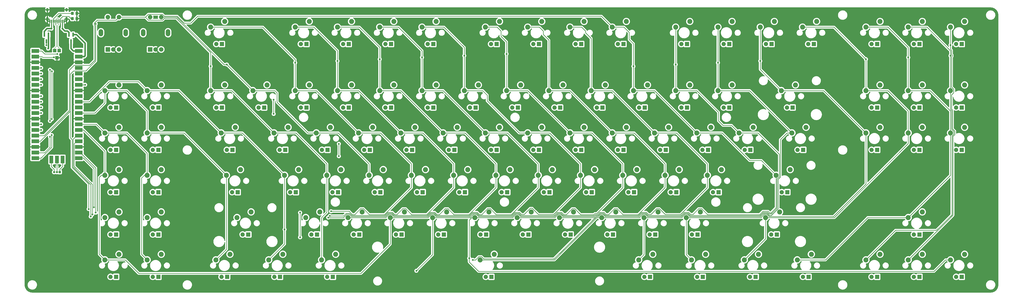
<source format=gtl>
G04 #@! TF.GenerationSoftware,KiCad,Pcbnew,6.0.7-f9a2dced07~116~ubuntu22.04.1*
G04 #@! TF.CreationDate,2022-09-05T17:56:12+01:00*
G04 #@! TF.ProjectId,keyboard,6b657962-6f61-4726-942e-6b696361645f,rev?*
G04 #@! TF.SameCoordinates,Original*
G04 #@! TF.FileFunction,Copper,L1,Top*
G04 #@! TF.FilePolarity,Positive*
%FSLAX46Y46*%
G04 Gerber Fmt 4.6, Leading zero omitted, Abs format (unit mm)*
G04 Created by KiCad (PCBNEW 6.0.7-f9a2dced07~116~ubuntu22.04.1) date 2022-09-05 17:56:12*
%MOMM*%
%LPD*%
G01*
G04 APERTURE LIST*
G04 Aperture macros list*
%AMRoundRect*
0 Rectangle with rounded corners*
0 $1 Rounding radius*
0 $2 $3 $4 $5 $6 $7 $8 $9 X,Y pos of 4 corners*
0 Add a 4 corners polygon primitive as box body*
4,1,4,$2,$3,$4,$5,$6,$7,$8,$9,$2,$3,0*
0 Add four circle primitives for the rounded corners*
1,1,$1+$1,$2,$3*
1,1,$1+$1,$4,$5*
1,1,$1+$1,$6,$7*
1,1,$1+$1,$8,$9*
0 Add four rect primitives between the rounded corners*
20,1,$1+$1,$2,$3,$4,$5,0*
20,1,$1+$1,$4,$5,$6,$7,0*
20,1,$1+$1,$6,$7,$8,$9,0*
20,1,$1+$1,$8,$9,$2,$3,0*%
G04 Aperture macros list end*
G04 #@! TA.AperFunction,ComponentPad*
%ADD10C,2.250000*%
G04 #@! TD*
G04 #@! TA.AperFunction,ComponentPad*
%ADD11C,1.905000*%
G04 #@! TD*
G04 #@! TA.AperFunction,ComponentPad*
%ADD12R,1.905000X1.905000*%
G04 #@! TD*
G04 #@! TA.AperFunction,ComponentPad*
%ADD13R,1.000000X1.000000*%
G04 #@! TD*
G04 #@! TA.AperFunction,ComponentPad*
%ADD14O,1.000000X1.000000*%
G04 #@! TD*
G04 #@! TA.AperFunction,SMDPad,CuDef*
%ADD15R,0.600000X1.450000*%
G04 #@! TD*
G04 #@! TA.AperFunction,SMDPad,CuDef*
%ADD16R,0.300000X1.450000*%
G04 #@! TD*
G04 #@! TA.AperFunction,ComponentPad*
%ADD17O,1.000000X2.100000*%
G04 #@! TD*
G04 #@! TA.AperFunction,ComponentPad*
%ADD18O,1.000000X1.600000*%
G04 #@! TD*
G04 #@! TA.AperFunction,SMDPad,CuDef*
%ADD19R,3.500000X1.700000*%
G04 #@! TD*
G04 #@! TA.AperFunction,SMDPad,CuDef*
%ADD20R,1.700000X3.500000*%
G04 #@! TD*
G04 #@! TA.AperFunction,SMDPad,CuDef*
%ADD21R,1.500000X1.500000*%
G04 #@! TD*
G04 #@! TA.AperFunction,SMDPad,CuDef*
%ADD22R,0.800000X1.900000*%
G04 #@! TD*
G04 #@! TA.AperFunction,WasherPad*
%ADD23O,2.000000X3.200000*%
G04 #@! TD*
G04 #@! TA.AperFunction,ComponentPad*
%ADD24R,2.000000X2.000000*%
G04 #@! TD*
G04 #@! TA.AperFunction,ComponentPad*
%ADD25C,2.000000*%
G04 #@! TD*
G04 #@! TA.AperFunction,SMDPad,CuDef*
%ADD26RoundRect,0.250000X-0.350000X-0.450000X0.350000X-0.450000X0.350000X0.450000X-0.350000X0.450000X0*%
G04 #@! TD*
G04 #@! TA.AperFunction,ViaPad*
%ADD27C,0.800000*%
G04 #@! TD*
G04 #@! TA.AperFunction,Conductor*
%ADD28C,0.700000*%
G04 #@! TD*
G04 #@! TA.AperFunction,Conductor*
%ADD29C,0.250000*%
G04 #@! TD*
G04 #@! TA.AperFunction,Conductor*
%ADD30C,0.200000*%
G04 #@! TD*
G04 #@! TA.AperFunction,Conductor*
%ADD31C,0.400000*%
G04 #@! TD*
G04 APERTURE END LIST*
D10*
X382746250Y-172085000D03*
X389096250Y-169545000D03*
D11*
X385286250Y-179705000D03*
D12*
X387826250Y-179705000D03*
D10*
X220821250Y-210185000D03*
X227171250Y-207645000D03*
D11*
X223361250Y-217805000D03*
D12*
X225901250Y-217805000D03*
D10*
X435133750Y-153035000D03*
X441483750Y-150495000D03*
D11*
X437673750Y-160655000D03*
D12*
X440213750Y-160655000D03*
D10*
X268446250Y-191135000D03*
X274796250Y-188595000D03*
D11*
X270986250Y-198755000D03*
D12*
X273526250Y-198755000D03*
D10*
X249396250Y-191135000D03*
X255746250Y-188595000D03*
D11*
X251936250Y-198755000D03*
D12*
X254476250Y-198755000D03*
D10*
X320833750Y-172085000D03*
X327183750Y-169545000D03*
D11*
X323373750Y-179705000D03*
D12*
X325913750Y-179705000D03*
D10*
X287496250Y-191135000D03*
X293846250Y-188595000D03*
D11*
X290036250Y-198755000D03*
D12*
X292576250Y-198755000D03*
D10*
X73183750Y-153035000D03*
X79533750Y-150495000D03*
D11*
X75723750Y-160655000D03*
D12*
X78263750Y-160655000D03*
D10*
X211296250Y-191135000D03*
X217646250Y-188595000D03*
D11*
X213836250Y-198755000D03*
D12*
X216376250Y-198755000D03*
D13*
X52863750Y-189706250D03*
D14*
X51593750Y-189706250D03*
X50323750Y-189706250D03*
D10*
X454183750Y-172085000D03*
X460533750Y-169545000D03*
D11*
X456723750Y-179705000D03*
D12*
X459263750Y-179705000D03*
D10*
X435133750Y-124460000D03*
X441483750Y-121920000D03*
D11*
X437673750Y-132080000D03*
D12*
X440213750Y-132080000D03*
D10*
X313690000Y-229235000D03*
X320040000Y-226695000D03*
D11*
X316230000Y-236855000D03*
D12*
X318770000Y-236855000D03*
D10*
X377983750Y-153035000D03*
X384333750Y-150495000D03*
D11*
X380523750Y-160655000D03*
D12*
X383063750Y-160655000D03*
D10*
X149383750Y-172085000D03*
X155733750Y-169545000D03*
D11*
X151923750Y-179705000D03*
D12*
X154463750Y-179705000D03*
D10*
X216058750Y-153035000D03*
X222408750Y-150495000D03*
D11*
X218598750Y-160655000D03*
D12*
X221138750Y-160655000D03*
D15*
X54818750Y-121801250D03*
X54043750Y-121801250D03*
D16*
X53343750Y-121801250D03*
X52843750Y-121801250D03*
X52343750Y-121801250D03*
X51843750Y-121801250D03*
X51343750Y-121801250D03*
X50843750Y-121801250D03*
X50343750Y-121801250D03*
X49843750Y-121801250D03*
D15*
X49143750Y-121801250D03*
X48368750Y-121801250D03*
D17*
X47273750Y-120886250D03*
D18*
X55913750Y-116706250D03*
X47273750Y-116706250D03*
D17*
X55913750Y-120886250D03*
D10*
X197008750Y-124460000D03*
X203358750Y-121920000D03*
D11*
X199548750Y-132080000D03*
D12*
X202088750Y-132080000D03*
D10*
X177958750Y-124460000D03*
X184308750Y-121920000D03*
D11*
X180498750Y-132080000D03*
D12*
X183038750Y-132080000D03*
D10*
X154146250Y-191135000D03*
X160496250Y-188595000D03*
D11*
X156686250Y-198755000D03*
D12*
X159226250Y-198755000D03*
D10*
X125571250Y-172085000D03*
X131921250Y-169545000D03*
D11*
X128111250Y-179705000D03*
D12*
X130651250Y-179705000D03*
D10*
X416083750Y-229235000D03*
X422433750Y-226695000D03*
D11*
X418623750Y-236855000D03*
D12*
X421163750Y-236855000D03*
D10*
X132715000Y-210185000D03*
X139065000Y-207645000D03*
D11*
X135255000Y-217805000D03*
D12*
X137795000Y-217805000D03*
D19*
X41803750Y-135168750D03*
X41803750Y-137708750D03*
X41803750Y-140248750D03*
X41803750Y-142788750D03*
X41803750Y-145328750D03*
X41803750Y-147868750D03*
X41803750Y-150408750D03*
X41803750Y-152948750D03*
X41803750Y-155488750D03*
X41803750Y-158028750D03*
X41803750Y-160568750D03*
X41803750Y-163108750D03*
X41803750Y-165648750D03*
X41803750Y-168188750D03*
X41803750Y-170728750D03*
X41803750Y-173268750D03*
X41803750Y-175808750D03*
X41803750Y-178348750D03*
X41803750Y-180888750D03*
X41803750Y-183428750D03*
X61383750Y-183428750D03*
X61383750Y-180888750D03*
X61383750Y-178348750D03*
X61383750Y-175808750D03*
X61383750Y-173268750D03*
X61383750Y-170728750D03*
X61383750Y-168188750D03*
X61383750Y-165648750D03*
X61383750Y-163108750D03*
X61383750Y-160568750D03*
X61383750Y-158028750D03*
X61383750Y-155488750D03*
X61383750Y-152948750D03*
X61383750Y-150408750D03*
X61383750Y-147868750D03*
X61383750Y-145328750D03*
X61383750Y-142788750D03*
X61383750Y-140248750D03*
X61383750Y-137708750D03*
X61383750Y-135168750D03*
D20*
X49053750Y-184098750D03*
X51593750Y-184098750D03*
X54133750Y-184098750D03*
D21*
X51593750Y-138298750D03*
X52593750Y-134998750D03*
X50593750Y-134998750D03*
D10*
X158908750Y-124460000D03*
X165258750Y-121920000D03*
D11*
X161448750Y-132080000D03*
D12*
X163988750Y-132080000D03*
D10*
X192246250Y-191135000D03*
X198596250Y-188595000D03*
D11*
X194786250Y-198755000D03*
D12*
X197326250Y-198755000D03*
D10*
X301783750Y-124460000D03*
X308133750Y-121920000D03*
D11*
X304323750Y-132080000D03*
D12*
X306863750Y-132080000D03*
D10*
X73183750Y-191135000D03*
X79533750Y-188595000D03*
D11*
X75723750Y-198755000D03*
D12*
X78263750Y-198755000D03*
D10*
X206533750Y-172085000D03*
X212883750Y-169545000D03*
D11*
X209073750Y-179705000D03*
D12*
X211613750Y-179705000D03*
D10*
X292258750Y-153035000D03*
X298608750Y-150495000D03*
D11*
X294798750Y-160655000D03*
D12*
X297338750Y-160655000D03*
D10*
X325596250Y-191135000D03*
X331946250Y-188595000D03*
D11*
X328136250Y-198755000D03*
D12*
X330676250Y-198755000D03*
D10*
X168433750Y-172085000D03*
X174783750Y-169545000D03*
D11*
X170973750Y-179705000D03*
D12*
X173513750Y-179705000D03*
D10*
X120808750Y-124460000D03*
X127158750Y-121920000D03*
D11*
X123348750Y-132080000D03*
D12*
X125888750Y-132080000D03*
D10*
X416083750Y-124460000D03*
X422433750Y-121920000D03*
D11*
X418623750Y-132080000D03*
D12*
X421163750Y-132080000D03*
D10*
X282733750Y-172085000D03*
X289083750Y-169545000D03*
D11*
X285273750Y-179705000D03*
D12*
X287813750Y-179705000D03*
D10*
X358933750Y-172085000D03*
X365283750Y-169545000D03*
D11*
X361473750Y-179705000D03*
D12*
X364013750Y-179705000D03*
D10*
X120808750Y-153035000D03*
X127158750Y-150495000D03*
D11*
X123348750Y-160655000D03*
D12*
X125888750Y-160655000D03*
D10*
X385127500Y-229235000D03*
X391477500Y-226695000D03*
D11*
X387667500Y-236855000D03*
D12*
X390207500Y-236855000D03*
D10*
X273208750Y-153035000D03*
X279558750Y-150495000D03*
D11*
X275748750Y-160655000D03*
D12*
X278288750Y-160655000D03*
D10*
X335121250Y-210185000D03*
X341471250Y-207645000D03*
D11*
X337661250Y-217805000D03*
D12*
X340201250Y-217805000D03*
D22*
X58893750Y-127881250D03*
X56993750Y-127881250D03*
X57943750Y-130881250D03*
D10*
X163671250Y-210185000D03*
X170021250Y-207645000D03*
D11*
X166211250Y-217805000D03*
D12*
X168751250Y-217805000D03*
D10*
X73183750Y-172085000D03*
X79533750Y-169545000D03*
D11*
X75723750Y-179705000D03*
D12*
X78263750Y-179705000D03*
D10*
X139858750Y-153035000D03*
X146208750Y-150495000D03*
D11*
X142398750Y-160655000D03*
D12*
X144938750Y-160655000D03*
D10*
X230346250Y-191135000D03*
X236696250Y-188595000D03*
D11*
X232886250Y-198755000D03*
D12*
X235426250Y-198755000D03*
D10*
X73183750Y-229235000D03*
X79533750Y-226695000D03*
D11*
X75723750Y-236855000D03*
D12*
X78263750Y-236855000D03*
D10*
X435133750Y-229235000D03*
X441483750Y-226695000D03*
D11*
X437673750Y-236855000D03*
D12*
X440213750Y-236855000D03*
D10*
X375602500Y-191135000D03*
X381952500Y-188595000D03*
D11*
X378142500Y-198755000D03*
D12*
X380682500Y-198755000D03*
D23*
X82593750Y-127000000D03*
X71393750Y-127000000D03*
D24*
X74493750Y-134500000D03*
D25*
X79493750Y-134500000D03*
X76993750Y-134500000D03*
X79493750Y-120000000D03*
X74493750Y-120000000D03*
D10*
X258921250Y-210185000D03*
X265271250Y-207645000D03*
D11*
X261461250Y-217805000D03*
D12*
X264001250Y-217805000D03*
D10*
X454183750Y-229235000D03*
X460533750Y-226695000D03*
D11*
X456723750Y-236855000D03*
D12*
X459263750Y-236855000D03*
D10*
X416083750Y-172085000D03*
X422433750Y-169545000D03*
D11*
X418623750Y-179705000D03*
D12*
X421163750Y-179705000D03*
D26*
X58531250Y-118268750D03*
X60531250Y-118268750D03*
D10*
X435133750Y-172085000D03*
X441483750Y-169545000D03*
D11*
X437673750Y-179705000D03*
D12*
X440213750Y-179705000D03*
D10*
X368458750Y-124460000D03*
X374808750Y-121920000D03*
D11*
X370998750Y-132080000D03*
D12*
X373538750Y-132080000D03*
D10*
X92233750Y-191135000D03*
X98583750Y-188595000D03*
D11*
X94773750Y-198755000D03*
D12*
X97313750Y-198755000D03*
D10*
X147002500Y-229235000D03*
X153352500Y-226695000D03*
D11*
X149542500Y-236855000D03*
D12*
X152082500Y-236855000D03*
D10*
X263683750Y-172085000D03*
X270033750Y-169545000D03*
D11*
X266223750Y-179705000D03*
D12*
X268763750Y-179705000D03*
D10*
X92233750Y-229235000D03*
X98583750Y-226695000D03*
D11*
X94773750Y-236855000D03*
D12*
X97313750Y-236855000D03*
D10*
X311308750Y-153035000D03*
X317658750Y-150495000D03*
D11*
X313848750Y-160655000D03*
D12*
X316388750Y-160655000D03*
D10*
X177958750Y-153035000D03*
X184308750Y-150495000D03*
D11*
X180498750Y-160655000D03*
D12*
X183038750Y-160655000D03*
D10*
X216058750Y-124460000D03*
X222408750Y-121920000D03*
D11*
X218598750Y-132080000D03*
D12*
X221138750Y-132080000D03*
D22*
X47781250Y-127881250D03*
X45881250Y-127881250D03*
X46831250Y-130881250D03*
D10*
X123190000Y-229235000D03*
X129540000Y-226695000D03*
D11*
X125730000Y-236855000D03*
D12*
X128270000Y-236855000D03*
D26*
X58531250Y-120650000D03*
X60531250Y-120650000D03*
D10*
X416083750Y-153035000D03*
X422433750Y-150495000D03*
D11*
X418623750Y-160655000D03*
D12*
X421163750Y-160655000D03*
D10*
X170815000Y-229235000D03*
X177165000Y-226695000D03*
D11*
X173355000Y-236855000D03*
D12*
X175895000Y-236855000D03*
D10*
X254158750Y-153035000D03*
X260508750Y-150495000D03*
D11*
X256698750Y-160655000D03*
D12*
X259238750Y-160655000D03*
D10*
X454183750Y-124460000D03*
X460533750Y-121920000D03*
D11*
X456723750Y-132080000D03*
D12*
X459263750Y-132080000D03*
D10*
X277971250Y-210185000D03*
X284321250Y-207645000D03*
D11*
X280511250Y-217805000D03*
D12*
X283051250Y-217805000D03*
D10*
X92233750Y-210185000D03*
X98583750Y-207645000D03*
D11*
X94773750Y-217805000D03*
D12*
X97313750Y-217805000D03*
D10*
X201771250Y-210185000D03*
X208121250Y-207645000D03*
D11*
X204311250Y-217805000D03*
D12*
X206851250Y-217805000D03*
D10*
X361315000Y-229235000D03*
X367665000Y-226695000D03*
D11*
X363855000Y-236855000D03*
D12*
X366395000Y-236855000D03*
D10*
X282733750Y-124460000D03*
X289083750Y-121920000D03*
D11*
X285273750Y-132080000D03*
D12*
X287813750Y-132080000D03*
D10*
X182721250Y-210185000D03*
X189071250Y-207645000D03*
D11*
X185261250Y-217805000D03*
D12*
X187801250Y-217805000D03*
D10*
X349408750Y-153035000D03*
X355758750Y-150495000D03*
D11*
X351948750Y-160655000D03*
D12*
X354488750Y-160655000D03*
D10*
X330358750Y-124460000D03*
X336708750Y-121920000D03*
D11*
X332898750Y-132080000D03*
D12*
X335438750Y-132080000D03*
D10*
X349408750Y-124460000D03*
X355758750Y-121920000D03*
D11*
X351948750Y-132080000D03*
D12*
X354488750Y-132080000D03*
D10*
X225583750Y-172085000D03*
X231933750Y-169545000D03*
D11*
X228123750Y-179705000D03*
D12*
X230663750Y-179705000D03*
D10*
X173196250Y-191135000D03*
X179546250Y-188595000D03*
D11*
X175736250Y-198755000D03*
D12*
X178276250Y-198755000D03*
D10*
X316071250Y-210185000D03*
X322421250Y-207645000D03*
D11*
X318611250Y-217805000D03*
D12*
X321151250Y-217805000D03*
D10*
X235108750Y-153035000D03*
X241458750Y-150495000D03*
D11*
X237648750Y-160655000D03*
D12*
X240188750Y-160655000D03*
D10*
X244633750Y-124460000D03*
X250983750Y-121920000D03*
D11*
X247173750Y-132080000D03*
D12*
X249713750Y-132080000D03*
D10*
X339883750Y-172085000D03*
X346233750Y-169545000D03*
D11*
X342423750Y-179705000D03*
D12*
X344963750Y-179705000D03*
D10*
X454183750Y-153035000D03*
X460533750Y-150495000D03*
D11*
X456723750Y-160655000D03*
D12*
X459263750Y-160655000D03*
D10*
X242252500Y-229235000D03*
X248602500Y-226695000D03*
D11*
X244792500Y-236855000D03*
D12*
X247332500Y-236855000D03*
D10*
X435133750Y-210185000D03*
X441483750Y-207645000D03*
D11*
X437673750Y-217805000D03*
D12*
X440213750Y-217805000D03*
D23*
X101643750Y-127000000D03*
X90443750Y-127000000D03*
D24*
X93543750Y-134500000D03*
D25*
X98543750Y-134500000D03*
X96043750Y-134500000D03*
X98543750Y-120000000D03*
X93543750Y-120000000D03*
D10*
X337502500Y-229235000D03*
X343852500Y-226695000D03*
D11*
X340042500Y-236855000D03*
D12*
X342582500Y-236855000D03*
D10*
X92233750Y-153035000D03*
X98583750Y-150495000D03*
D11*
X94773750Y-160655000D03*
D12*
X97313750Y-160655000D03*
D10*
X344646250Y-191135000D03*
X350996250Y-188595000D03*
D11*
X347186250Y-198755000D03*
D12*
X349726250Y-198755000D03*
D10*
X387508750Y-124460000D03*
X393858750Y-121920000D03*
D11*
X390048750Y-132080000D03*
D12*
X392588750Y-132080000D03*
D10*
X263683750Y-124460000D03*
X270033750Y-121920000D03*
D11*
X266223750Y-132080000D03*
D12*
X268763750Y-132080000D03*
D10*
X297021250Y-210185000D03*
X303371250Y-207645000D03*
D11*
X299561250Y-217805000D03*
D12*
X302101250Y-217805000D03*
D10*
X306546250Y-191135000D03*
X312896250Y-188595000D03*
D11*
X309086250Y-198755000D03*
D12*
X311626250Y-198755000D03*
D10*
X92233750Y-172085000D03*
X98583750Y-169545000D03*
D11*
X94773750Y-179705000D03*
D12*
X97313750Y-179705000D03*
D10*
X158908750Y-153035000D03*
X165258750Y-150495000D03*
D11*
X161448750Y-160655000D03*
D12*
X163988750Y-160655000D03*
D10*
X244633750Y-172085000D03*
X250983750Y-169545000D03*
D11*
X247173750Y-179705000D03*
D12*
X249713750Y-179705000D03*
D10*
X330358750Y-153035000D03*
X336708750Y-150495000D03*
D11*
X332898750Y-160655000D03*
D12*
X335438750Y-160655000D03*
D10*
X187483750Y-172085000D03*
X193833750Y-169545000D03*
D11*
X190023750Y-179705000D03*
D12*
X192563750Y-179705000D03*
D10*
X197008750Y-153035000D03*
X203358750Y-150495000D03*
D11*
X199548750Y-160655000D03*
D12*
X202088750Y-160655000D03*
D10*
X73183750Y-210185000D03*
X79533750Y-207645000D03*
D11*
X75723750Y-217805000D03*
D12*
X78263750Y-217805000D03*
D10*
X301783750Y-172085000D03*
X308133750Y-169545000D03*
D11*
X304323750Y-179705000D03*
D12*
X306863750Y-179705000D03*
D10*
X370840000Y-210185000D03*
X377190000Y-207645000D03*
D11*
X373380000Y-217805000D03*
D12*
X375920000Y-217805000D03*
D10*
X127952500Y-191135000D03*
X134302500Y-188595000D03*
D11*
X130492500Y-198755000D03*
D12*
X133032500Y-198755000D03*
D10*
X239871250Y-210185000D03*
X246221250Y-207645000D03*
D11*
X242411250Y-217805000D03*
D12*
X244951250Y-217805000D03*
D27*
X47625000Y-134143750D03*
X140493750Y-230981250D03*
X261937500Y-226218750D03*
X53181250Y-131762500D03*
X136525000Y-230981250D03*
X136525000Y-176212500D03*
X250825000Y-212725000D03*
X246062500Y-144462500D03*
X146050000Y-213518750D03*
X92075000Y-122237500D03*
X46037500Y-152400000D03*
X53181250Y-126206250D03*
X89693750Y-171450000D03*
X85725000Y-121443750D03*
X156368750Y-200818750D03*
X423862500Y-182562500D03*
X384968750Y-182562500D03*
X88106250Y-214312500D03*
X111125000Y-162718750D03*
X50006250Y-132556250D03*
X457993750Y-169068750D03*
X296068750Y-126206250D03*
X50006250Y-130175000D03*
X50006250Y-130968750D03*
X82550000Y-177006250D03*
X65087500Y-175418750D03*
X53181250Y-127793750D03*
X113506250Y-153193750D03*
X142081250Y-181768750D03*
X156368750Y-207168750D03*
X462756250Y-159543750D03*
X146843750Y-143668750D03*
X53181250Y-119062500D03*
X53181250Y-132556250D03*
X462756250Y-182562500D03*
X50006250Y-127000000D03*
X65087500Y-208756250D03*
X242093750Y-226218750D03*
X68262500Y-150812500D03*
X92868750Y-214312500D03*
X50006250Y-129381250D03*
X192881250Y-126206250D03*
X207168750Y-144462500D03*
X167120000Y-208510000D03*
X51593750Y-141287500D03*
X145256250Y-193675000D03*
X165893750Y-135731250D03*
X115093750Y-207168750D03*
X61118750Y-131762500D03*
X96043750Y-119856250D03*
X151606250Y-200025000D03*
X157956250Y-214312500D03*
X115093750Y-212725000D03*
X234156250Y-127000000D03*
X53181250Y-129381250D03*
X141287500Y-227012500D03*
X380206250Y-182562500D03*
X77787500Y-163512500D03*
X181768750Y-190500000D03*
X53240000Y-156760000D03*
X65087500Y-169862500D03*
X284162500Y-144462500D03*
X449262500Y-182562500D03*
X168275000Y-182562500D03*
X53181250Y-128587500D03*
X107156250Y-175418750D03*
X164306250Y-231775000D03*
X143668750Y-135731250D03*
X50006250Y-127793750D03*
X161131250Y-177006250D03*
X46037500Y-146843750D03*
X149225000Y-177006250D03*
X170656250Y-195262500D03*
X53181250Y-130175000D03*
X68262500Y-179387500D03*
X85725000Y-135731250D03*
X80168750Y-157162500D03*
X117475000Y-172243750D03*
X398462500Y-182562500D03*
X96043750Y-127000000D03*
X209550000Y-126206250D03*
X88106250Y-153193750D03*
X75406250Y-168275000D03*
X94456250Y-169068750D03*
X50006250Y-126206250D03*
X255587500Y-219075000D03*
X76993750Y-127000000D03*
X161131250Y-232568750D03*
X227012500Y-144462500D03*
X407987500Y-174625000D03*
X463550000Y-168275000D03*
X391318750Y-182562500D03*
X123031250Y-180975000D03*
X301625000Y-144462500D03*
X52387500Y-186531250D03*
X427831250Y-175418750D03*
X257968750Y-126206250D03*
X46037500Y-164306250D03*
X169862500Y-143668750D03*
X53181250Y-130968750D03*
X62706250Y-186531250D03*
X53181250Y-127000000D03*
X50800000Y-186531250D03*
X50006250Y-128587500D03*
X53181250Y-175418750D03*
X50006250Y-131762500D03*
X69850000Y-157956250D03*
X273050000Y-211931250D03*
X53181250Y-159543750D03*
X46037500Y-159543750D03*
X46037500Y-161925000D03*
X448468750Y-169068750D03*
X46037500Y-170656250D03*
X261143750Y-144462500D03*
X176212500Y-121443750D03*
X187325000Y-143668750D03*
X84931250Y-211931250D03*
X150812500Y-212725000D03*
X170656250Y-200818750D03*
X438150000Y-168275000D03*
X142875000Y-172243750D03*
X65087500Y-180181250D03*
X51738350Y-136525000D03*
X50244248Y-138112500D03*
X120808750Y-142081250D03*
X311308750Y-142081250D03*
X238918750Y-229235000D03*
X44450000Y-142788750D03*
X48418750Y-143668750D03*
X48418750Y-166687500D03*
X48418750Y-173831250D03*
X49288242Y-144393250D03*
X49212500Y-165893750D03*
X49212500Y-173037500D03*
X69056250Y-123031250D03*
X128111250Y-141287500D03*
X65881250Y-206375000D03*
X330358750Y-141287500D03*
X44450000Y-145328750D03*
X44450000Y-147868750D03*
X44450000Y-150408750D03*
X149225000Y-163512500D03*
X149225000Y-157162500D03*
X44450000Y-155488750D03*
X178593750Y-177006250D03*
X178593750Y-182562500D03*
X44450000Y-158028750D03*
X44450000Y-160568750D03*
X44450000Y-163108750D03*
X44450000Y-168188750D03*
X161131250Y-219075000D03*
X161131250Y-207962500D03*
X44450000Y-170728750D03*
X175071219Y-207370732D03*
X349408750Y-140493750D03*
X68262500Y-205581250D03*
X158908750Y-140493750D03*
X368458750Y-139700000D03*
X69056250Y-207962500D03*
X177958750Y-139700000D03*
X174509182Y-209450552D03*
X416083750Y-138906250D03*
X67537500Y-208756250D03*
X173831250Y-210185000D03*
X197008750Y-138906250D03*
X435133750Y-138112500D03*
X216058750Y-138112500D03*
X66813000Y-209752025D03*
X235108750Y-137318750D03*
X454183750Y-137318750D03*
X254158750Y-136525000D03*
X213518750Y-234156250D03*
X454183750Y-132556250D03*
X237331250Y-228510500D03*
X154146250Y-215550000D03*
X54043750Y-125150000D03*
X49143750Y-125150000D03*
X46831250Y-132556250D03*
X64293750Y-150408750D03*
D28*
X47781250Y-133987500D02*
X47625000Y-134143750D01*
X47781250Y-127881250D02*
X47781250Y-133987500D01*
D29*
X42703750Y-135168750D02*
X44681250Y-135168750D01*
X44681250Y-135168750D02*
X46037500Y-136525000D01*
X46037500Y-136525000D02*
X51738350Y-136525000D01*
X45243750Y-138112500D02*
X50244248Y-138112500D01*
X44840000Y-137708750D02*
X45243750Y-138112500D01*
X42703750Y-137708750D02*
X44840000Y-137708750D01*
X344711860Y-208835000D02*
X368221250Y-208835000D01*
X307022500Y-124460000D02*
X309423749Y-126861249D01*
X316861396Y-208285000D02*
X317837520Y-209261124D01*
X311308750Y-142240000D02*
X311308750Y-153035000D01*
X342071860Y-206195000D02*
X344711860Y-208835000D01*
X149383750Y-172085000D02*
X159269286Y-172085000D01*
X242853110Y-227785000D02*
X243853110Y-228785000D01*
X368221250Y-208835000D02*
X369671250Y-207385000D01*
X278025568Y-226278750D02*
X294569318Y-209735000D01*
X294119318Y-210185000D02*
X277971250Y-210185000D01*
X294569318Y-209735000D02*
X294119318Y-210185000D01*
X173196250Y-207803750D02*
X173196250Y-191135000D01*
X68606250Y-123606555D02*
X68606250Y-139356250D01*
X372688097Y-208073299D02*
X373282805Y-208073299D01*
X277971250Y-226278750D02*
X278025568Y-226278750D01*
X375602500Y-205753604D02*
X375602500Y-191135000D01*
X301783750Y-124460000D02*
X307022500Y-124460000D01*
X79493750Y-120000000D02*
X91440000Y-120000000D01*
X111840000Y-122670000D02*
X114960000Y-119550000D01*
X45806250Y-173268750D02*
X42703750Y-173268750D01*
X363691985Y-184511248D02*
X368978748Y-184511248D01*
X114960000Y-119550000D02*
X296873750Y-119550000D01*
X91440000Y-120000000D02*
X92765000Y-118675000D01*
X99092583Y-118675000D02*
X99967583Y-119550000D01*
X170815000Y-210185000D02*
X173196250Y-207803750D01*
X309423749Y-130036249D02*
X311308750Y-131921250D01*
X57150000Y-161925000D02*
X45806250Y-173268750D01*
X66348750Y-141613750D02*
X59308750Y-141613750D01*
X92765000Y-118675000D02*
X99092583Y-118675000D01*
X105373604Y-120450000D02*
X100012500Y-120450000D01*
X100012500Y-120450000D02*
X99137500Y-121325000D01*
X275465000Y-228785000D02*
X277971250Y-226278750D01*
X298635000Y-209735000D02*
X313828604Y-209735000D01*
X296873750Y-119550000D02*
X301783750Y-124460000D01*
X337029042Y-208756250D02*
X338137500Y-208756250D01*
X336107792Y-207835000D02*
X337029042Y-208756250D01*
X241651890Y-227785000D02*
X242853110Y-227785000D01*
X120808750Y-153035000D02*
X130333750Y-153035000D01*
X240201890Y-229235000D02*
X241651890Y-227785000D01*
X173196250Y-186011964D02*
X173196250Y-191135000D01*
X105750000Y-119550000D02*
X108870000Y-122670000D01*
X238918750Y-229235000D02*
X240201890Y-229235000D01*
X317837520Y-209261124D02*
X332721724Y-209261124D01*
X296420640Y-208735000D02*
X297635000Y-208735000D01*
X368978748Y-184511248D02*
X375602500Y-191135000D01*
X120808750Y-135885146D02*
X105373604Y-120450000D01*
X311308750Y-131921250D02*
X311308750Y-142240000D01*
X99967583Y-119550000D02*
X105750000Y-119550000D01*
X340698750Y-206195000D02*
X342071860Y-206195000D01*
X371999798Y-207385000D02*
X372688097Y-208073299D01*
X130333750Y-153035000D02*
X149383750Y-172085000D01*
X320833750Y-153035000D02*
X339883750Y-172085000D01*
X297635000Y-208735000D02*
X298635000Y-209735000D01*
X108870000Y-122670000D02*
X111840000Y-122670000D01*
X79493750Y-120000000D02*
X78168750Y-121325000D01*
X92765000Y-121325000D02*
X91440000Y-120000000D01*
X68331250Y-122730945D02*
X68331250Y-123331555D01*
X311308750Y-153035000D02*
X320833750Y-153035000D01*
X78168750Y-121325000D02*
X69737195Y-121325000D01*
X99137500Y-121325000D02*
X92765000Y-121325000D01*
X69737195Y-121325000D02*
X68331250Y-122730945D01*
X338137500Y-208756250D02*
X340698750Y-206195000D01*
X332721724Y-209261124D02*
X334147848Y-207835000D01*
X59308750Y-141613750D02*
X57150000Y-143772500D01*
X309423749Y-126861249D02*
X309423749Y-130036249D01*
X339883750Y-172085000D02*
X351265737Y-172085000D01*
X243853110Y-228785000D02*
X275465000Y-228785000D01*
X68606250Y-139356250D02*
X66348750Y-141613750D01*
X159269286Y-172085000D02*
X173196250Y-186011964D01*
X294569318Y-209735000D02*
X295420640Y-209735000D01*
X295420640Y-209735000D02*
X296420640Y-208735000D01*
X351265737Y-172085000D02*
X363691985Y-184511248D01*
X120808750Y-153035000D02*
X120808750Y-135885146D01*
X68331250Y-123331555D02*
X68606250Y-123606555D01*
X170815000Y-229235000D02*
X170815000Y-210185000D01*
X334147848Y-207835000D02*
X336107792Y-207835000D01*
X315278604Y-208285000D02*
X316861396Y-208285000D01*
X373282805Y-208073299D02*
X375602500Y-205753604D01*
X57150000Y-143772500D02*
X57150000Y-161925000D01*
X369671250Y-207385000D02*
X371999798Y-207385000D01*
X313828604Y-209735000D02*
X315278604Y-208285000D01*
X42703750Y-142788750D02*
X44450000Y-142788750D01*
X48418750Y-178593750D02*
X46037500Y-180975000D01*
X48418750Y-143668750D02*
X48418750Y-166687500D01*
X46037500Y-180975000D02*
X42790000Y-180975000D01*
X48418750Y-173831250D02*
X48418750Y-178593750D01*
X44377500Y-183428750D02*
X42703750Y-183428750D01*
X49212500Y-178593750D02*
X44377500Y-183428750D01*
X49212500Y-173037500D02*
X49212500Y-178593750D01*
X49288242Y-144393250D02*
X49288242Y-165818008D01*
X49288242Y-165818008D02*
X49212500Y-165893750D01*
X372501701Y-208523299D02*
X373469201Y-208523299D01*
X65881250Y-206375000D02*
X65881250Y-195105146D01*
X168433750Y-172085000D02*
X178319286Y-172085000D01*
X139858750Y-153035000D02*
X149744286Y-153035000D01*
X349610000Y-162761250D02*
X339883750Y-153035000D01*
X316675000Y-208735000D02*
X317651124Y-209711124D01*
X369866598Y-207835000D02*
X371813402Y-207835000D01*
X349610000Y-166590000D02*
X349610000Y-162761250D01*
X192246250Y-186011964D02*
X192246250Y-191135000D01*
X367455000Y-172085000D02*
X358933750Y-172085000D01*
X69056250Y-139700000D02*
X64602500Y-144153750D01*
X44060000Y-175808750D02*
X57600000Y-162268750D01*
X59046250Y-144153750D02*
X57600000Y-145600000D01*
X336921396Y-209285000D02*
X368416598Y-209285000D01*
X178319286Y-172085000D02*
X192246250Y-186011964D01*
X150754643Y-158204643D02*
X164635000Y-172085000D01*
X58408750Y-175090000D02*
X57600000Y-174281250D01*
X149744286Y-153035000D02*
X150754643Y-154045357D01*
X317651124Y-209711124D02*
X332908120Y-209711124D01*
X297021250Y-210185000D02*
X294755714Y-210185000D01*
X334334244Y-208285000D02*
X335921396Y-208285000D01*
X376052500Y-205940000D02*
X376052500Y-192735610D01*
X275705714Y-229235000D02*
X242252500Y-229235000D01*
X339883750Y-153035000D02*
X330358750Y-153035000D01*
X126847500Y-141287500D02*
X128111250Y-141287500D01*
X105560000Y-120000000D02*
X126847500Y-141287500D01*
X150754643Y-154045357D02*
X150754643Y-158204643D01*
X355568750Y-168720000D02*
X351740000Y-168720000D01*
X69056250Y-123031250D02*
X69056250Y-139700000D01*
X44060000Y-175808750D02*
X42703750Y-175808750D01*
X98543750Y-120000000D02*
X105560000Y-120000000D01*
X332908120Y-209711124D02*
X334334244Y-208285000D01*
X128111250Y-141287500D02*
X139858750Y-153035000D01*
X297021250Y-210185000D02*
X314015000Y-210185000D01*
X58408750Y-187632646D02*
X58408750Y-175090000D01*
X64602500Y-144153750D02*
X59046250Y-144153750D01*
X351740000Y-168720000D02*
X349610000Y-166590000D01*
X368416598Y-209285000D02*
X369866598Y-207835000D01*
X294755714Y-210185000D02*
X275705714Y-229235000D01*
X335921396Y-208285000D02*
X336921396Y-209285000D01*
X57600000Y-174281250D02*
X57600000Y-162268750D01*
X358933750Y-172085000D02*
X355568750Y-168720000D01*
X377052500Y-191735610D02*
X377052500Y-181682500D01*
X371813402Y-207835000D02*
X372501701Y-208523299D01*
X330358750Y-124460000D02*
X330358750Y-141128750D01*
X330358750Y-141128750D02*
X330358750Y-153035000D01*
X376052500Y-192735610D02*
X377052500Y-191735610D01*
X65881250Y-195105146D02*
X58408750Y-187632646D01*
X314015000Y-210185000D02*
X315465000Y-208735000D01*
X377052500Y-181682500D02*
X367455000Y-172085000D01*
X373469201Y-208523299D02*
X376052500Y-205940000D01*
X315465000Y-208735000D02*
X316675000Y-208735000D01*
X164635000Y-172085000D02*
X168433750Y-172085000D01*
X57600000Y-145600000D02*
X57600000Y-162268750D01*
X42703750Y-145328750D02*
X44450000Y-145328750D01*
X42703750Y-147868750D02*
X44450000Y-147868750D01*
X149225000Y-157162500D02*
X149225000Y-163512500D01*
X42703750Y-150408750D02*
X44450000Y-150408750D01*
X44450000Y-155488750D02*
X42703750Y-155488750D01*
X42703750Y-158028750D02*
X44450000Y-158028750D01*
X178593750Y-177006250D02*
X178593750Y-182562500D01*
X42703750Y-160568750D02*
X44450000Y-160568750D01*
X42703750Y-163108750D02*
X44450000Y-163108750D01*
X161131250Y-207962500D02*
X161131250Y-219075000D01*
X42703750Y-168188750D02*
X44450000Y-168188750D01*
X42703750Y-170728750D02*
X44450000Y-170728750D01*
X68262500Y-188118750D02*
X63500000Y-183356250D01*
X376502500Y-206137500D02*
X373355000Y-209285000D01*
X316071250Y-226853750D02*
X313690000Y-229235000D01*
X373355000Y-209285000D02*
X372627006Y-209285000D01*
X192311860Y-208835000D02*
X199152500Y-208835000D01*
X175071951Y-207370000D02*
X183242792Y-207370000D01*
X370052994Y-208285000D02*
X368602994Y-209735000D01*
X376502500Y-192922006D02*
X376502500Y-206137500D01*
X211296250Y-196691250D02*
X211296250Y-191135000D01*
X158908750Y-139065000D02*
X144303750Y-124460000D01*
X349408750Y-124460000D02*
X349408750Y-140335000D01*
X168433750Y-153035000D02*
X187483750Y-172085000D01*
X371627006Y-208285000D02*
X370052994Y-208285000D01*
X188377500Y-206195000D02*
X189671860Y-206195000D01*
X336735000Y-209735000D02*
X335735000Y-208735000D01*
X63500000Y-183356250D02*
X60556250Y-183356250D01*
X199152500Y-208835000D02*
X211296250Y-196691250D01*
X158908750Y-153035000D02*
X168433750Y-153035000D01*
X363696250Y-153035000D02*
X382746250Y-172085000D01*
X183242792Y-207370000D02*
X184707792Y-208835000D01*
X377520000Y-191904506D02*
X376502500Y-192922006D01*
X382746250Y-172085000D02*
X380495000Y-172085000D01*
X144303750Y-124460000D02*
X120808750Y-124460000D01*
X316071250Y-210185000D02*
X316071250Y-226853750D01*
X189671860Y-206195000D02*
X192311860Y-208835000D01*
X334520640Y-208735000D02*
X333070640Y-210185000D01*
X68262500Y-205581250D02*
X68262500Y-188118750D01*
X175071219Y-207370732D02*
X175071951Y-207370000D01*
X368602994Y-209735000D02*
X336735000Y-209735000D01*
X184707792Y-208835000D02*
X185737500Y-208835000D01*
X187483750Y-172085000D02*
X197369286Y-172085000D01*
X185737500Y-208835000D02*
X188377500Y-206195000D01*
X349408750Y-153035000D02*
X363696250Y-153035000D01*
X333070640Y-210185000D02*
X316071250Y-210185000D01*
X377520000Y-175060000D02*
X377520000Y-191904506D01*
X335735000Y-208735000D02*
X334520640Y-208735000D01*
X380495000Y-172085000D02*
X377520000Y-175060000D01*
X349408750Y-140335000D02*
X349408750Y-153035000D01*
X158908750Y-153035000D02*
X158908750Y-139065000D01*
X197369286Y-172085000D02*
X211296250Y-186011964D01*
X211296250Y-186011964D02*
X211296250Y-191135000D01*
X372627006Y-209285000D02*
X371627006Y-208285000D01*
X181918604Y-208285000D02*
X180753052Y-209450552D01*
X416083750Y-195103750D02*
X416083750Y-172085000D01*
X397033750Y-153035000D02*
X416083750Y-172085000D01*
X370239390Y-208735000D02*
X371440610Y-208735000D01*
X187483750Y-153035000D02*
X206533750Y-172085000D01*
X335121250Y-210185000D02*
X368789390Y-210185000D01*
X202744652Y-207835000D02*
X200797848Y-207835000D01*
X230346250Y-186011964D02*
X230346250Y-191135000D01*
X230346250Y-191135000D02*
X230346250Y-196674562D01*
X180753052Y-209450552D02*
X174509182Y-209450552D01*
X208721860Y-206195000D02*
X207348750Y-206195000D01*
X211361860Y-208835000D02*
X208721860Y-206195000D01*
X183521396Y-208285000D02*
X181918604Y-208285000D01*
X371440610Y-208735000D02*
X372440610Y-209735000D01*
X184521396Y-209285000D02*
X183521396Y-208285000D01*
X377983750Y-153035000D02*
X397033750Y-153035000D01*
X177958750Y-153035000D02*
X187483750Y-153035000D01*
X207348750Y-206195000D02*
X204708750Y-208835000D01*
X337502500Y-229235000D02*
X335121250Y-226853750D01*
X368458750Y-143510000D02*
X377983750Y-153035000D01*
X206533750Y-172085000D02*
X216419286Y-172085000D01*
X216419286Y-172085000D02*
X230346250Y-186011964D01*
X372440610Y-209735000D02*
X401452500Y-209735000D01*
X199347848Y-209285000D02*
X184521396Y-209285000D01*
X204708750Y-208835000D02*
X203744652Y-208835000D01*
X368789390Y-210185000D02*
X370239390Y-208735000D01*
X203744652Y-208835000D02*
X202744652Y-207835000D01*
X200797848Y-207835000D02*
X199347848Y-209285000D01*
X62093750Y-180888750D02*
X69056250Y-187851250D01*
X69056250Y-187851250D02*
X69056250Y-207962500D01*
X335121250Y-226853750D02*
X335121250Y-210185000D01*
X401452500Y-209735000D02*
X416083750Y-195103750D01*
X177958750Y-153035000D02*
X177958750Y-139858750D01*
X177958750Y-139858750D02*
X177958750Y-135096250D01*
X368458750Y-124460000D02*
X368458750Y-143510000D01*
X167322500Y-124460000D02*
X158908750Y-124460000D01*
X218185812Y-208835000D02*
X211361860Y-208835000D01*
X177958750Y-135096250D02*
X167322500Y-124460000D01*
X230346250Y-196674562D02*
X218185812Y-208835000D01*
X219827208Y-207830000D02*
X221789652Y-207830000D01*
X183335000Y-208735000D02*
X183356250Y-208756250D01*
X184321860Y-209735000D02*
X199534244Y-209735000D01*
X67537500Y-208687500D02*
X67468750Y-208756250D01*
X180655000Y-210185000D02*
X182105000Y-208735000D01*
X59308750Y-187102500D02*
X67537500Y-195331250D01*
X249396250Y-186011964D02*
X249396250Y-191135000D01*
X203558256Y-209285000D02*
X218372208Y-209285000D01*
X225583750Y-172085000D02*
X235469286Y-172085000D01*
X425969286Y-153035000D02*
X435133750Y-162199464D01*
X206533750Y-153035000D02*
X225583750Y-172085000D01*
X200984244Y-208285000D02*
X202558256Y-208285000D01*
X416083750Y-138906250D02*
X416083750Y-153035000D01*
X416083750Y-153035000D02*
X425969286Y-153035000D01*
X401637500Y-124460000D02*
X416083750Y-138906250D01*
X235469286Y-172085000D02*
X249396250Y-186011964D01*
X435133750Y-162199464D02*
X435133750Y-172085000D01*
X177958750Y-124460000D02*
X187844286Y-124460000D01*
X227771860Y-206195000D02*
X230411860Y-208835000D01*
X59308750Y-176983750D02*
X59308750Y-187102500D01*
X199534244Y-209735000D02*
X200984244Y-208285000D01*
X218372208Y-209285000D02*
X219827208Y-207830000D01*
X197008750Y-133624464D02*
X197008750Y-139065000D01*
X183356250Y-208769390D02*
X184321860Y-209735000D01*
X202558256Y-208285000D02*
X203558256Y-209285000D01*
X182105000Y-208735000D02*
X183335000Y-208735000D01*
X197008750Y-139065000D02*
X197008750Y-153035000D01*
X226477500Y-206195000D02*
X227771860Y-206195000D01*
X370840000Y-219710000D02*
X361315000Y-229235000D01*
X60483750Y-175808750D02*
X59308750Y-176983750D01*
X230411860Y-208835000D02*
X237255812Y-208835000D01*
X223837500Y-208835000D02*
X226477500Y-206195000D01*
X401839286Y-210185000D02*
X370840000Y-210185000D01*
X187844286Y-124460000D02*
X197008750Y-133624464D01*
X67537500Y-195331250D02*
X67537500Y-208687500D01*
X249396250Y-196694562D02*
X249396250Y-191135000D01*
X197008750Y-153035000D02*
X206533750Y-153035000D01*
X370840000Y-210185000D02*
X370840000Y-219710000D01*
X173831250Y-210185000D02*
X180655000Y-210185000D01*
X221789652Y-207830000D02*
X222794652Y-208835000D01*
X183356250Y-208756250D02*
X183356250Y-208769390D01*
X222794652Y-208835000D02*
X223837500Y-208835000D01*
X435133750Y-176890536D02*
X401839286Y-210185000D01*
X387508750Y-124460000D02*
X401637500Y-124460000D01*
X237255812Y-208835000D02*
X249396250Y-196694562D01*
X435133750Y-172085000D02*
X435133750Y-176890536D01*
X256311452Y-208835000D02*
X268426251Y-196720201D01*
X216058750Y-135096250D02*
X205422500Y-124460000D01*
X435133750Y-137953750D02*
X435133750Y-133624464D01*
X216058750Y-153035000D02*
X216058750Y-138271250D01*
X268426251Y-195960535D02*
X268426251Y-196720201D01*
X182721250Y-210185000D02*
X199720640Y-210185000D01*
X435133750Y-153035000D02*
X445019286Y-153035000D01*
X221603256Y-208280000D02*
X222608256Y-209285000D01*
X216058750Y-153035000D02*
X225583750Y-153035000D01*
X216058750Y-138271250D02*
X216058750Y-135096250D01*
X66812500Y-195400000D02*
X66812500Y-209751525D01*
X445019286Y-153035000D02*
X454183750Y-162199464D01*
X244633750Y-172085000D02*
X254519286Y-172085000D01*
X268446250Y-186011964D02*
X268446250Y-191135000D01*
X435133750Y-153035000D02*
X435133750Y-137953750D01*
X268446250Y-191135000D02*
X268446250Y-195940536D01*
X220013604Y-208280000D02*
X221603256Y-208280000D01*
X246821860Y-206195000D02*
X249461860Y-208835000D01*
X58858750Y-187446250D02*
X66812500Y-195400000D01*
X60483750Y-173268750D02*
X58858750Y-174893750D01*
X245620640Y-206195000D02*
X246821860Y-206195000D01*
X205422500Y-124460000D02*
X197008750Y-124460000D01*
X225583750Y-153035000D02*
X244633750Y-172085000D01*
X454183750Y-162199464D02*
X454183750Y-172085000D01*
X242980640Y-208835000D02*
X245620640Y-206195000D01*
X268446250Y-195940536D02*
X268426251Y-195960535D01*
X237442208Y-209285000D02*
X238892208Y-207835000D01*
X425969286Y-124460000D02*
X416083750Y-124460000D01*
X201170640Y-208735000D02*
X202371860Y-208735000D01*
X385127500Y-229235000D02*
X397827500Y-229235000D01*
X58858750Y-174893750D02*
X58858750Y-187446250D01*
X454183750Y-191135000D02*
X454183750Y-172085000D01*
X416877500Y-210185000D02*
X435133750Y-210185000D01*
X435133750Y-133624464D02*
X425969286Y-124460000D01*
X222608256Y-209285000D02*
X237442208Y-209285000D01*
X249461860Y-208835000D02*
X256311452Y-208835000D01*
X397827500Y-229235000D02*
X416877500Y-210185000D01*
X203325000Y-209735000D02*
X218558604Y-209735000D01*
X435133750Y-210185000D02*
X454183750Y-191135000D01*
X66812500Y-209751525D02*
X66813000Y-209752025D01*
X238892208Y-207835000D02*
X240917792Y-207835000D01*
X203310000Y-209720000D02*
X203325000Y-209735000D01*
X254519286Y-172085000D02*
X268446250Y-186011964D01*
X240917792Y-207835000D02*
X241917792Y-208835000D01*
X218558604Y-209735000D02*
X220013604Y-208280000D01*
X203310000Y-209673140D02*
X203310000Y-209720000D01*
X202371860Y-208735000D02*
X203310000Y-209673140D01*
X241917792Y-208835000D02*
X242980640Y-208835000D01*
X199720640Y-210185000D02*
X201170640Y-208735000D01*
X454633750Y-162013068D02*
X454633750Y-170471250D01*
X260889216Y-208816424D02*
X259907792Y-207835000D01*
X455633750Y-171471250D02*
X455633750Y-172686250D01*
X73183750Y-229235000D02*
X82353224Y-229235000D01*
X237628604Y-209735000D02*
X222421860Y-209735000D01*
X221416860Y-208730000D02*
X220200000Y-208730000D01*
X443547500Y-124460000D02*
X435133750Y-124460000D01*
X264855640Y-206010000D02*
X262049216Y-208816424D01*
X235108750Y-137160000D02*
X235108750Y-153035000D01*
X225944286Y-124460000D02*
X235108750Y-133624464D01*
X235108750Y-133624464D02*
X235108750Y-137160000D01*
X60483750Y-170728750D02*
X63572500Y-170728750D01*
X454183750Y-161563068D02*
X454633750Y-162013068D01*
X265686860Y-206010000D02*
X264855640Y-206010000D01*
X88484112Y-235365888D02*
X188496612Y-235365888D01*
X454633750Y-170471250D02*
X455633750Y-171471250D01*
X188496612Y-235365888D02*
X201771250Y-222091250D01*
X287496250Y-186011964D02*
X287496250Y-191135000D01*
X454183750Y-153035000D02*
X454183750Y-161563068D01*
X218745000Y-210185000D02*
X201771250Y-210185000D01*
X245434643Y-157674643D02*
X259845000Y-172085000D01*
X82353224Y-229235000D02*
X88484112Y-235365888D01*
X454183750Y-137316250D02*
X454183750Y-135096250D01*
X454818750Y-208913604D02*
X447832354Y-215900000D01*
X220200000Y-208730000D02*
X218745000Y-210185000D01*
X222421860Y-209735000D02*
X221416860Y-208730000D01*
X201771250Y-222091250D02*
X201771250Y-210185000D01*
X262049216Y-208816424D02*
X260889216Y-208816424D01*
X268493284Y-208816424D02*
X265686860Y-206010000D01*
X70643750Y-192087500D02*
X70643750Y-226695000D01*
X454818750Y-173501250D02*
X454818750Y-208913604D01*
X454183750Y-135096250D02*
X443547500Y-124460000D01*
X256497848Y-209285000D02*
X241731396Y-209285000D01*
X70643750Y-226695000D02*
X73183750Y-229235000D01*
X455633750Y-172686250D02*
X454818750Y-173501250D01*
X241731396Y-209285000D02*
X240731396Y-208285000D01*
X263683750Y-172085000D02*
X273569286Y-172085000D01*
X273569286Y-172085000D02*
X287496250Y-186011964D01*
X447832354Y-215900000D02*
X429418750Y-215900000D01*
X73183750Y-191135000D02*
X71596250Y-191135000D01*
X275363576Y-208816424D02*
X268493284Y-208816424D01*
X259907792Y-207835000D02*
X257947848Y-207835000D01*
X245434643Y-155104643D02*
X245434643Y-157674643D01*
X63572500Y-170728750D02*
X73183750Y-180340000D01*
X429418750Y-215900000D02*
X416083750Y-229235000D01*
X216058750Y-124460000D02*
X225944286Y-124460000D01*
X257947848Y-207835000D02*
X256497848Y-209285000D01*
X239078604Y-208285000D02*
X237628604Y-209735000D01*
X71596250Y-191135000D02*
X70643750Y-192087500D01*
X287496250Y-191135000D02*
X287496250Y-196683750D01*
X73183750Y-180340000D02*
X73183750Y-191135000D01*
X235108750Y-153035000D02*
X243365000Y-153035000D01*
X454183750Y-153035000D02*
X454183750Y-137316250D01*
X240731396Y-208285000D02*
X239078604Y-208285000D01*
X259845000Y-172085000D02*
X263683750Y-172085000D01*
X243365000Y-153035000D02*
X245434643Y-155104643D01*
X287496250Y-196683750D02*
X275363576Y-208816424D01*
X454908750Y-137619055D02*
X454633750Y-137894055D01*
X455633750Y-152434390D02*
X455633750Y-153966250D01*
X239265000Y-208735000D02*
X237815000Y-210185000D01*
X283715000Y-206195000D02*
X281075000Y-208835000D01*
X278957792Y-207835000D02*
X276997848Y-207835000D01*
X83069286Y-172085000D02*
X92233750Y-181249464D01*
X258134244Y-208285000D02*
X256684244Y-209735000D01*
X456083750Y-171284854D02*
X456083750Y-172872646D01*
X60483750Y-168188750D02*
X69287500Y-168188750D01*
X295861452Y-207376048D02*
X306546250Y-196691250D01*
X454183750Y-134459854D02*
X454633750Y-134909854D01*
X89693750Y-192361964D02*
X89693750Y-226695000D01*
X282733750Y-172085000D02*
X292619286Y-172085000D01*
X285771250Y-207044390D02*
X284921860Y-206195000D01*
X240545000Y-208735000D02*
X241545000Y-209735000D01*
X455268750Y-209100000D02*
X435133750Y-229235000D01*
X454633750Y-161376672D02*
X455083750Y-161826672D01*
X251618750Y-126206250D02*
X251618750Y-128587500D01*
X454633750Y-154966250D02*
X454633750Y-161376672D01*
X287545000Y-208835000D02*
X285771250Y-207061250D01*
X73183750Y-172085000D02*
X83069286Y-172085000D01*
X284921860Y-206195000D02*
X283715000Y-206195000D01*
X254158750Y-136366250D02*
X254158750Y-153035000D01*
X275566424Y-209266424D02*
X260702820Y-209266424D01*
X295861452Y-207385000D02*
X295861452Y-207376048D01*
X237815000Y-210185000D02*
X220821250Y-210185000D01*
X276997848Y-207835000D02*
X275566424Y-209266424D01*
X294861452Y-208385000D02*
X293922062Y-208385000D01*
X455083750Y-170284854D02*
X456083750Y-171284854D01*
X92233750Y-191135000D02*
X90920714Y-191135000D01*
X251618750Y-128587500D02*
X254158750Y-131127500D01*
X279957792Y-208835000D02*
X278957792Y-207835000D01*
X454633750Y-137894055D02*
X454633750Y-151434390D01*
X295861452Y-207385000D02*
X294861452Y-208385000D01*
X239265000Y-208735000D02*
X240545000Y-208735000D01*
X263683750Y-153035000D02*
X282733750Y-172085000D01*
X455633750Y-153966250D02*
X454633750Y-154966250D01*
X249872500Y-124460000D02*
X251618750Y-126206250D01*
X89693750Y-226695000D02*
X92233750Y-229235000D01*
X454633750Y-136743445D02*
X454908750Y-137018445D01*
X306546250Y-186011964D02*
X306546250Y-191135000D01*
X454908750Y-137018445D02*
X454908750Y-137619055D01*
X281075000Y-208835000D02*
X279957792Y-208835000D01*
X69287500Y-168188750D02*
X73183750Y-172085000D01*
X90920714Y-191135000D02*
X89693750Y-192361964D01*
X454633750Y-134909854D02*
X454633750Y-136743445D01*
X455268750Y-173687646D02*
X455268750Y-209100000D01*
X454633750Y-151434390D02*
X455633750Y-152434390D01*
X292619286Y-172085000D02*
X306546250Y-186011964D01*
X256684244Y-209735000D02*
X241545000Y-209735000D01*
X293922062Y-208385000D02*
X293472062Y-208835000D01*
X260702820Y-209266424D02*
X259721396Y-208285000D01*
X220821250Y-210185000D02*
X220821250Y-226853750D01*
X254158750Y-131127500D02*
X254158750Y-136366250D01*
X244633750Y-124460000D02*
X249872500Y-124460000D01*
X293472062Y-208835000D02*
X287545000Y-208835000D01*
X285771250Y-207061250D02*
X285771250Y-207044390D01*
X220821250Y-226853750D02*
X213518750Y-234156250D01*
X455083750Y-161826672D02*
X455083750Y-170284854D01*
X456083750Y-172872646D02*
X455268750Y-173687646D01*
X259721396Y-208285000D02*
X258134244Y-208285000D01*
X92233750Y-181249464D02*
X92233750Y-191135000D01*
X306546250Y-191135000D02*
X306546250Y-196691250D01*
X254158750Y-153035000D02*
X263683750Y-153035000D01*
X454183750Y-124460000D02*
X454183750Y-134459854D01*
X325596250Y-196694562D02*
X313455812Y-208835000D01*
X258320640Y-208735000D02*
X256870640Y-210185000D01*
X260535000Y-209735000D02*
X259535000Y-208735000D01*
X303985000Y-206195000D02*
X302770640Y-206195000D01*
X277184244Y-208285000D02*
X275734244Y-209735000D01*
X268922500Y-124460000D02*
X270668750Y-126206250D01*
X325596250Y-186011964D02*
X325596250Y-191135000D01*
X451918214Y-229235000D02*
X454183750Y-229235000D01*
X263683750Y-124460000D02*
X268922500Y-124460000D01*
X275734244Y-209735000D02*
X260535000Y-209735000D01*
X279771396Y-209285000D02*
X278771396Y-208285000D01*
X92233750Y-172085000D02*
X108902500Y-172085000D01*
X306625000Y-208835000D02*
X303985000Y-206195000D01*
X446743214Y-234410000D02*
X451918214Y-229235000D01*
X302770640Y-206195000D02*
X300130640Y-208835000D01*
X296047848Y-207835000D02*
X295047848Y-208835000D01*
X301783750Y-172085000D02*
X311669286Y-172085000D01*
X108902500Y-172085000D02*
X127952500Y-191135000D01*
X299007792Y-208835000D02*
X298007792Y-207835000D01*
X239871250Y-210185000D02*
X238455000Y-210185000D01*
X127952500Y-224472500D02*
X127952500Y-191135000D01*
X278771396Y-208285000D02*
X277184244Y-208285000D01*
X92233750Y-162199464D02*
X92233750Y-172085000D01*
X256870640Y-210185000D02*
X239871250Y-210185000D01*
X60483750Y-163108750D02*
X68666250Y-163108750D01*
X270668750Y-126206250D02*
X270668750Y-127793750D01*
X300130640Y-208835000D02*
X299007792Y-208835000D01*
X73183750Y-153035000D02*
X83069286Y-153035000D01*
X237331250Y-211308750D02*
X237331250Y-230187500D01*
X259535000Y-208735000D02*
X258320640Y-208735000D01*
X325596250Y-191135000D02*
X325596250Y-196694562D01*
X273208750Y-153035000D02*
X282733750Y-153035000D01*
X295047848Y-208835000D02*
X294108458Y-208835000D01*
X294108458Y-208835000D02*
X293658458Y-209285000D01*
X123190000Y-229235000D02*
X127952500Y-224472500D01*
X311669286Y-172085000D02*
X325596250Y-186011964D01*
X68666250Y-163108750D02*
X73183750Y-158591250D01*
X83069286Y-153035000D02*
X92233750Y-162199464D01*
X273208750Y-130333750D02*
X273208750Y-153035000D01*
X293658458Y-209285000D02*
X279771396Y-209285000D01*
X73183750Y-158591250D02*
X73183750Y-153035000D01*
X270668750Y-127793750D02*
X273208750Y-130333750D01*
X237331250Y-230187500D02*
X241553750Y-234410000D01*
X238455000Y-210185000D02*
X237331250Y-211308750D01*
X241553750Y-234410000D02*
X446743214Y-234410000D01*
X298007792Y-207835000D02*
X296047848Y-207835000D01*
X313455812Y-208835000D02*
X306625000Y-208835000D01*
X282733750Y-153035000D02*
X301783750Y-172085000D01*
X282733750Y-124460000D02*
X287972500Y-124460000D01*
X60483750Y-158028750D02*
X66139390Y-158028750D01*
X277370640Y-208735000D02*
X278585000Y-208735000D01*
X66139390Y-158028750D02*
X75123140Y-149045000D01*
X295234244Y-209285000D02*
X296234244Y-208285000D01*
X292258750Y-129540000D02*
X292258750Y-153035000D01*
X313642208Y-209285000D02*
X315092208Y-207835000D01*
X297821396Y-208285000D02*
X298821396Y-209285000D01*
X88243750Y-149045000D02*
X92233750Y-153035000D01*
X258921250Y-210185000D02*
X275920640Y-210185000D01*
X293844854Y-209735000D02*
X294294854Y-209285000D01*
X330719286Y-172085000D02*
X344646250Y-186011964D01*
X332526376Y-208811124D02*
X344646250Y-196691250D01*
X323021860Y-206195000D02*
X325637984Y-208811124D01*
X289718750Y-126206250D02*
X289718750Y-127000000D01*
X106521250Y-153035000D02*
X125571250Y-172085000D01*
X319204516Y-208811124D02*
X321820640Y-206195000D01*
X278585000Y-208735000D02*
X279585000Y-209735000D01*
X318023916Y-208811124D02*
X319204516Y-208811124D01*
X289718750Y-127000000D02*
X292258750Y-129540000D01*
X135096250Y-172085000D02*
X154146250Y-191135000D01*
X294294854Y-209285000D02*
X295234244Y-209285000D01*
X325637984Y-208811124D02*
X332526376Y-208811124D01*
X154146250Y-222091250D02*
X147002500Y-229235000D01*
X92233750Y-153035000D02*
X106521250Y-153035000D01*
X317047792Y-207835000D02*
X318023916Y-208811124D01*
X321820640Y-206195000D02*
X323021860Y-206195000D01*
X292258750Y-153035000D02*
X301783750Y-153035000D01*
X301783750Y-153035000D02*
X320833750Y-172085000D01*
X275920640Y-210185000D02*
X277370640Y-208735000D01*
X154146250Y-191135000D02*
X154146250Y-222091250D01*
X344646250Y-196691250D02*
X344646250Y-191135000D01*
X75123140Y-149045000D02*
X88243750Y-149045000D01*
X279585000Y-209735000D02*
X293844854Y-209735000D01*
X320833750Y-172085000D02*
X330719286Y-172085000D01*
X315092208Y-207835000D02*
X317047792Y-207835000D01*
X344646250Y-186011964D02*
X344646250Y-191135000D01*
X287972500Y-124460000D02*
X289718750Y-126206250D01*
X296234244Y-208285000D02*
X297821396Y-208285000D01*
X125571250Y-172085000D02*
X135096250Y-172085000D01*
X298821396Y-209285000D02*
X313642208Y-209285000D01*
D28*
X64293750Y-137318750D02*
X63903750Y-137708750D01*
X63903750Y-137708750D02*
X60483750Y-137708750D01*
X58893750Y-127881250D02*
X60412500Y-127881250D01*
X64293750Y-131762500D02*
X64293750Y-137318750D01*
X60412500Y-127881250D02*
X64293750Y-131762500D01*
X57943750Y-130881250D02*
X57943750Y-134143750D01*
X58968750Y-135168750D02*
X60483750Y-135168750D01*
X57943750Y-134143750D02*
X58968750Y-135168750D01*
D29*
X49053750Y-183198750D02*
X49053750Y-187166250D01*
X49053750Y-187166250D02*
X50323750Y-188436250D01*
X50323750Y-188436250D02*
X50323750Y-189706250D01*
X51593750Y-183198750D02*
X51593750Y-189706250D01*
X52863750Y-188436250D02*
X52863750Y-189706250D01*
X54133750Y-187166250D02*
X52863750Y-188436250D01*
X54133750Y-183198750D02*
X54133750Y-187166250D01*
D30*
X52343750Y-121801250D02*
X52343750Y-123300000D01*
X52593750Y-133873749D02*
X51818750Y-133098749D01*
X51343750Y-120900000D02*
X51343750Y-121801250D01*
X52343750Y-121801250D02*
X52343750Y-120866250D01*
X51593750Y-120650000D02*
X51343750Y-120900000D01*
X52343750Y-123300000D02*
X51818750Y-123825000D01*
X52593750Y-134998750D02*
X52593750Y-133873749D01*
X52127500Y-120650000D02*
X51593750Y-120650000D01*
X52343750Y-120866250D02*
X52127500Y-120650000D01*
X51818750Y-133098749D02*
X51818750Y-123825000D01*
X51843750Y-122781250D02*
X51843750Y-121801250D01*
X50843750Y-121801250D02*
X50843750Y-122726250D01*
X50843750Y-121801250D02*
X50843750Y-123300000D01*
X51368750Y-133098749D02*
X50593750Y-133873749D01*
X51593750Y-123031250D02*
X51843750Y-122781250D01*
X50593750Y-133873749D02*
X50593750Y-134998750D01*
X50843750Y-123300000D02*
X51368750Y-123825000D01*
X50843750Y-122726250D02*
X51148750Y-123031250D01*
X51368750Y-133098749D02*
X51368750Y-123825000D01*
X51148750Y-123031250D02*
X51593750Y-123031250D01*
D29*
X54190000Y-119641250D02*
X52843750Y-120987500D01*
X56935000Y-119641250D02*
X54190000Y-119641250D01*
X52843750Y-120987500D02*
X52843750Y-121801250D01*
X57943750Y-120650000D02*
X56935000Y-119641250D01*
X58531250Y-120650000D02*
X57943750Y-120650000D01*
X52387500Y-118268750D02*
X49843750Y-120812500D01*
X49843750Y-120812500D02*
X49843750Y-121801250D01*
X58531250Y-118268750D02*
X52387500Y-118268750D01*
D28*
X45881250Y-126362500D02*
X47093750Y-125150000D01*
X56356250Y-126206250D02*
X56993750Y-126843750D01*
X45881250Y-127881250D02*
X45881250Y-126362500D01*
X55100000Y-126206250D02*
X56356250Y-126206250D01*
X56993750Y-126843750D02*
X56993750Y-127881250D01*
D31*
X49143750Y-125150000D02*
X49143750Y-121801250D01*
D28*
X47093750Y-125150000D02*
X49143750Y-125150000D01*
D31*
X54043750Y-125150000D02*
X54043750Y-121801250D01*
D28*
X54043750Y-125150000D02*
X55100000Y-126206250D01*
D29*
X46831250Y-132556250D02*
X46831250Y-130881250D01*
X60483750Y-150408750D02*
X64293750Y-150408750D01*
G04 #@! TA.AperFunction,Conductor*
G36*
X46430393Y-115622252D02*
G01*
X46476886Y-115675908D01*
X46486990Y-115746182D01*
X46458794Y-115809241D01*
X46441972Y-115829289D01*
X46435042Y-115839409D01*
X46345748Y-116001835D01*
X46340916Y-116013108D01*
X46284870Y-116189788D01*
X46282320Y-116201782D01*
X46266143Y-116346011D01*
X46265750Y-116353035D01*
X46265750Y-116434135D01*
X46270225Y-116449374D01*
X46271615Y-116450579D01*
X46279298Y-116452250D01*
X48263635Y-116452250D01*
X48278874Y-116447775D01*
X48280079Y-116446385D01*
X48281750Y-116438702D01*
X48281750Y-116359593D01*
X48281449Y-116353445D01*
X48267938Y-116215647D01*
X48265555Y-116203612D01*
X48211983Y-116026174D01*
X48207309Y-116014834D01*
X48120290Y-115851173D01*
X48113501Y-115840955D01*
X48086531Y-115807887D01*
X48058976Y-115742455D01*
X48071171Y-115672514D01*
X48119243Y-115620268D01*
X48184173Y-115602250D01*
X55002272Y-115602250D01*
X55070393Y-115622252D01*
X55116886Y-115675908D01*
X55126990Y-115746182D01*
X55098794Y-115809241D01*
X55081972Y-115829289D01*
X55075042Y-115839409D01*
X54985748Y-116001835D01*
X54980916Y-116013108D01*
X54924870Y-116189788D01*
X54922320Y-116201782D01*
X54906143Y-116346011D01*
X54905750Y-116353035D01*
X54905750Y-116434135D01*
X54910225Y-116449374D01*
X54911615Y-116450579D01*
X54919298Y-116452250D01*
X56903635Y-116452250D01*
X56918874Y-116447775D01*
X56920079Y-116446385D01*
X56921750Y-116438702D01*
X56921750Y-116359593D01*
X56921449Y-116353445D01*
X56907938Y-116215647D01*
X56905555Y-116203612D01*
X56851983Y-116026174D01*
X56847309Y-116014834D01*
X56760290Y-115851173D01*
X56753501Y-115840955D01*
X56726531Y-115807887D01*
X56698976Y-115742455D01*
X56711171Y-115672514D01*
X56759243Y-115620268D01*
X56824173Y-115602250D01*
X472231879Y-115602250D01*
X472251267Y-115603751D01*
X472266093Y-115606060D01*
X472266100Y-115606060D01*
X472274968Y-115607441D01*
X472283871Y-115606277D01*
X472283872Y-115606277D01*
X472294320Y-115604911D01*
X472316837Y-115603999D01*
X472614225Y-115618612D01*
X472626520Y-115619823D01*
X472893217Y-115659387D01*
X472950171Y-115667836D01*
X472962298Y-115670248D01*
X473279693Y-115749755D01*
X473291525Y-115753345D01*
X473486703Y-115823182D01*
X473599587Y-115863574D01*
X473611001Y-115868302D01*
X473664467Y-115893590D01*
X473906782Y-116008200D01*
X473917687Y-116014029D01*
X474198328Y-116182241D01*
X474208609Y-116189111D01*
X474471405Y-116384018D01*
X474480963Y-116391862D01*
X474723395Y-116611592D01*
X474732138Y-116620335D01*
X474951864Y-116862767D01*
X474959706Y-116872322D01*
X475154602Y-117135113D01*
X475154617Y-117135133D01*
X475161485Y-117145412D01*
X475327850Y-117422978D01*
X475329691Y-117426050D01*
X475335514Y-117436943D01*
X475471227Y-117723887D01*
X475475410Y-117732731D01*
X475480141Y-117744151D01*
X475520282Y-117856339D01*
X475590371Y-118052226D01*
X475593960Y-118064059D01*
X475673459Y-118381442D01*
X475675871Y-118393569D01*
X475700692Y-118560895D01*
X475723880Y-118717213D01*
X475723880Y-118717216D01*
X475725091Y-118729515D01*
X475739308Y-119018879D01*
X475739352Y-119019778D01*
X475738004Y-119045342D01*
X475736309Y-119056224D01*
X475738299Y-119071441D01*
X475740436Y-119087783D01*
X475741500Y-119104121D01*
X475741500Y-240456879D01*
X475739999Y-240476267D01*
X475737690Y-240491093D01*
X475737690Y-240491100D01*
X475736309Y-240499968D01*
X475737473Y-240508871D01*
X475737473Y-240508872D01*
X475738839Y-240519320D01*
X475739751Y-240541837D01*
X475729437Y-240751728D01*
X475725138Y-240839224D01*
X475723926Y-240851525D01*
X475709963Y-240945656D01*
X475675914Y-241175177D01*
X475673504Y-241187296D01*
X475598832Y-241485392D01*
X475593996Y-241504698D01*
X475590406Y-241516530D01*
X475480178Y-241824591D01*
X475475448Y-241836010D01*
X475379433Y-242039015D01*
X475335552Y-242131791D01*
X475329727Y-242142690D01*
X475161502Y-242423353D01*
X475154646Y-242433614D01*
X475020449Y-242614557D01*
X474959733Y-242696423D01*
X474951902Y-242705966D01*
X474732159Y-242948416D01*
X474723421Y-242957154D01*
X474480966Y-243176902D01*
X474471429Y-243184728D01*
X474208614Y-243379646D01*
X474198353Y-243386502D01*
X473917690Y-243554727D01*
X473906796Y-243560549D01*
X473611010Y-243700448D01*
X473599596Y-243705176D01*
X473424266Y-243767911D01*
X473291530Y-243815406D01*
X473279698Y-243818996D01*
X472962296Y-243898504D01*
X472950182Y-243900913D01*
X472626525Y-243948926D01*
X472614228Y-243950138D01*
X472324203Y-243964389D01*
X472298640Y-243963040D01*
X472297131Y-243962805D01*
X472296392Y-243962690D01*
X472296391Y-243962690D01*
X472287520Y-243961309D01*
X472255963Y-243965436D01*
X472239624Y-243966500D01*
X40530617Y-243966500D01*
X40511232Y-243965000D01*
X40496399Y-243962690D01*
X40496395Y-243962690D01*
X40487526Y-243961309D01*
X40468171Y-243963840D01*
X40445656Y-243964752D01*
X40148262Y-243950141D01*
X40135968Y-243948931D01*
X39812305Y-243900919D01*
X39800195Y-243898511D01*
X39482790Y-243819005D01*
X39470966Y-243815419D01*
X39162906Y-243705192D01*
X39151483Y-243700461D01*
X38945995Y-243603273D01*
X38855689Y-243560562D01*
X38844788Y-243554735D01*
X38564144Y-243386523D01*
X38553863Y-243379653D01*
X38461147Y-243310890D01*
X38291057Y-243184742D01*
X38281520Y-243176916D01*
X38039065Y-242957168D01*
X38030327Y-242948430D01*
X37810584Y-242705980D01*
X37802753Y-242696437D01*
X37742062Y-242614604D01*
X37610313Y-242436962D01*
X37607847Y-242433637D01*
X37600977Y-242423356D01*
X37432765Y-242142712D01*
X37426936Y-242131807D01*
X37426929Y-242131791D01*
X37343744Y-241955911D01*
X37287039Y-241836017D01*
X37282308Y-241824594D01*
X37172084Y-241516542D01*
X37168494Y-241504708D01*
X37088989Y-241187305D01*
X37086579Y-241175186D01*
X37052532Y-240945656D01*
X37038569Y-240851529D01*
X37037358Y-240839231D01*
X37027519Y-240638953D01*
X38371993Y-240638953D01*
X38372552Y-240643197D01*
X38372552Y-240643201D01*
X38376844Y-240675801D01*
X38409518Y-240923984D01*
X38485379Y-241201286D01*
X38487063Y-241205234D01*
X38520856Y-241284459D01*
X38598173Y-241465726D01*
X38745811Y-241712411D01*
X38925563Y-241936778D01*
X39134101Y-242134673D01*
X39367567Y-242302436D01*
X39371362Y-242304445D01*
X39371363Y-242304446D01*
X39393119Y-242315965D01*
X39621642Y-242436962D01*
X39891623Y-242535761D01*
X40172514Y-242597005D01*
X40201091Y-242599254D01*
X40395532Y-242614557D01*
X40395541Y-242614557D01*
X40397989Y-242614750D01*
X40553521Y-242614750D01*
X40555657Y-242614604D01*
X40555668Y-242614604D01*
X40763798Y-242600415D01*
X40763804Y-242600414D01*
X40768075Y-242600123D01*
X40772270Y-242599254D01*
X40772272Y-242599254D01*
X40908834Y-242570973D01*
X41049592Y-242541824D01*
X41320593Y-242445857D01*
X41576062Y-242314000D01*
X41579563Y-242311539D01*
X41579567Y-242311537D01*
X41693667Y-242231346D01*
X41811273Y-242148691D01*
X42021872Y-241952990D01*
X42203963Y-241730518D01*
X42354177Y-241485392D01*
X42469733Y-241222148D01*
X42548494Y-240945656D01*
X42589001Y-240661034D01*
X42589095Y-240643201D01*
X42589117Y-240638953D01*
X108221993Y-240638953D01*
X108222552Y-240643197D01*
X108222552Y-240643201D01*
X108226844Y-240675801D01*
X108259518Y-240923984D01*
X108335379Y-241201286D01*
X108337063Y-241205234D01*
X108370856Y-241284459D01*
X108448173Y-241465726D01*
X108595811Y-241712411D01*
X108775563Y-241936778D01*
X108984101Y-242134673D01*
X109217567Y-242302436D01*
X109221362Y-242304445D01*
X109221363Y-242304446D01*
X109243119Y-242315965D01*
X109471642Y-242436962D01*
X109741623Y-242535761D01*
X110022514Y-242597005D01*
X110051091Y-242599254D01*
X110245532Y-242614557D01*
X110245541Y-242614557D01*
X110247989Y-242614750D01*
X110403521Y-242614750D01*
X110405657Y-242614604D01*
X110405668Y-242614604D01*
X110613798Y-242600415D01*
X110613804Y-242600414D01*
X110618075Y-242600123D01*
X110622270Y-242599254D01*
X110622272Y-242599254D01*
X110758834Y-242570973D01*
X110899592Y-242541824D01*
X111170593Y-242445857D01*
X111426062Y-242314000D01*
X111429563Y-242311539D01*
X111429567Y-242311537D01*
X111543667Y-242231346D01*
X111661273Y-242148691D01*
X111871872Y-241952990D01*
X112053963Y-241730518D01*
X112204177Y-241485392D01*
X112319733Y-241222148D01*
X112398494Y-240945656D01*
X112439001Y-240661034D01*
X112439095Y-240643201D01*
X112440485Y-240377833D01*
X112440485Y-240377826D01*
X112440507Y-240373547D01*
X112433159Y-240317729D01*
X112407565Y-240123329D01*
X112402982Y-240088516D01*
X112327121Y-239811214D01*
X112259707Y-239653165D01*
X112216013Y-239550726D01*
X112216011Y-239550722D01*
X112214327Y-239546774D01*
X112066689Y-239300089D01*
X111886937Y-239075722D01*
X111678399Y-238877827D01*
X111444933Y-238710064D01*
X111423093Y-238698500D01*
X111404950Y-238688894D01*
X194026378Y-238688894D01*
X194026531Y-238693282D01*
X194026531Y-238693288D01*
X194033079Y-238880777D01*
X194036298Y-238972973D01*
X194085658Y-239252907D01*
X194087013Y-239257078D01*
X194087015Y-239257085D01*
X194128688Y-239385340D01*
X194173497Y-239523247D01*
X194175425Y-239527200D01*
X194175427Y-239527205D01*
X194184972Y-239546774D01*
X194298105Y-239778731D01*
X194300560Y-239782370D01*
X194300563Y-239782376D01*
X194454597Y-240010741D01*
X194454602Y-240010748D01*
X194457057Y-240014387D01*
X194460001Y-240017656D01*
X194460002Y-240017658D01*
X194644311Y-240222354D01*
X194647259Y-240225628D01*
X194865009Y-240408342D01*
X195106069Y-240558973D01*
X195365747Y-240674589D01*
X195638988Y-240752940D01*
X195643338Y-240753551D01*
X195643341Y-240753552D01*
X195747817Y-240768235D01*
X195920474Y-240792500D01*
X196133576Y-240792500D01*
X196135761Y-240792347D01*
X196135767Y-240792347D01*
X196341775Y-240777942D01*
X196341780Y-240777941D01*
X196346160Y-240777635D01*
X196624201Y-240718535D01*
X196628332Y-240717031D01*
X196628337Y-240717030D01*
X196793987Y-240656738D01*
X196891311Y-240621315D01*
X197019891Y-240552948D01*
X197138399Y-240489937D01*
X197138405Y-240489933D01*
X197142291Y-240487867D01*
X197145851Y-240485281D01*
X197145855Y-240485278D01*
X197368693Y-240323376D01*
X197368696Y-240323374D01*
X197372256Y-240320787D01*
X197467867Y-240228457D01*
X197573568Y-240126383D01*
X197573571Y-240126379D01*
X197576730Y-240123329D01*
X197751733Y-239899335D01*
X197893860Y-239653165D01*
X197895510Y-239649081D01*
X197895513Y-239649075D01*
X197998693Y-239393693D01*
X197998694Y-239393690D01*
X198000342Y-239389611D01*
X198069109Y-239113802D01*
X198073112Y-239075722D01*
X198098363Y-238835475D01*
X198098363Y-238835472D01*
X198098822Y-238831106D01*
X198094683Y-238712571D01*
X198093856Y-238688894D01*
X294026178Y-238688894D01*
X294026331Y-238693282D01*
X294026331Y-238693288D01*
X294032879Y-238880777D01*
X294036098Y-238972973D01*
X294085458Y-239252907D01*
X294086813Y-239257078D01*
X294086815Y-239257085D01*
X294128488Y-239385340D01*
X294173297Y-239523247D01*
X294175225Y-239527200D01*
X294175227Y-239527205D01*
X294184772Y-239546774D01*
X294297905Y-239778731D01*
X294300360Y-239782370D01*
X294300363Y-239782376D01*
X294454397Y-240010741D01*
X294454402Y-240010748D01*
X294456857Y-240014387D01*
X294459801Y-240017656D01*
X294459802Y-240017658D01*
X294644111Y-240222354D01*
X294647059Y-240225628D01*
X294864809Y-240408342D01*
X295105869Y-240558973D01*
X295365547Y-240674589D01*
X295638788Y-240752940D01*
X295643138Y-240753551D01*
X295643141Y-240753552D01*
X295747617Y-240768235D01*
X295920274Y-240792500D01*
X296133376Y-240792500D01*
X296135561Y-240792347D01*
X296135567Y-240792347D01*
X296341575Y-240777942D01*
X296341580Y-240777941D01*
X296345960Y-240777635D01*
X296624001Y-240718535D01*
X296628132Y-240717031D01*
X296628137Y-240717030D01*
X296793787Y-240656738D01*
X296842651Y-240638953D01*
X403496993Y-240638953D01*
X403497552Y-240643197D01*
X403497552Y-240643201D01*
X403501844Y-240675801D01*
X403534518Y-240923984D01*
X403610379Y-241201286D01*
X403612063Y-241205234D01*
X403645856Y-241284459D01*
X403723173Y-241465726D01*
X403870811Y-241712411D01*
X404050563Y-241936778D01*
X404259101Y-242134673D01*
X404492567Y-242302436D01*
X404496362Y-242304445D01*
X404496363Y-242304446D01*
X404518119Y-242315965D01*
X404746642Y-242436962D01*
X405016623Y-242535761D01*
X405297514Y-242597005D01*
X405326091Y-242599254D01*
X405520532Y-242614557D01*
X405520541Y-242614557D01*
X405522989Y-242614750D01*
X405678521Y-242614750D01*
X405680657Y-242614604D01*
X405680668Y-242614604D01*
X405888798Y-242600415D01*
X405888804Y-242600414D01*
X405893075Y-242600123D01*
X405897270Y-242599254D01*
X405897272Y-242599254D01*
X406033834Y-242570973D01*
X406174592Y-242541824D01*
X406445593Y-242445857D01*
X406701062Y-242314000D01*
X406704563Y-242311539D01*
X406704567Y-242311537D01*
X406818668Y-242231345D01*
X406936273Y-242148691D01*
X407146872Y-241952990D01*
X407328963Y-241730518D01*
X407479177Y-241485392D01*
X407594733Y-241222148D01*
X407673494Y-240945656D01*
X407714001Y-240661034D01*
X407714095Y-240643201D01*
X407714117Y-240638953D01*
X470171993Y-240638953D01*
X470172552Y-240643197D01*
X470172552Y-240643201D01*
X470176844Y-240675801D01*
X470209518Y-240923984D01*
X470285379Y-241201286D01*
X470287063Y-241205234D01*
X470320856Y-241284459D01*
X470398173Y-241465726D01*
X470545811Y-241712411D01*
X470725563Y-241936778D01*
X470934101Y-242134673D01*
X471167567Y-242302436D01*
X471171362Y-242304445D01*
X471171363Y-242304446D01*
X471193119Y-242315965D01*
X471421642Y-242436962D01*
X471691623Y-242535761D01*
X471972514Y-242597005D01*
X472001091Y-242599254D01*
X472195532Y-242614557D01*
X472195541Y-242614557D01*
X472197989Y-242614750D01*
X472353521Y-242614750D01*
X472355657Y-242614604D01*
X472355668Y-242614604D01*
X472563798Y-242600415D01*
X472563804Y-242600414D01*
X472568075Y-242600123D01*
X472572270Y-242599254D01*
X472572272Y-242599254D01*
X472708834Y-242570973D01*
X472849592Y-242541824D01*
X473120593Y-242445857D01*
X473376062Y-242314000D01*
X473379563Y-242311539D01*
X473379567Y-242311537D01*
X473493668Y-242231345D01*
X473611273Y-242148691D01*
X473821872Y-241952990D01*
X474003963Y-241730518D01*
X474154177Y-241485392D01*
X474269733Y-241222148D01*
X474348494Y-240945656D01*
X474389001Y-240661034D01*
X474389095Y-240643201D01*
X474390485Y-240377833D01*
X474390485Y-240377826D01*
X474390507Y-240373547D01*
X474383159Y-240317729D01*
X474357565Y-240123329D01*
X474352982Y-240088516D01*
X474277121Y-239811214D01*
X474209707Y-239653165D01*
X474166013Y-239550726D01*
X474166011Y-239550722D01*
X474164327Y-239546774D01*
X474016689Y-239300089D01*
X473836937Y-239075722D01*
X473628399Y-238877827D01*
X473394933Y-238710064D01*
X473373093Y-238698500D01*
X473346698Y-238684525D01*
X473140858Y-238575538D01*
X472870877Y-238476739D01*
X472589986Y-238415495D01*
X472558935Y-238413051D01*
X472366968Y-238397943D01*
X472366959Y-238397943D01*
X472364511Y-238397750D01*
X472208979Y-238397750D01*
X472206843Y-238397896D01*
X472206832Y-238397896D01*
X471998702Y-238412085D01*
X471998696Y-238412086D01*
X471994425Y-238412377D01*
X471990230Y-238413246D01*
X471990228Y-238413246D01*
X471853666Y-238441527D01*
X471712908Y-238470676D01*
X471441907Y-238566643D01*
X471186438Y-238698500D01*
X471182937Y-238700961D01*
X471182933Y-238700963D01*
X471172844Y-238708054D01*
X470951227Y-238863809D01*
X470740628Y-239059510D01*
X470558537Y-239281982D01*
X470408323Y-239527108D01*
X470292767Y-239790352D01*
X470214006Y-240066844D01*
X470173499Y-240351466D01*
X470173477Y-240355755D01*
X470173476Y-240355762D01*
X470172015Y-240634667D01*
X470171993Y-240638953D01*
X407714117Y-240638953D01*
X407715485Y-240377833D01*
X407715485Y-240377826D01*
X407715507Y-240373547D01*
X407708159Y-240317729D01*
X407682565Y-240123329D01*
X407677982Y-240088516D01*
X407602121Y-239811214D01*
X407534707Y-239653165D01*
X407491013Y-239550726D01*
X407491011Y-239550722D01*
X407489327Y-239546774D01*
X407341689Y-239300089D01*
X407161937Y-239075722D01*
X406953399Y-238877827D01*
X406719933Y-238710064D01*
X406698093Y-238698500D01*
X406671698Y-238684525D01*
X406465858Y-238575538D01*
X406195877Y-238476739D01*
X405914986Y-238415495D01*
X405883935Y-238413051D01*
X405691968Y-238397943D01*
X405691959Y-238397943D01*
X405689511Y-238397750D01*
X405533979Y-238397750D01*
X405531843Y-238397896D01*
X405531832Y-238397896D01*
X405323702Y-238412085D01*
X405323696Y-238412086D01*
X405319425Y-238412377D01*
X405315230Y-238413246D01*
X405315228Y-238413246D01*
X405178666Y-238441527D01*
X405037908Y-238470676D01*
X404766907Y-238566643D01*
X404511438Y-238698500D01*
X404507937Y-238700961D01*
X404507933Y-238700963D01*
X404497844Y-238708054D01*
X404276227Y-238863809D01*
X404065628Y-239059510D01*
X403883537Y-239281982D01*
X403733323Y-239527108D01*
X403617767Y-239790352D01*
X403539006Y-240066844D01*
X403498499Y-240351466D01*
X403498477Y-240355755D01*
X403498476Y-240355762D01*
X403497015Y-240634667D01*
X403496993Y-240638953D01*
X296842651Y-240638953D01*
X296891111Y-240621315D01*
X297019691Y-240552948D01*
X297138199Y-240489937D01*
X297138205Y-240489933D01*
X297142091Y-240487867D01*
X297145651Y-240485281D01*
X297145655Y-240485278D01*
X297368493Y-240323376D01*
X297368496Y-240323374D01*
X297372056Y-240320787D01*
X297467667Y-240228457D01*
X297573368Y-240126383D01*
X297573371Y-240126379D01*
X297576530Y-240123329D01*
X297751533Y-239899335D01*
X297893660Y-239653165D01*
X297895310Y-239649081D01*
X297895313Y-239649075D01*
X297998493Y-239393693D01*
X297998494Y-239393690D01*
X298000142Y-239389611D01*
X298068909Y-239113802D01*
X298072912Y-239075722D01*
X298098163Y-238835475D01*
X298098163Y-238835472D01*
X298098622Y-238831106D01*
X298094483Y-238712571D01*
X298088856Y-238551424D01*
X298088855Y-238551417D01*
X298088702Y-238547027D01*
X298076569Y-238478214D01*
X298047966Y-238316000D01*
X298039342Y-238267093D01*
X298037987Y-238262922D01*
X298037985Y-238262915D01*
X297964848Y-238037824D01*
X297951503Y-237996753D01*
X297826895Y-237741269D01*
X297824440Y-237737630D01*
X297824437Y-237737624D01*
X297670403Y-237509259D01*
X297670398Y-237509252D01*
X297667943Y-237505613D01*
X297567102Y-237393617D01*
X297480689Y-237297646D01*
X297480688Y-237297645D01*
X297477741Y-237294372D01*
X297259991Y-237111658D01*
X297018931Y-236961027D01*
X296759253Y-236845411D01*
X296667782Y-236819182D01*
X314764431Y-236819182D01*
X314764728Y-236824335D01*
X314764728Y-236824338D01*
X314777962Y-237053861D01*
X314778260Y-237059029D01*
X314779397Y-237064075D01*
X314779398Y-237064081D01*
X314809268Y-237196624D01*
X314831077Y-237293396D01*
X314833019Y-237298178D01*
X314833020Y-237298182D01*
X314874421Y-237400139D01*
X314921463Y-237515990D01*
X315046991Y-237720832D01*
X315204289Y-237902422D01*
X315208264Y-237905722D01*
X315208267Y-237905725D01*
X315222831Y-237917816D01*
X315389133Y-238055883D01*
X315596559Y-238177093D01*
X315601379Y-238178933D01*
X315601384Y-238178936D01*
X315708749Y-238219934D01*
X315820997Y-238262797D01*
X315826063Y-238263828D01*
X315826064Y-238263828D01*
X315863361Y-238271416D01*
X316056419Y-238310694D01*
X316191050Y-238315631D01*
X316291338Y-238319309D01*
X316291342Y-238319309D01*
X316296502Y-238319498D01*
X316301622Y-238318842D01*
X316301624Y-238318842D01*
X316377189Y-238309162D01*
X316534800Y-238288971D01*
X316539751Y-238287486D01*
X316539754Y-238287485D01*
X316759962Y-238221419D01*
X316759961Y-238221419D01*
X316764912Y-238219934D01*
X316980658Y-238114241D01*
X317064826Y-238054205D01*
X317169593Y-237979475D01*
X317236667Y-237956202D01*
X317305675Y-237972885D01*
X317354709Y-238024229D01*
X317360744Y-238037824D01*
X317366885Y-238054205D01*
X317454239Y-238170761D01*
X317570795Y-238258115D01*
X317707184Y-238309245D01*
X317769366Y-238316000D01*
X319770634Y-238316000D01*
X319832816Y-238309245D01*
X319969205Y-238258115D01*
X320085761Y-238170761D01*
X320173115Y-238054205D01*
X320224245Y-237917816D01*
X320231000Y-237855634D01*
X320231000Y-236819182D01*
X338576931Y-236819182D01*
X338577228Y-236824335D01*
X338577228Y-236824338D01*
X338590462Y-237053861D01*
X338590760Y-237059029D01*
X338591897Y-237064075D01*
X338591898Y-237064081D01*
X338621768Y-237196624D01*
X338643577Y-237293396D01*
X338645519Y-237298178D01*
X338645520Y-237298182D01*
X338686921Y-237400139D01*
X338733963Y-237515990D01*
X338859491Y-237720832D01*
X339016789Y-237902422D01*
X339020764Y-237905722D01*
X339020767Y-237905725D01*
X339035331Y-237917816D01*
X339201633Y-238055883D01*
X339409059Y-238177093D01*
X339413879Y-238178933D01*
X339413884Y-238178936D01*
X339521249Y-238219934D01*
X339633497Y-238262797D01*
X339638563Y-238263828D01*
X339638564Y-238263828D01*
X339675861Y-238271416D01*
X339868919Y-238310694D01*
X340003550Y-238315631D01*
X340103838Y-238319309D01*
X340103842Y-238319309D01*
X340109002Y-238319498D01*
X340114122Y-238318842D01*
X340114124Y-238318842D01*
X340189689Y-238309162D01*
X340347300Y-238288971D01*
X340352251Y-238287486D01*
X340352254Y-238287485D01*
X340572462Y-238221419D01*
X340572461Y-238221419D01*
X340577412Y-238219934D01*
X340793158Y-238114241D01*
X340877326Y-238054205D01*
X340982093Y-237979475D01*
X341049167Y-237956202D01*
X341118175Y-237972885D01*
X341167209Y-238024229D01*
X341173244Y-238037824D01*
X341179385Y-238054205D01*
X341266739Y-238170761D01*
X341383295Y-238258115D01*
X341519684Y-238309245D01*
X341581866Y-238316000D01*
X343583134Y-238316000D01*
X343645316Y-238309245D01*
X343781705Y-238258115D01*
X343898261Y-238170761D01*
X343985615Y-238054205D01*
X344036745Y-237917816D01*
X344043500Y-237855634D01*
X344043500Y-236819182D01*
X362389431Y-236819182D01*
X362389728Y-236824335D01*
X362389728Y-236824338D01*
X362402962Y-237053861D01*
X362403260Y-237059029D01*
X362404397Y-237064075D01*
X362404398Y-237064081D01*
X362434268Y-237196624D01*
X362456077Y-237293396D01*
X362458019Y-237298178D01*
X362458020Y-237298182D01*
X362499421Y-237400139D01*
X362546463Y-237515990D01*
X362671991Y-237720832D01*
X362829289Y-237902422D01*
X362833264Y-237905722D01*
X362833267Y-237905725D01*
X362847831Y-237917816D01*
X363014133Y-238055883D01*
X363221559Y-238177093D01*
X363226379Y-238178933D01*
X363226384Y-238178936D01*
X363333749Y-238219934D01*
X363445997Y-238262797D01*
X363451063Y-238263828D01*
X363451064Y-238263828D01*
X363488361Y-238271416D01*
X363681419Y-238310694D01*
X363816050Y-238315631D01*
X363916338Y-238319309D01*
X363916342Y-238319309D01*
X363921502Y-238319498D01*
X363926622Y-238318842D01*
X363926624Y-238318842D01*
X364002189Y-238309162D01*
X364159800Y-238288971D01*
X364164751Y-238287486D01*
X364164754Y-238287485D01*
X364384962Y-238221419D01*
X364384961Y-238221419D01*
X364389912Y-238219934D01*
X364605658Y-238114241D01*
X364689826Y-238054205D01*
X364794593Y-237979475D01*
X364861667Y-237956202D01*
X364930675Y-237972885D01*
X364979709Y-238024229D01*
X364985744Y-238037824D01*
X364991885Y-238054205D01*
X365079239Y-238170761D01*
X365195795Y-238258115D01*
X365332184Y-238309245D01*
X365394366Y-238316000D01*
X367395634Y-238316000D01*
X367457816Y-238309245D01*
X367594205Y-238258115D01*
X367710761Y-238170761D01*
X367798115Y-238054205D01*
X367849245Y-237917816D01*
X367856000Y-237855634D01*
X367856000Y-236819182D01*
X386201931Y-236819182D01*
X386202228Y-236824335D01*
X386202228Y-236824338D01*
X386215462Y-237053861D01*
X386215760Y-237059029D01*
X386216897Y-237064075D01*
X386216898Y-237064081D01*
X386246768Y-237196624D01*
X386268577Y-237293396D01*
X386270519Y-237298178D01*
X386270520Y-237298182D01*
X386311921Y-237400139D01*
X386358963Y-237515990D01*
X386484491Y-237720832D01*
X386641789Y-237902422D01*
X386645764Y-237905722D01*
X386645767Y-237905725D01*
X386660331Y-237917816D01*
X386826633Y-238055883D01*
X387034059Y-238177093D01*
X387038879Y-238178933D01*
X387038884Y-238178936D01*
X387146249Y-238219934D01*
X387258497Y-238262797D01*
X387263563Y-238263828D01*
X387263564Y-238263828D01*
X387300861Y-238271416D01*
X387493919Y-238310694D01*
X387628550Y-238315631D01*
X387728838Y-238319309D01*
X387728842Y-238319309D01*
X387734002Y-238319498D01*
X387739122Y-238318842D01*
X387739124Y-238318842D01*
X387814689Y-238309162D01*
X387972300Y-238288971D01*
X387977251Y-238287486D01*
X387977254Y-238287485D01*
X388197462Y-238221419D01*
X388197461Y-238221419D01*
X388202412Y-238219934D01*
X388418158Y-238114241D01*
X388502326Y-238054205D01*
X388607093Y-237979475D01*
X388674167Y-237956202D01*
X388743175Y-237972885D01*
X388792209Y-238024229D01*
X388798244Y-238037824D01*
X388804385Y-238054205D01*
X388891739Y-238170761D01*
X389008295Y-238258115D01*
X389144684Y-238309245D01*
X389206866Y-238316000D01*
X391208134Y-238316000D01*
X391270316Y-238309245D01*
X391406705Y-238258115D01*
X391523261Y-238170761D01*
X391610615Y-238054205D01*
X391661745Y-237917816D01*
X391668500Y-237855634D01*
X391668500Y-236819182D01*
X417158181Y-236819182D01*
X417158478Y-236824335D01*
X417158478Y-236824338D01*
X417171712Y-237053861D01*
X417172010Y-237059029D01*
X417173147Y-237064075D01*
X417173148Y-237064081D01*
X417203018Y-237196624D01*
X417224827Y-237293396D01*
X417226769Y-237298178D01*
X417226770Y-237298182D01*
X417268171Y-237400139D01*
X417315213Y-237515990D01*
X417440741Y-237720832D01*
X417598039Y-237902422D01*
X417602014Y-237905722D01*
X417602017Y-237905725D01*
X417616581Y-237917816D01*
X417782883Y-238055883D01*
X417990309Y-238177093D01*
X417995129Y-238178933D01*
X417995134Y-238178936D01*
X418102499Y-238219934D01*
X418214747Y-238262797D01*
X418219813Y-238263828D01*
X418219814Y-238263828D01*
X418257111Y-238271416D01*
X418450169Y-238310694D01*
X418584800Y-238315631D01*
X418685088Y-238319309D01*
X418685092Y-238319309D01*
X418690252Y-238319498D01*
X418695372Y-238318842D01*
X418695374Y-238318842D01*
X418770939Y-238309162D01*
X418928550Y-238288971D01*
X418933501Y-238287486D01*
X418933504Y-238287485D01*
X419153712Y-238221419D01*
X419153711Y-238221419D01*
X419158662Y-238219934D01*
X419374408Y-238114241D01*
X419458576Y-238054205D01*
X419563343Y-237979475D01*
X419630417Y-237956202D01*
X419699425Y-237972885D01*
X419748459Y-238024229D01*
X419754494Y-238037824D01*
X419760635Y-238054205D01*
X419847989Y-238170761D01*
X419964545Y-238258115D01*
X420100934Y-238309245D01*
X420163116Y-238316000D01*
X422164384Y-238316000D01*
X422226566Y-238309245D01*
X422362955Y-238258115D01*
X422479511Y-238170761D01*
X422566865Y-238054205D01*
X422617995Y-237917816D01*
X422624750Y-237855634D01*
X422624750Y-236819182D01*
X436208181Y-236819182D01*
X436208478Y-236824335D01*
X436208478Y-236824338D01*
X436221712Y-237053861D01*
X436222010Y-237059029D01*
X436223147Y-237064075D01*
X436223148Y-237064081D01*
X436253018Y-237196624D01*
X436274827Y-237293396D01*
X436276769Y-237298178D01*
X436276770Y-237298182D01*
X436318171Y-237400139D01*
X436365213Y-237515990D01*
X436490741Y-237720832D01*
X436648039Y-237902422D01*
X436652014Y-237905722D01*
X436652017Y-237905725D01*
X436666581Y-237917816D01*
X436832883Y-238055883D01*
X437040309Y-238177093D01*
X437045129Y-238178933D01*
X437045134Y-238178936D01*
X437152499Y-238219934D01*
X437264747Y-238262797D01*
X437269813Y-238263828D01*
X437269814Y-238263828D01*
X437307111Y-238271416D01*
X437500169Y-238310694D01*
X437634800Y-238315631D01*
X437735088Y-238319309D01*
X437735092Y-238319309D01*
X437740252Y-238319498D01*
X437745372Y-238318842D01*
X437745374Y-238318842D01*
X437820939Y-238309162D01*
X437978550Y-238288971D01*
X437983501Y-238287486D01*
X437983504Y-238287485D01*
X438203712Y-238221419D01*
X438203711Y-238221419D01*
X438208662Y-238219934D01*
X438424408Y-238114241D01*
X438508576Y-238054205D01*
X438613343Y-237979475D01*
X438680417Y-237956202D01*
X438749425Y-237972885D01*
X438798459Y-238024229D01*
X438804494Y-238037824D01*
X438810635Y-238054205D01*
X438897989Y-238170761D01*
X439014545Y-238258115D01*
X439150934Y-238309245D01*
X439213116Y-238316000D01*
X441214384Y-238316000D01*
X441276566Y-238309245D01*
X441412955Y-238258115D01*
X441529511Y-238170761D01*
X441616865Y-238054205D01*
X441667995Y-237917816D01*
X441674750Y-237855634D01*
X441674750Y-236819182D01*
X455258181Y-236819182D01*
X455258478Y-236824335D01*
X455258478Y-236824338D01*
X455271712Y-237053861D01*
X455272010Y-237059029D01*
X455273147Y-237064075D01*
X455273148Y-237064081D01*
X455303018Y-237196624D01*
X455324827Y-237293396D01*
X455326769Y-237298178D01*
X455326770Y-237298182D01*
X455368171Y-237400139D01*
X455415213Y-237515990D01*
X455540741Y-237720832D01*
X455698039Y-237902422D01*
X455702014Y-237905722D01*
X455702017Y-237905725D01*
X455716581Y-237917816D01*
X455882883Y-238055883D01*
X456090309Y-238177093D01*
X456095129Y-238178933D01*
X456095134Y-238178936D01*
X456202499Y-238219934D01*
X456314747Y-238262797D01*
X456319813Y-238263828D01*
X456319814Y-238263828D01*
X456357111Y-238271416D01*
X456550169Y-238310694D01*
X456684800Y-238315631D01*
X456785088Y-238319309D01*
X456785092Y-238319309D01*
X456790252Y-238319498D01*
X456795372Y-238318842D01*
X456795374Y-238318842D01*
X456870939Y-238309162D01*
X457028550Y-238288971D01*
X457033501Y-238287486D01*
X457033504Y-238287485D01*
X457253712Y-238221419D01*
X457253711Y-238221419D01*
X457258662Y-238219934D01*
X457474408Y-238114241D01*
X457558576Y-238054205D01*
X457663343Y-237979475D01*
X457730417Y-237956202D01*
X457799425Y-237972885D01*
X457848459Y-238024229D01*
X457854494Y-238037824D01*
X457860635Y-238054205D01*
X457947989Y-238170761D01*
X458064545Y-238258115D01*
X458200934Y-238309245D01*
X458263116Y-238316000D01*
X460264384Y-238316000D01*
X460326566Y-238309245D01*
X460462955Y-238258115D01*
X460579511Y-238170761D01*
X460666865Y-238054205D01*
X460717995Y-237917816D01*
X460724750Y-237855634D01*
X460724750Y-235854366D01*
X460717995Y-235792184D01*
X460666865Y-235655795D01*
X460579511Y-235539239D01*
X460462955Y-235451885D01*
X460326566Y-235400755D01*
X460264384Y-235394000D01*
X458263116Y-235394000D01*
X458200934Y-235400755D01*
X458064545Y-235451885D01*
X457947989Y-235539239D01*
X457860635Y-235655795D01*
X457853177Y-235675689D01*
X457810537Y-235732453D01*
X457743976Y-235757154D01*
X457674627Y-235741947D01*
X457657103Y-235730342D01*
X457539080Y-235637133D01*
X457539075Y-235637130D01*
X457535026Y-235633932D01*
X457530510Y-235631439D01*
X457530507Y-235631437D01*
X457329224Y-235520323D01*
X457329220Y-235520321D01*
X457324700Y-235517826D01*
X457319831Y-235516102D01*
X457319827Y-235516100D01*
X457103110Y-235439356D01*
X457103106Y-235439355D01*
X457098235Y-235437630D01*
X457093142Y-235436723D01*
X457093139Y-235436722D01*
X456866802Y-235396405D01*
X456866796Y-235396404D01*
X456861713Y-235395499D01*
X456769224Y-235394369D01*
X456626657Y-235392627D01*
X456626655Y-235392627D01*
X456621487Y-235392564D01*
X456384006Y-235428904D01*
X456271753Y-235465594D01*
X456160567Y-235501934D01*
X456160561Y-235501937D01*
X456155649Y-235503542D01*
X456151063Y-235505929D01*
X456151059Y-235505931D01*
X455947143Y-235612084D01*
X455942550Y-235614475D01*
X455750430Y-235758723D01*
X455584449Y-235932412D01*
X455540106Y-235997416D01*
X455488515Y-236073046D01*
X455449064Y-236130878D01*
X455446890Y-236135561D01*
X455446888Y-236135565D01*
X455426987Y-236178438D01*
X455347913Y-236348790D01*
X455283710Y-236580298D01*
X455258181Y-236819182D01*
X441674750Y-236819182D01*
X441674750Y-235854366D01*
X441667995Y-235792184D01*
X441616865Y-235655795D01*
X441529511Y-235539239D01*
X441412955Y-235451885D01*
X441276566Y-235400755D01*
X441214384Y-235394000D01*
X439213116Y-235394000D01*
X439150934Y-235400755D01*
X439014545Y-235451885D01*
X438897989Y-235539239D01*
X438810635Y-235655795D01*
X438803177Y-235675689D01*
X438760537Y-235732453D01*
X438693976Y-235757154D01*
X438624627Y-235741947D01*
X438607103Y-235730342D01*
X438489080Y-235637133D01*
X438489075Y-235637130D01*
X438485026Y-235633932D01*
X438480510Y-235631439D01*
X438480507Y-235631437D01*
X438279224Y-235520323D01*
X438279220Y-235520321D01*
X438274700Y-235517826D01*
X438269831Y-235516102D01*
X438269827Y-235516100D01*
X438053110Y-235439356D01*
X438053106Y-235439355D01*
X438048235Y-235437630D01*
X438043142Y-235436723D01*
X438043139Y-235436722D01*
X437816802Y-235396405D01*
X437816796Y-235396404D01*
X437811713Y-235395499D01*
X437719224Y-235394369D01*
X437576657Y-235392627D01*
X437576655Y-235392627D01*
X437571487Y-235392564D01*
X437334006Y-235428904D01*
X437221753Y-235465594D01*
X437110567Y-235501934D01*
X437110561Y-235501937D01*
X437105649Y-235503542D01*
X437101063Y-235505929D01*
X437101059Y-235505931D01*
X436897143Y-235612084D01*
X436892550Y-235614475D01*
X436700430Y-235758723D01*
X436534449Y-235932412D01*
X436490106Y-235997416D01*
X436438515Y-236073046D01*
X436399064Y-236130878D01*
X436396890Y-236135561D01*
X436396888Y-236135565D01*
X436376987Y-236178438D01*
X436297913Y-236348790D01*
X436233710Y-236580298D01*
X436208181Y-236819182D01*
X422624750Y-236819182D01*
X422624750Y-235854366D01*
X422617995Y-235792184D01*
X422566865Y-235655795D01*
X422479511Y-235539239D01*
X422362955Y-235451885D01*
X422226566Y-235400755D01*
X422164384Y-235394000D01*
X420163116Y-235394000D01*
X420100934Y-235400755D01*
X419964545Y-235451885D01*
X419847989Y-235539239D01*
X419760635Y-235655795D01*
X419753177Y-235675689D01*
X419710537Y-235732453D01*
X419643976Y-235757154D01*
X419574627Y-235741947D01*
X419557103Y-235730342D01*
X419439080Y-235637133D01*
X419439075Y-235637130D01*
X419435026Y-235633932D01*
X419430510Y-235631439D01*
X419430507Y-235631437D01*
X419229224Y-235520323D01*
X419229220Y-235520321D01*
X419224700Y-235517826D01*
X419219831Y-235516102D01*
X419219827Y-235516100D01*
X419003110Y-235439356D01*
X419003106Y-235439355D01*
X418998235Y-235437630D01*
X418993142Y-235436723D01*
X418993139Y-235436722D01*
X418766802Y-235396405D01*
X418766796Y-235396404D01*
X418761713Y-235395499D01*
X418669224Y-235394369D01*
X418526657Y-235392627D01*
X418526655Y-235392627D01*
X418521487Y-235392564D01*
X418284006Y-235428904D01*
X418171753Y-235465594D01*
X418060567Y-235501934D01*
X418060561Y-235501937D01*
X418055649Y-235503542D01*
X418051063Y-235505929D01*
X418051059Y-235505931D01*
X417847143Y-235612084D01*
X417842550Y-235614475D01*
X417650430Y-235758723D01*
X417484449Y-235932412D01*
X417440106Y-235997416D01*
X417388515Y-236073046D01*
X417349064Y-236130878D01*
X417346890Y-236135561D01*
X417346888Y-236135565D01*
X417326987Y-236178438D01*
X417247913Y-236348790D01*
X417183710Y-236580298D01*
X417158181Y-236819182D01*
X391668500Y-236819182D01*
X391668500Y-235854366D01*
X391661745Y-235792184D01*
X391610615Y-235655795D01*
X391523261Y-235539239D01*
X391406705Y-235451885D01*
X391270316Y-235400755D01*
X391208134Y-235394000D01*
X389206866Y-235394000D01*
X389144684Y-235400755D01*
X389008295Y-235451885D01*
X388891739Y-235539239D01*
X388804385Y-235655795D01*
X388796927Y-235675689D01*
X388754287Y-235732453D01*
X388687726Y-235757154D01*
X388618377Y-235741947D01*
X388600853Y-235730342D01*
X388482830Y-235637133D01*
X388482825Y-235637130D01*
X388478776Y-235633932D01*
X388474260Y-235631439D01*
X388474257Y-235631437D01*
X388272974Y-235520323D01*
X388272970Y-235520321D01*
X388268450Y-235517826D01*
X388263581Y-235516102D01*
X388263577Y-235516100D01*
X388046860Y-235439356D01*
X388046856Y-235439355D01*
X388041985Y-235437630D01*
X388036892Y-235436723D01*
X388036889Y-235436722D01*
X387810552Y-235396405D01*
X387810546Y-235396404D01*
X387805463Y-235395499D01*
X387712974Y-235394369D01*
X387570407Y-235392627D01*
X387570405Y-235392627D01*
X387565237Y-235392564D01*
X387327756Y-235428904D01*
X387215503Y-235465594D01*
X387104317Y-235501934D01*
X387104311Y-235501937D01*
X387099399Y-235503542D01*
X387094813Y-235505929D01*
X387094809Y-235505931D01*
X386890893Y-235612084D01*
X386886300Y-235614475D01*
X386694180Y-235758723D01*
X386528199Y-235932412D01*
X386483856Y-235997416D01*
X386432265Y-236073046D01*
X386392814Y-236130878D01*
X386390640Y-236135561D01*
X386390638Y-236135565D01*
X386370737Y-236178438D01*
X386291663Y-236348790D01*
X386227460Y-236580298D01*
X386201931Y-236819182D01*
X367856000Y-236819182D01*
X367856000Y-235854366D01*
X367849245Y-235792184D01*
X367798115Y-235655795D01*
X367710761Y-235539239D01*
X367594205Y-235451885D01*
X367457816Y-235400755D01*
X367395634Y-235394000D01*
X365394366Y-235394000D01*
X365332184Y-235400755D01*
X365195795Y-235451885D01*
X365079239Y-235539239D01*
X364991885Y-235655795D01*
X364984427Y-235675689D01*
X364941787Y-235732453D01*
X364875226Y-235757154D01*
X364805877Y-235741947D01*
X364788353Y-235730342D01*
X364670330Y-235637133D01*
X364670325Y-235637130D01*
X364666276Y-235633932D01*
X364661760Y-235631439D01*
X364661757Y-235631437D01*
X364460474Y-235520323D01*
X364460470Y-235520321D01*
X364455950Y-235517826D01*
X364451081Y-235516102D01*
X364451077Y-235516100D01*
X364234360Y-235439356D01*
X364234356Y-235439355D01*
X364229485Y-235437630D01*
X364224392Y-235436723D01*
X364224389Y-235436722D01*
X363998052Y-235396405D01*
X363998046Y-235396404D01*
X363992963Y-235395499D01*
X363900474Y-235394369D01*
X363757907Y-235392627D01*
X363757905Y-235392627D01*
X363752737Y-235392564D01*
X363515256Y-235428904D01*
X363403003Y-235465594D01*
X363291817Y-235501934D01*
X363291811Y-235501937D01*
X363286899Y-235503542D01*
X363282313Y-235505929D01*
X363282309Y-235505931D01*
X363078393Y-235612084D01*
X363073800Y-235614475D01*
X362881680Y-235758723D01*
X362715699Y-235932412D01*
X362671356Y-235997416D01*
X362619765Y-236073046D01*
X362580314Y-236130878D01*
X362578140Y-236135561D01*
X362578138Y-236135565D01*
X362558237Y-236178438D01*
X362479163Y-236348790D01*
X362414960Y-236580298D01*
X362389431Y-236819182D01*
X344043500Y-236819182D01*
X344043500Y-235854366D01*
X344036745Y-235792184D01*
X343985615Y-235655795D01*
X343898261Y-235539239D01*
X343781705Y-235451885D01*
X343645316Y-235400755D01*
X343583134Y-235394000D01*
X341581866Y-235394000D01*
X341519684Y-235400755D01*
X341383295Y-235451885D01*
X341266739Y-235539239D01*
X341179385Y-235655795D01*
X341171927Y-235675689D01*
X341129287Y-235732453D01*
X341062726Y-235757154D01*
X340993377Y-235741947D01*
X340975853Y-235730342D01*
X340857830Y-235637133D01*
X340857825Y-235637130D01*
X340853776Y-235633932D01*
X340849260Y-235631439D01*
X340849257Y-235631437D01*
X340647974Y-235520323D01*
X340647970Y-235520321D01*
X340643450Y-235517826D01*
X340638581Y-235516102D01*
X340638577Y-235516100D01*
X340421860Y-235439356D01*
X340421856Y-235439355D01*
X340416985Y-235437630D01*
X340411892Y-235436723D01*
X340411889Y-235436722D01*
X340185552Y-235396405D01*
X340185546Y-235396404D01*
X340180463Y-235395499D01*
X340087974Y-235394369D01*
X339945407Y-235392627D01*
X339945405Y-235392627D01*
X339940237Y-235392564D01*
X339702756Y-235428904D01*
X339590503Y-235465594D01*
X339479317Y-235501934D01*
X339479311Y-235501937D01*
X339474399Y-235503542D01*
X339469813Y-235505929D01*
X339469809Y-235505931D01*
X339265893Y-235612084D01*
X339261300Y-235614475D01*
X339069180Y-235758723D01*
X338903199Y-235932412D01*
X338858856Y-235997416D01*
X338807265Y-236073046D01*
X338767814Y-236130878D01*
X338765640Y-236135561D01*
X338765638Y-236135565D01*
X338745737Y-236178438D01*
X338666663Y-236348790D01*
X338602460Y-236580298D01*
X338576931Y-236819182D01*
X320231000Y-236819182D01*
X320231000Y-235854366D01*
X320224245Y-235792184D01*
X320173115Y-235655795D01*
X320085761Y-235539239D01*
X319969205Y-235451885D01*
X319832816Y-235400755D01*
X319770634Y-235394000D01*
X317769366Y-235394000D01*
X317707184Y-235400755D01*
X317570795Y-235451885D01*
X317454239Y-235539239D01*
X317366885Y-235655795D01*
X317359427Y-235675689D01*
X317316787Y-235732453D01*
X317250226Y-235757154D01*
X317180877Y-235741947D01*
X317163353Y-235730342D01*
X317045330Y-235637133D01*
X317045325Y-235637130D01*
X317041276Y-235633932D01*
X317036760Y-235631439D01*
X317036757Y-235631437D01*
X316835474Y-235520323D01*
X316835470Y-235520321D01*
X316830950Y-235517826D01*
X316826081Y-235516102D01*
X316826077Y-235516100D01*
X316609360Y-235439356D01*
X316609356Y-235439355D01*
X316604485Y-235437630D01*
X316599392Y-235436723D01*
X316599389Y-235436722D01*
X316373052Y-235396405D01*
X316373046Y-235396404D01*
X316367963Y-235395499D01*
X316275474Y-235394369D01*
X316132907Y-235392627D01*
X316132905Y-235392627D01*
X316127737Y-235392564D01*
X315890256Y-235428904D01*
X315778003Y-235465594D01*
X315666817Y-235501934D01*
X315666811Y-235501937D01*
X315661899Y-235503542D01*
X315657313Y-235505929D01*
X315657309Y-235505931D01*
X315453393Y-235612084D01*
X315448800Y-235614475D01*
X315256680Y-235758723D01*
X315090699Y-235932412D01*
X315046356Y-235997416D01*
X314994765Y-236073046D01*
X314955314Y-236130878D01*
X314953140Y-236135561D01*
X314953138Y-236135565D01*
X314933237Y-236178438D01*
X314854163Y-236348790D01*
X314789960Y-236580298D01*
X314764431Y-236819182D01*
X296667782Y-236819182D01*
X296486012Y-236767060D01*
X296481662Y-236766449D01*
X296481659Y-236766448D01*
X296377183Y-236751765D01*
X296204526Y-236727500D01*
X295991424Y-236727500D01*
X295989239Y-236727653D01*
X295989233Y-236727653D01*
X295783225Y-236742058D01*
X295783220Y-236742059D01*
X295778840Y-236742365D01*
X295500799Y-236801465D01*
X295496668Y-236802969D01*
X295496663Y-236802970D01*
X295383388Y-236844199D01*
X295233689Y-236898685D01*
X295229802Y-236900752D01*
X294986601Y-237030063D01*
X294986595Y-237030067D01*
X294982709Y-237032133D01*
X294979149Y-237034719D01*
X294979145Y-237034722D01*
X294869360Y-237114486D01*
X294752744Y-237199213D01*
X294749580Y-237202269D01*
X294749577Y-237202271D01*
X294551432Y-237393617D01*
X294551429Y-237393621D01*
X294548270Y-237396671D01*
X294373267Y-237620665D01*
X294317976Y-237716431D01*
X294235646Y-237859031D01*
X294231140Y-237866835D01*
X294229490Y-237870919D01*
X294229487Y-237870925D01*
X294152535Y-238061391D01*
X294124658Y-238130389D01*
X294055891Y-238406198D01*
X294055432Y-238410568D01*
X294055431Y-238410572D01*
X294038247Y-238574063D01*
X294026178Y-238688894D01*
X198093856Y-238688894D01*
X198089056Y-238551424D01*
X198089055Y-238551417D01*
X198088902Y-238547027D01*
X198076769Y-238478214D01*
X198048166Y-238316000D01*
X198039542Y-238267093D01*
X198038187Y-238262922D01*
X198038185Y-238262915D01*
X197965048Y-238037824D01*
X197951703Y-237996753D01*
X197827095Y-237741269D01*
X197824640Y-237737630D01*
X197824637Y-237737624D01*
X197670603Y-237509259D01*
X197670598Y-237509252D01*
X197668143Y-237505613D01*
X197567302Y-237393617D01*
X197480889Y-237297646D01*
X197480888Y-237297645D01*
X197477941Y-237294372D01*
X197260191Y-237111658D01*
X197019131Y-236961027D01*
X196759453Y-236845411D01*
X196667982Y-236819182D01*
X243326931Y-236819182D01*
X243327228Y-236824335D01*
X243327228Y-236824338D01*
X243340462Y-237053861D01*
X243340760Y-237059029D01*
X243341897Y-237064075D01*
X243341898Y-237064081D01*
X243371768Y-237196624D01*
X243393577Y-237293396D01*
X243395519Y-237298178D01*
X243395520Y-237298182D01*
X243436921Y-237400139D01*
X243483963Y-237515990D01*
X243609491Y-237720832D01*
X243766789Y-237902422D01*
X243770764Y-237905722D01*
X243770767Y-237905725D01*
X243785331Y-237917816D01*
X243951633Y-238055883D01*
X244159059Y-238177093D01*
X244163879Y-238178933D01*
X244163884Y-238178936D01*
X244271249Y-238219934D01*
X244383497Y-238262797D01*
X244388563Y-238263828D01*
X244388564Y-238263828D01*
X244425861Y-238271416D01*
X244618919Y-238310694D01*
X244753550Y-238315631D01*
X244853838Y-238319309D01*
X244853842Y-238319309D01*
X244859002Y-238319498D01*
X244864122Y-238318842D01*
X244864124Y-238318842D01*
X244939689Y-238309162D01*
X245097300Y-238288971D01*
X245102251Y-238287486D01*
X245102254Y-238287485D01*
X245322462Y-238221419D01*
X245322461Y-238221419D01*
X245327412Y-238219934D01*
X245543158Y-238114241D01*
X245627326Y-238054205D01*
X245732093Y-237979475D01*
X245799167Y-237956202D01*
X245868175Y-237972885D01*
X245917209Y-238024229D01*
X245923244Y-238037824D01*
X245929385Y-238054205D01*
X246016739Y-238170761D01*
X246133295Y-238258115D01*
X246269684Y-238309245D01*
X246331866Y-238316000D01*
X248333134Y-238316000D01*
X248395316Y-238309245D01*
X248531705Y-238258115D01*
X248648261Y-238170761D01*
X248735615Y-238054205D01*
X248786745Y-237917816D01*
X248793500Y-237855634D01*
X248793500Y-235854366D01*
X248786745Y-235792184D01*
X248735615Y-235655795D01*
X248648261Y-235539239D01*
X248531705Y-235451885D01*
X248395316Y-235400755D01*
X248333134Y-235394000D01*
X246331866Y-235394000D01*
X246269684Y-235400755D01*
X246133295Y-235451885D01*
X246016739Y-235539239D01*
X245929385Y-235655795D01*
X245921927Y-235675689D01*
X245879287Y-235732453D01*
X245812726Y-235757154D01*
X245743377Y-235741947D01*
X245725853Y-235730342D01*
X245607830Y-235637133D01*
X245607825Y-235637130D01*
X245603776Y-235633932D01*
X245599260Y-235631439D01*
X245599257Y-235631437D01*
X245397974Y-235520323D01*
X245397970Y-235520321D01*
X245393450Y-235517826D01*
X245388581Y-235516102D01*
X245388577Y-235516100D01*
X245171860Y-235439356D01*
X245171856Y-235439355D01*
X245166985Y-235437630D01*
X245161892Y-235436723D01*
X245161889Y-235436722D01*
X244935552Y-235396405D01*
X244935546Y-235396404D01*
X244930463Y-235395499D01*
X244837974Y-235394369D01*
X244695407Y-235392627D01*
X244695405Y-235392627D01*
X244690237Y-235392564D01*
X244452756Y-235428904D01*
X244340503Y-235465594D01*
X244229317Y-235501934D01*
X244229311Y-235501937D01*
X244224399Y-235503542D01*
X244219813Y-235505929D01*
X244219809Y-235505931D01*
X244015893Y-235612084D01*
X244011300Y-235614475D01*
X243819180Y-235758723D01*
X243653199Y-235932412D01*
X243608856Y-235997416D01*
X243557265Y-236073046D01*
X243517814Y-236130878D01*
X243515640Y-236135561D01*
X243515638Y-236135565D01*
X243495737Y-236178438D01*
X243416663Y-236348790D01*
X243352460Y-236580298D01*
X243326931Y-236819182D01*
X196667982Y-236819182D01*
X196486212Y-236767060D01*
X196481862Y-236766449D01*
X196481859Y-236766448D01*
X196377383Y-236751765D01*
X196204726Y-236727500D01*
X195991624Y-236727500D01*
X195989439Y-236727653D01*
X195989433Y-236727653D01*
X195783425Y-236742058D01*
X195783420Y-236742059D01*
X195779040Y-236742365D01*
X195500999Y-236801465D01*
X195496868Y-236802969D01*
X195496863Y-236802970D01*
X195383588Y-236844199D01*
X195233889Y-236898685D01*
X195230002Y-236900752D01*
X194986801Y-237030063D01*
X194986795Y-237030067D01*
X194982909Y-237032133D01*
X194979349Y-237034719D01*
X194979345Y-237034722D01*
X194869560Y-237114486D01*
X194752944Y-237199213D01*
X194749780Y-237202269D01*
X194749777Y-237202271D01*
X194551632Y-237393617D01*
X194551629Y-237393621D01*
X194548470Y-237396671D01*
X194373467Y-237620665D01*
X194318176Y-237716431D01*
X194235846Y-237859031D01*
X194231340Y-237866835D01*
X194229690Y-237870919D01*
X194229687Y-237870925D01*
X194152735Y-238061391D01*
X194124858Y-238130389D01*
X194056091Y-238406198D01*
X194055632Y-238410568D01*
X194055631Y-238410572D01*
X194038447Y-238574063D01*
X194026378Y-238688894D01*
X111404950Y-238688894D01*
X111396698Y-238684525D01*
X111190858Y-238575538D01*
X110920877Y-238476739D01*
X110639986Y-238415495D01*
X110608935Y-238413051D01*
X110416968Y-238397943D01*
X110416959Y-238397943D01*
X110414511Y-238397750D01*
X110258979Y-238397750D01*
X110256843Y-238397896D01*
X110256832Y-238397896D01*
X110048702Y-238412085D01*
X110048696Y-238412086D01*
X110044425Y-238412377D01*
X110040230Y-238413246D01*
X110040228Y-238413246D01*
X109903666Y-238441527D01*
X109762908Y-238470676D01*
X109491907Y-238566643D01*
X109236438Y-238698500D01*
X109232937Y-238700961D01*
X109232933Y-238700963D01*
X109222844Y-238708054D01*
X109001227Y-238863809D01*
X108790628Y-239059510D01*
X108608537Y-239281982D01*
X108458323Y-239527108D01*
X108342767Y-239790352D01*
X108264006Y-240066844D01*
X108223499Y-240351466D01*
X108223477Y-240355755D01*
X108223476Y-240355762D01*
X108222015Y-240634667D01*
X108221993Y-240638953D01*
X42589117Y-240638953D01*
X42590485Y-240377833D01*
X42590485Y-240377826D01*
X42590507Y-240373547D01*
X42583159Y-240317729D01*
X42557565Y-240123329D01*
X42552982Y-240088516D01*
X42477121Y-239811214D01*
X42409707Y-239653165D01*
X42366013Y-239550726D01*
X42366011Y-239550722D01*
X42364327Y-239546774D01*
X42216689Y-239300089D01*
X42036937Y-239075722D01*
X41828399Y-238877827D01*
X41594933Y-238710064D01*
X41573093Y-238698500D01*
X41546698Y-238684525D01*
X41340858Y-238575538D01*
X41070877Y-238476739D01*
X40789986Y-238415495D01*
X40758935Y-238413051D01*
X40566968Y-238397943D01*
X40566959Y-238397943D01*
X40564511Y-238397750D01*
X40408979Y-238397750D01*
X40406843Y-238397896D01*
X40406832Y-238397896D01*
X40198702Y-238412085D01*
X40198696Y-238412086D01*
X40194425Y-238412377D01*
X40190230Y-238413246D01*
X40190228Y-238413246D01*
X40053666Y-238441527D01*
X39912908Y-238470676D01*
X39641907Y-238566643D01*
X39386438Y-238698500D01*
X39382937Y-238700961D01*
X39382933Y-238700963D01*
X39372844Y-238708054D01*
X39151227Y-238863809D01*
X38940628Y-239059510D01*
X38758537Y-239281982D01*
X38608323Y-239527108D01*
X38492767Y-239790352D01*
X38414006Y-240066844D01*
X38373499Y-240351466D01*
X38373477Y-240355755D01*
X38373476Y-240355762D01*
X38372015Y-240634667D01*
X38371993Y-240638953D01*
X37027519Y-240638953D01*
X37023294Y-240552948D01*
X37024888Y-240525863D01*
X37025268Y-240523606D01*
X37025268Y-240523601D01*
X37026076Y-240518802D01*
X37026229Y-240506250D01*
X37022273Y-240478626D01*
X37021000Y-240460764D01*
X37021000Y-236819182D01*
X74258181Y-236819182D01*
X74258478Y-236824335D01*
X74258478Y-236824338D01*
X74271712Y-237053861D01*
X74272010Y-237059029D01*
X74273147Y-237064075D01*
X74273148Y-237064081D01*
X74303018Y-237196624D01*
X74324827Y-237293396D01*
X74326769Y-237298178D01*
X74326770Y-237298182D01*
X74368171Y-237400139D01*
X74415213Y-237515990D01*
X74540741Y-237720832D01*
X74698039Y-237902422D01*
X74702014Y-237905722D01*
X74702017Y-237905725D01*
X74716581Y-237917816D01*
X74882883Y-238055883D01*
X75090309Y-238177093D01*
X75095129Y-238178933D01*
X75095134Y-238178936D01*
X75202499Y-238219934D01*
X75314747Y-238262797D01*
X75319813Y-238263828D01*
X75319814Y-238263828D01*
X75357111Y-238271416D01*
X75550169Y-238310694D01*
X75684800Y-238315631D01*
X75785088Y-238319309D01*
X75785092Y-238319309D01*
X75790252Y-238319498D01*
X75795372Y-238318842D01*
X75795374Y-238318842D01*
X75870939Y-238309162D01*
X76028550Y-238288971D01*
X76033501Y-238287486D01*
X76033504Y-238287485D01*
X76253712Y-238221419D01*
X76253711Y-238221419D01*
X76258662Y-238219934D01*
X76474408Y-238114241D01*
X76558576Y-238054205D01*
X76663343Y-237979475D01*
X76730417Y-237956202D01*
X76799425Y-237972885D01*
X76848459Y-238024229D01*
X76854494Y-238037824D01*
X76860635Y-238054205D01*
X76947989Y-238170761D01*
X77064545Y-238258115D01*
X77200934Y-238309245D01*
X77263116Y-238316000D01*
X79264384Y-238316000D01*
X79326566Y-238309245D01*
X79462955Y-238258115D01*
X79579511Y-238170761D01*
X79666865Y-238054205D01*
X79717995Y-237917816D01*
X79724750Y-237855634D01*
X79724750Y-235854366D01*
X79717995Y-235792184D01*
X79666865Y-235655795D01*
X79579511Y-235539239D01*
X79462955Y-235451885D01*
X79326566Y-235400755D01*
X79264384Y-235394000D01*
X77263116Y-235394000D01*
X77200934Y-235400755D01*
X77064545Y-235451885D01*
X76947989Y-235539239D01*
X76860635Y-235655795D01*
X76853177Y-235675689D01*
X76810537Y-235732453D01*
X76743976Y-235757154D01*
X76674627Y-235741947D01*
X76657103Y-235730342D01*
X76539080Y-235637133D01*
X76539075Y-235637130D01*
X76535026Y-235633932D01*
X76530510Y-235631439D01*
X76530507Y-235631437D01*
X76329224Y-235520323D01*
X76329220Y-235520321D01*
X76324700Y-235517826D01*
X76319831Y-235516102D01*
X76319827Y-235516100D01*
X76103110Y-235439356D01*
X76103106Y-235439355D01*
X76098235Y-235437630D01*
X76093142Y-235436723D01*
X76093139Y-235436722D01*
X75866802Y-235396405D01*
X75866796Y-235396404D01*
X75861713Y-235395499D01*
X75769224Y-235394369D01*
X75626657Y-235392627D01*
X75626655Y-235392627D01*
X75621487Y-235392564D01*
X75384006Y-235428904D01*
X75271753Y-235465594D01*
X75160567Y-235501934D01*
X75160561Y-235501937D01*
X75155649Y-235503542D01*
X75151063Y-235505929D01*
X75151059Y-235505931D01*
X74947143Y-235612084D01*
X74942550Y-235614475D01*
X74750430Y-235758723D01*
X74584449Y-235932412D01*
X74540106Y-235997416D01*
X74488515Y-236073046D01*
X74449064Y-236130878D01*
X74446890Y-236135561D01*
X74446888Y-236135565D01*
X74426987Y-236178438D01*
X74347913Y-236348790D01*
X74283710Y-236580298D01*
X74258181Y-236819182D01*
X37021000Y-236819182D01*
X37021000Y-185896884D01*
X47695250Y-185896884D01*
X47702005Y-185959066D01*
X47753135Y-186095455D01*
X47840489Y-186212011D01*
X47957045Y-186299365D01*
X48093434Y-186350495D01*
X48155616Y-186357250D01*
X48294250Y-186357250D01*
X48362371Y-186377252D01*
X48408864Y-186430908D01*
X48420250Y-186483250D01*
X48420250Y-187087483D01*
X48419723Y-187098666D01*
X48418048Y-187106159D01*
X48418297Y-187114085D01*
X48418297Y-187114086D01*
X48420188Y-187174236D01*
X48420250Y-187178195D01*
X48420250Y-187206106D01*
X48420747Y-187210040D01*
X48420747Y-187210041D01*
X48420755Y-187210106D01*
X48421688Y-187221943D01*
X48423077Y-187266139D01*
X48428728Y-187285589D01*
X48432737Y-187304950D01*
X48435276Y-187325047D01*
X48438195Y-187332418D01*
X48438195Y-187332420D01*
X48451554Y-187366162D01*
X48455399Y-187377392D01*
X48465521Y-187412233D01*
X48467732Y-187419843D01*
X48471765Y-187426662D01*
X48471767Y-187426667D01*
X48478043Y-187437278D01*
X48486738Y-187455026D01*
X48494198Y-187473867D01*
X48498860Y-187480283D01*
X48498860Y-187480284D01*
X48520186Y-187509637D01*
X48526702Y-187519557D01*
X48543140Y-187547351D01*
X48549208Y-187557612D01*
X48563529Y-187571933D01*
X48576369Y-187586966D01*
X48588278Y-187603357D01*
X48618210Y-187628119D01*
X48622355Y-187631548D01*
X48631134Y-187639538D01*
X49653345Y-188661749D01*
X49687371Y-188724061D01*
X49690250Y-188750844D01*
X49690250Y-188861126D01*
X49670248Y-188929247D01*
X49643206Y-188959319D01*
X49614725Y-188982218D01*
X49487596Y-189133724D01*
X49484629Y-189139122D01*
X49484625Y-189139127D01*
X49405845Y-189282430D01*
X49392317Y-189307037D01*
X49390456Y-189312904D01*
X49390455Y-189312906D01*
X49380875Y-189343107D01*
X49332515Y-189495556D01*
X49310469Y-189692101D01*
X49327018Y-189889184D01*
X49328717Y-189895108D01*
X49374554Y-190054960D01*
X49381533Y-190079300D01*
X49384352Y-190084785D01*
X49450640Y-190213766D01*
X49471937Y-190255206D01*
X49594785Y-190410203D01*
X49599478Y-190414197D01*
X49599479Y-190414198D01*
X49738838Y-190532801D01*
X49745400Y-190538386D01*
X49918044Y-190634874D01*
X50106142Y-190695990D01*
X50302527Y-190719408D01*
X50308662Y-190718936D01*
X50308664Y-190718936D01*
X50493580Y-190704707D01*
X50493584Y-190704706D01*
X50499722Y-190704234D01*
X50690213Y-190651048D01*
X50695717Y-190648268D01*
X50695719Y-190648267D01*
X50861243Y-190564655D01*
X50861245Y-190564654D01*
X50866746Y-190561875D01*
X50871600Y-190558083D01*
X50871609Y-190558077D01*
X50880298Y-190551288D01*
X50946292Y-190525110D01*
X51019342Y-190540589D01*
X51188044Y-190634874D01*
X51376142Y-190695990D01*
X51572527Y-190719408D01*
X51578662Y-190718936D01*
X51578664Y-190718936D01*
X51763580Y-190704707D01*
X51763584Y-190704706D01*
X51769722Y-190704234D01*
X51960213Y-190651048D01*
X51965709Y-190648272D01*
X51965711Y-190648271D01*
X51979466Y-190641323D01*
X52049288Y-190628464D01*
X52101118Y-190648764D01*
X52101990Y-190647171D01*
X52109859Y-190651479D01*
X52117045Y-190656865D01*
X52253434Y-190707995D01*
X52315616Y-190714750D01*
X53411884Y-190714750D01*
X53474066Y-190707995D01*
X53610455Y-190656865D01*
X53727011Y-190569511D01*
X53814365Y-190452955D01*
X53865495Y-190316566D01*
X53872250Y-190254384D01*
X53872250Y-189158116D01*
X53865495Y-189095934D01*
X53814365Y-188959545D01*
X53727011Y-188842989D01*
X53629466Y-188769883D01*
X53586954Y-188713027D01*
X53581928Y-188642209D01*
X53615939Y-188579965D01*
X54525997Y-187669907D01*
X54534287Y-187662363D01*
X54540768Y-187658250D01*
X54555461Y-187642604D01*
X54587408Y-187608583D01*
X54590163Y-187605741D01*
X54609884Y-187586020D01*
X54612362Y-187582825D01*
X54620068Y-187573803D01*
X54644908Y-187547351D01*
X54650336Y-187541571D01*
X54660096Y-187523818D01*
X54670949Y-187507295D01*
X54672106Y-187505803D01*
X54683363Y-187491291D01*
X54700926Y-187450707D01*
X54706133Y-187440077D01*
X54727445Y-187401310D01*
X54729416Y-187393633D01*
X54729418Y-187393628D01*
X54732482Y-187381692D01*
X54738888Y-187362980D01*
X54743783Y-187351669D01*
X54746931Y-187344395D01*
X54748171Y-187336567D01*
X54748173Y-187336560D01*
X54753849Y-187300726D01*
X54756255Y-187289106D01*
X54765278Y-187253961D01*
X54765278Y-187253960D01*
X54767250Y-187246280D01*
X54767250Y-187226026D01*
X54768801Y-187206315D01*
X54770730Y-187194136D01*
X54771970Y-187186307D01*
X54767809Y-187142288D01*
X54767250Y-187130431D01*
X54767250Y-186483250D01*
X54787252Y-186415129D01*
X54840908Y-186368636D01*
X54893250Y-186357250D01*
X55031884Y-186357250D01*
X55094066Y-186350495D01*
X55230455Y-186299365D01*
X55347011Y-186212011D01*
X55434365Y-186095455D01*
X55485495Y-185959066D01*
X55492250Y-185896884D01*
X55492250Y-182300616D01*
X55485495Y-182238434D01*
X55434365Y-182102045D01*
X55347011Y-181985489D01*
X55230455Y-181898135D01*
X55094066Y-181847005D01*
X55031884Y-181840250D01*
X53235616Y-181840250D01*
X53173434Y-181847005D01*
X53037045Y-181898135D01*
X52940741Y-181970311D01*
X52939315Y-181971380D01*
X52872809Y-181996228D01*
X52803426Y-181981175D01*
X52788185Y-181971380D01*
X52786759Y-181970311D01*
X52690455Y-181898135D01*
X52554066Y-181847005D01*
X52491884Y-181840250D01*
X50695616Y-181840250D01*
X50633434Y-181847005D01*
X50497045Y-181898135D01*
X50400741Y-181970311D01*
X50399315Y-181971380D01*
X50332809Y-181996228D01*
X50263426Y-181981175D01*
X50248185Y-181971380D01*
X50246759Y-181970311D01*
X50150455Y-181898135D01*
X50014066Y-181847005D01*
X49951884Y-181840250D01*
X48155616Y-181840250D01*
X48093434Y-181847005D01*
X47957045Y-181898135D01*
X47840489Y-181985489D01*
X47753135Y-182102045D01*
X47702005Y-182238434D01*
X47695250Y-182300616D01*
X47695250Y-185896884D01*
X37021000Y-185896884D01*
X37021000Y-184326884D01*
X39545250Y-184326884D01*
X39552005Y-184389066D01*
X39603135Y-184525455D01*
X39690489Y-184642011D01*
X39807045Y-184729365D01*
X39943434Y-184780495D01*
X40005616Y-184787250D01*
X43601884Y-184787250D01*
X43664066Y-184780495D01*
X43800455Y-184729365D01*
X43917011Y-184642011D01*
X44004365Y-184525455D01*
X44055495Y-184389066D01*
X44062250Y-184326884D01*
X44062250Y-184188250D01*
X44082252Y-184120129D01*
X44135908Y-184073636D01*
X44188250Y-184062250D01*
X44298733Y-184062250D01*
X44309916Y-184062777D01*
X44317409Y-184064452D01*
X44325335Y-184064203D01*
X44325336Y-184064203D01*
X44385486Y-184062312D01*
X44389445Y-184062250D01*
X44417356Y-184062250D01*
X44421291Y-184061753D01*
X44421356Y-184061745D01*
X44433193Y-184060812D01*
X44465451Y-184059798D01*
X44469470Y-184059672D01*
X44477389Y-184059423D01*
X44496843Y-184053771D01*
X44516200Y-184049763D01*
X44528430Y-184048218D01*
X44528431Y-184048218D01*
X44536297Y-184047224D01*
X44543668Y-184044305D01*
X44543670Y-184044305D01*
X44577412Y-184030946D01*
X44588642Y-184027101D01*
X44623483Y-184016979D01*
X44623484Y-184016979D01*
X44631093Y-184014768D01*
X44637912Y-184010735D01*
X44637917Y-184010733D01*
X44648528Y-184004457D01*
X44666276Y-183995762D01*
X44685117Y-183988302D01*
X44720887Y-183962314D01*
X44730807Y-183955798D01*
X44762035Y-183937330D01*
X44762038Y-183937328D01*
X44768862Y-183933292D01*
X44783183Y-183918971D01*
X44798217Y-183906130D01*
X44808194Y-183898881D01*
X44814607Y-183894222D01*
X44842798Y-183860145D01*
X44850788Y-183851366D01*
X49604747Y-179097407D01*
X49613037Y-179089863D01*
X49619518Y-179085750D01*
X49666159Y-179036082D01*
X49668913Y-179033241D01*
X49688635Y-179013519D01*
X49691112Y-179010326D01*
X49698817Y-179001305D01*
X49729086Y-178969071D01*
X49732907Y-178962121D01*
X49738846Y-178951318D01*
X49749702Y-178934791D01*
X49757257Y-178925052D01*
X49757258Y-178925050D01*
X49762114Y-178918790D01*
X49779674Y-178878210D01*
X49784891Y-178867562D01*
X49802375Y-178835759D01*
X49802376Y-178835757D01*
X49806195Y-178828810D01*
X49811233Y-178809187D01*
X49817637Y-178790484D01*
X49822533Y-178779170D01*
X49822533Y-178779169D01*
X49825681Y-178771895D01*
X49826920Y-178764072D01*
X49826923Y-178764062D01*
X49832599Y-178728226D01*
X49835005Y-178716606D01*
X49844028Y-178681461D01*
X49844028Y-178681460D01*
X49846000Y-178673780D01*
X49846000Y-178653526D01*
X49847551Y-178633815D01*
X49849480Y-178621636D01*
X49850720Y-178613807D01*
X49846559Y-178569788D01*
X49846000Y-178557931D01*
X49846000Y-173740024D01*
X49866002Y-173671903D01*
X49878358Y-173655721D01*
X49951540Y-173574444D01*
X50047027Y-173409056D01*
X50106042Y-173227428D01*
X50126004Y-173037500D01*
X50118093Y-172962233D01*
X50106732Y-172854135D01*
X50106732Y-172854133D01*
X50106042Y-172847572D01*
X50047027Y-172665944D01*
X50042089Y-172657390D01*
X50006736Y-172596158D01*
X49951540Y-172500556D01*
X49943853Y-172492018D01*
X49828175Y-172363545D01*
X49828174Y-172363544D01*
X49823753Y-172358634D01*
X49669252Y-172246382D01*
X49663224Y-172243698D01*
X49663222Y-172243697D01*
X49500819Y-172171391D01*
X49500818Y-172171391D01*
X49494788Y-172168706D01*
X49401387Y-172148853D01*
X49314444Y-172130372D01*
X49314439Y-172130372D01*
X49307987Y-172129000D01*
X49117013Y-172129000D01*
X49110561Y-172130372D01*
X49110556Y-172130372D01*
X48936666Y-172167334D01*
X48936665Y-172167334D01*
X48930212Y-172168706D01*
X48930182Y-172168567D01*
X48862162Y-172170510D01*
X48801364Y-172133848D01*
X48770039Y-172070135D01*
X48778133Y-171999602D01*
X48805099Y-171959555D01*
X56751405Y-164013249D01*
X56813717Y-163979223D01*
X56884532Y-163984288D01*
X56941368Y-164026835D01*
X56966179Y-164093355D01*
X56966500Y-164102344D01*
X56966500Y-174202483D01*
X56965973Y-174213666D01*
X56964298Y-174221159D01*
X56964547Y-174229085D01*
X56964547Y-174229086D01*
X56966438Y-174289236D01*
X56966500Y-174293195D01*
X56966500Y-174321106D01*
X56966997Y-174325040D01*
X56966997Y-174325041D01*
X56967005Y-174325106D01*
X56967938Y-174336943D01*
X56969327Y-174381139D01*
X56974978Y-174400589D01*
X56978987Y-174419950D01*
X56981526Y-174440047D01*
X56984445Y-174447418D01*
X56984445Y-174447420D01*
X56997804Y-174481162D01*
X57001649Y-174492392D01*
X57013982Y-174534843D01*
X57018015Y-174541662D01*
X57018017Y-174541667D01*
X57024293Y-174552278D01*
X57032988Y-174570026D01*
X57040448Y-174588867D01*
X57045110Y-174595283D01*
X57045110Y-174595284D01*
X57066436Y-174624637D01*
X57072952Y-174634557D01*
X57095458Y-174672612D01*
X57109779Y-174686933D01*
X57122619Y-174701966D01*
X57134528Y-174718357D01*
X57163388Y-174742232D01*
X57168605Y-174746548D01*
X57177384Y-174754538D01*
X57738345Y-175315499D01*
X57772371Y-175377811D01*
X57775250Y-175404594D01*
X57775250Y-187553879D01*
X57774723Y-187565062D01*
X57773048Y-187572555D01*
X57773297Y-187580481D01*
X57773297Y-187580482D01*
X57775188Y-187640632D01*
X57775250Y-187644591D01*
X57775250Y-187672502D01*
X57775747Y-187676436D01*
X57775747Y-187676437D01*
X57775755Y-187676502D01*
X57776688Y-187688339D01*
X57778077Y-187732535D01*
X57783728Y-187751985D01*
X57787737Y-187771346D01*
X57790276Y-187791443D01*
X57793195Y-187798814D01*
X57793195Y-187798816D01*
X57806554Y-187832558D01*
X57810399Y-187843788D01*
X57820521Y-187878629D01*
X57822732Y-187886239D01*
X57826765Y-187893058D01*
X57826767Y-187893063D01*
X57833043Y-187903674D01*
X57841738Y-187921422D01*
X57849198Y-187940263D01*
X57853860Y-187946679D01*
X57853860Y-187946680D01*
X57875186Y-187976033D01*
X57881702Y-187985953D01*
X57899756Y-188016480D01*
X57904208Y-188024008D01*
X57918529Y-188038329D01*
X57931369Y-188053362D01*
X57943278Y-188069753D01*
X57949384Y-188074804D01*
X57977355Y-188097944D01*
X57986134Y-188105934D01*
X65210845Y-195330646D01*
X65244871Y-195392958D01*
X65247750Y-195419741D01*
X65247750Y-205672476D01*
X65227748Y-205740597D01*
X65215392Y-205756779D01*
X65142210Y-205838056D01*
X65138909Y-205843774D01*
X65075863Y-205952973D01*
X65046723Y-206003444D01*
X64987708Y-206185072D01*
X64967746Y-206375000D01*
X64968436Y-206381565D01*
X64981088Y-206501938D01*
X64987708Y-206564928D01*
X65046723Y-206746556D01*
X65050026Y-206752278D01*
X65050027Y-206752279D01*
X65068226Y-206783801D01*
X65142210Y-206911944D01*
X65146628Y-206916851D01*
X65146629Y-206916852D01*
X65265575Y-207048955D01*
X65269997Y-207053866D01*
X65338077Y-207103329D01*
X65393329Y-207143472D01*
X65424498Y-207166118D01*
X65430526Y-207168802D01*
X65430528Y-207168803D01*
X65590712Y-207240121D01*
X65598962Y-207243794D01*
X65663933Y-207257604D01*
X65779306Y-207282128D01*
X65779311Y-207282128D01*
X65785763Y-207283500D01*
X65976737Y-207283500D01*
X65983189Y-207282128D01*
X65983194Y-207282128D01*
X66026803Y-207272858D01*
X66097594Y-207278260D01*
X66154226Y-207321077D01*
X66178720Y-207387714D01*
X66179000Y-207396105D01*
X66179000Y-209050056D01*
X66158998Y-209118177D01*
X66146636Y-209134366D01*
X66073960Y-209215081D01*
X66046076Y-209263378D01*
X66000683Y-209342001D01*
X65978473Y-209380469D01*
X65919458Y-209562097D01*
X65918768Y-209568658D01*
X65918768Y-209568660D01*
X65904775Y-209701796D01*
X65899496Y-209752025D01*
X65900186Y-209758590D01*
X65916226Y-209911198D01*
X65919458Y-209941953D01*
X65978473Y-210123581D01*
X66073960Y-210288969D01*
X66078378Y-210293876D01*
X66078379Y-210293877D01*
X66168284Y-210393727D01*
X66201747Y-210430891D01*
X66296308Y-210499594D01*
X66332799Y-210526106D01*
X66356248Y-210543143D01*
X66362276Y-210545827D01*
X66362278Y-210545828D01*
X66520775Y-210616395D01*
X66530712Y-210620819D01*
X66624113Y-210640672D01*
X66711056Y-210659153D01*
X66711061Y-210659153D01*
X66717513Y-210660525D01*
X66908487Y-210660525D01*
X66914939Y-210659153D01*
X66914944Y-210659153D01*
X67001887Y-210640672D01*
X67095288Y-210620819D01*
X67105225Y-210616395D01*
X67263722Y-210545828D01*
X67263724Y-210545827D01*
X67269752Y-210543143D01*
X67293202Y-210526106D01*
X67329692Y-210499594D01*
X67424253Y-210430891D01*
X67457716Y-210393727D01*
X67547621Y-210293877D01*
X67547622Y-210293876D01*
X67552040Y-210288969D01*
X67647527Y-210123581D01*
X67706542Y-209941953D01*
X67709775Y-209911198D01*
X67725814Y-209758590D01*
X67726504Y-209752025D01*
X67725887Y-209746150D01*
X67745816Y-209678276D01*
X67799472Y-209631783D01*
X67812877Y-209626564D01*
X67813331Y-209626417D01*
X67819788Y-209625044D01*
X67835632Y-209617990D01*
X67988222Y-209550053D01*
X67988224Y-209550052D01*
X67994252Y-209547368D01*
X68003126Y-209540921D01*
X68049657Y-209507114D01*
X68148753Y-209435116D01*
X68256410Y-209315551D01*
X68272121Y-209298102D01*
X68272122Y-209298101D01*
X68276540Y-209293194D01*
X68372027Y-209127806D01*
X68431042Y-208946178D01*
X68436633Y-208892988D01*
X68439779Y-208863051D01*
X68466792Y-208797395D01*
X68525014Y-208756765D01*
X68595959Y-208754062D01*
X68616332Y-208761113D01*
X68773962Y-208831294D01*
X68867362Y-208851147D01*
X68954306Y-208869628D01*
X68954311Y-208869628D01*
X68960763Y-208871000D01*
X69151737Y-208871000D01*
X69158189Y-208869628D01*
X69158194Y-208869628D01*
X69245138Y-208851147D01*
X69338538Y-208831294D01*
X69344569Y-208828609D01*
X69506972Y-208756303D01*
X69506974Y-208756302D01*
X69513002Y-208753618D01*
X69667503Y-208641366D01*
X69679053Y-208628539D01*
X69746198Y-208553966D01*
X69790614Y-208504637D01*
X69851060Y-208467397D01*
X69922043Y-208468749D01*
X69981028Y-208508262D01*
X70009286Y-208573393D01*
X70010250Y-208588947D01*
X70010250Y-226616233D01*
X70009723Y-226627416D01*
X70008048Y-226634909D01*
X70008297Y-226642835D01*
X70008297Y-226642836D01*
X70010188Y-226702986D01*
X70010250Y-226706945D01*
X70010250Y-226734856D01*
X70010747Y-226738790D01*
X70010747Y-226738791D01*
X70010755Y-226738856D01*
X70011688Y-226750693D01*
X70013077Y-226794889D01*
X70018728Y-226814339D01*
X70022737Y-226833700D01*
X70025276Y-226853797D01*
X70028195Y-226861168D01*
X70028195Y-226861170D01*
X70041554Y-226894912D01*
X70045399Y-226906142D01*
X70055521Y-226940983D01*
X70057732Y-226948593D01*
X70061765Y-226955412D01*
X70061767Y-226955417D01*
X70068043Y-226966028D01*
X70076738Y-226983776D01*
X70084198Y-227002617D01*
X70088860Y-227009033D01*
X70088860Y-227009034D01*
X70110186Y-227038387D01*
X70116702Y-227048307D01*
X70126511Y-227064892D01*
X70139208Y-227086362D01*
X70153529Y-227100683D01*
X70166369Y-227115716D01*
X70178278Y-227132107D01*
X70201645Y-227151438D01*
X70212355Y-227160298D01*
X70221134Y-227168288D01*
X71611587Y-228558741D01*
X71645613Y-228621053D01*
X71638901Y-228696053D01*
X71625395Y-228728660D01*
X71565372Y-228978674D01*
X71545199Y-229235000D01*
X71565372Y-229491326D01*
X71625395Y-229741340D01*
X71627288Y-229745911D01*
X71627289Y-229745913D01*
X71721894Y-229974309D01*
X71723790Y-229978887D01*
X71858134Y-230198116D01*
X71859669Y-230199914D01*
X71883291Y-230266098D01*
X71867217Y-230335251D01*
X71816308Y-230384736D01*
X71768151Y-230398852D01*
X71685113Y-230405898D01*
X71685109Y-230405899D01*
X71679802Y-230406349D01*
X71674647Y-230407687D01*
X71674641Y-230407688D01*
X71496927Y-230453814D01*
X71452544Y-230465333D01*
X71447678Y-230467525D01*
X71447675Y-230467526D01*
X71243333Y-230559576D01*
X71243330Y-230559577D01*
X71238472Y-230561766D01*
X71043709Y-230692888D01*
X71039852Y-230696567D01*
X71039850Y-230696569D01*
X71032101Y-230703961D01*
X70873823Y-230854951D01*
X70733672Y-231043321D01*
X70731256Y-231048072D01*
X70731254Y-231048076D01*
X70629681Y-231247856D01*
X70627263Y-231252612D01*
X70557639Y-231476840D01*
X70556938Y-231482129D01*
X70539842Y-231611116D01*
X70526789Y-231709593D01*
X70535598Y-231944216D01*
X70536693Y-231949434D01*
X70561544Y-232067871D01*
X70583812Y-232174001D01*
X70670052Y-232392377D01*
X70791854Y-232593100D01*
X70945735Y-232770432D01*
X70949867Y-232773820D01*
X71123166Y-232915917D01*
X71123172Y-232915921D01*
X71127294Y-232919301D01*
X71131930Y-232921940D01*
X71131933Y-232921942D01*
X71243158Y-232985255D01*
X71331340Y-233035451D01*
X71552039Y-233115561D01*
X71557288Y-233116510D01*
X71557291Y-233116511D01*
X71638365Y-233131171D01*
X71783080Y-233157340D01*
X71787219Y-233157535D01*
X71787226Y-233157536D01*
X71806190Y-233158430D01*
X71806199Y-233158430D01*
X71807679Y-233158500D01*
X71972700Y-233158500D01*
X72054049Y-233151597D01*
X72142387Y-233144102D01*
X72142391Y-233144101D01*
X72147698Y-233143651D01*
X72152853Y-233142313D01*
X72152859Y-233142312D01*
X72369785Y-233086009D01*
X72369784Y-233086009D01*
X72374956Y-233084667D01*
X72379822Y-233082475D01*
X72379825Y-233082474D01*
X72584167Y-232990424D01*
X72584170Y-232990423D01*
X72589028Y-232988234D01*
X72783791Y-232857112D01*
X72953677Y-232695049D01*
X73093828Y-232506679D01*
X73154469Y-232387408D01*
X73197819Y-232302144D01*
X73197819Y-232302143D01*
X73200237Y-232297388D01*
X73269861Y-232073160D01*
X73286952Y-231944216D01*
X73300011Y-231845690D01*
X73300011Y-231845687D01*
X73300711Y-231840407D01*
X73291902Y-231605784D01*
X73274108Y-231520978D01*
X73244785Y-231381226D01*
X73244784Y-231381223D01*
X73243688Y-231375999D01*
X73157448Y-231157623D01*
X73154678Y-231153059D01*
X73154676Y-231153054D01*
X73100272Y-231063398D01*
X73082033Y-230994784D01*
X73103785Y-230927202D01*
X73158621Y-230882108D01*
X73198103Y-230872421D01*
X73440076Y-230853378D01*
X73444883Y-230852224D01*
X73444889Y-230852223D01*
X73603248Y-230814204D01*
X73690090Y-230793355D01*
X73694663Y-230791461D01*
X73923063Y-230696855D01*
X73923067Y-230696853D01*
X73927637Y-230694960D01*
X74146866Y-230560616D01*
X74342381Y-230393631D01*
X74509366Y-230198116D01*
X74643710Y-229978887D01*
X74645605Y-229974313D01*
X74645607Y-229974309D01*
X74657215Y-229946283D01*
X74701762Y-229891002D01*
X74773624Y-229868500D01*
X75060108Y-229868500D01*
X75128229Y-229888502D01*
X75174722Y-229942158D01*
X75184826Y-230012432D01*
X75151958Y-230080753D01*
X75061805Y-230176756D01*
X75059478Y-230179958D01*
X75059477Y-230179960D01*
X75043551Y-230201881D01*
X74876726Y-230431496D01*
X74874819Y-230434965D01*
X74874817Y-230434968D01*
X74731001Y-230696569D01*
X74725034Y-230707423D01*
X74609120Y-231000187D01*
X74530814Y-231305170D01*
X74491350Y-231617562D01*
X74491350Y-231932438D01*
X74530814Y-232244830D01*
X74609120Y-232549813D01*
X74725034Y-232842577D01*
X74726936Y-232846036D01*
X74726937Y-232846039D01*
X74858862Y-233086009D01*
X74876726Y-233118504D01*
X74971625Y-233249122D01*
X75053961Y-233362447D01*
X75061805Y-233373244D01*
X75277352Y-233602778D01*
X75519968Y-233803487D01*
X75785826Y-233972206D01*
X75789405Y-233973890D01*
X75789412Y-233973894D01*
X76067144Y-234104584D01*
X76067148Y-234104586D01*
X76070734Y-234106273D01*
X76370198Y-234203575D01*
X76679496Y-234262577D01*
X76773050Y-234268463D01*
X76913108Y-234277275D01*
X76913124Y-234277276D01*
X76915103Y-234277400D01*
X77072397Y-234277400D01*
X77074376Y-234277276D01*
X77074392Y-234277275D01*
X77214450Y-234268463D01*
X77308004Y-234262577D01*
X77617302Y-234203575D01*
X77916766Y-234106273D01*
X77920352Y-234104586D01*
X77920356Y-234104584D01*
X78198088Y-233973894D01*
X78198095Y-233973890D01*
X78201674Y-233972206D01*
X78467532Y-233803487D01*
X78710148Y-233602778D01*
X78925695Y-233373244D01*
X78933540Y-233362447D01*
X79015875Y-233249122D01*
X79110774Y-233118504D01*
X79128639Y-233086009D01*
X79260563Y-232846039D01*
X79260564Y-232846036D01*
X79262466Y-232842577D01*
X79378380Y-232549813D01*
X79456686Y-232244830D01*
X79496150Y-231932438D01*
X79496150Y-231617562D01*
X79456686Y-231305170D01*
X79378380Y-231000187D01*
X79262466Y-230707423D01*
X79256499Y-230696569D01*
X79112683Y-230434968D01*
X79112681Y-230434965D01*
X79110774Y-230431496D01*
X78943949Y-230201881D01*
X78928023Y-230179960D01*
X78928022Y-230179958D01*
X78925695Y-230176756D01*
X78835542Y-230080753D01*
X78803491Y-230017403D01*
X78810778Y-229946781D01*
X78855089Y-229891310D01*
X78927392Y-229868500D01*
X82038629Y-229868500D01*
X82106750Y-229888502D01*
X82127724Y-229905405D01*
X82420870Y-230198551D01*
X82454896Y-230260863D01*
X82449831Y-230331678D01*
X82407284Y-230388514D01*
X82340764Y-230413325D01*
X82309354Y-230411635D01*
X82277627Y-230405898D01*
X82204420Y-230392660D01*
X82200281Y-230392465D01*
X82200274Y-230392464D01*
X82181310Y-230391570D01*
X82181301Y-230391570D01*
X82179821Y-230391500D01*
X82014800Y-230391500D01*
X81933451Y-230398403D01*
X81845113Y-230405898D01*
X81845109Y-230405899D01*
X81839802Y-230406349D01*
X81834647Y-230407687D01*
X81834641Y-230407688D01*
X81656927Y-230453814D01*
X81612544Y-230465333D01*
X81607678Y-230467525D01*
X81607675Y-230467526D01*
X81403333Y-230559576D01*
X81403330Y-230559577D01*
X81398472Y-230561766D01*
X81203709Y-230692888D01*
X81199852Y-230696567D01*
X81199850Y-230696569D01*
X81192101Y-230703961D01*
X81033823Y-230854951D01*
X80893672Y-231043321D01*
X80891256Y-231048072D01*
X80891254Y-231048076D01*
X80789681Y-231247856D01*
X80787263Y-231252612D01*
X80717639Y-231476840D01*
X80716938Y-231482129D01*
X80699842Y-231611116D01*
X80686789Y-231709593D01*
X80695598Y-231944216D01*
X80696693Y-231949434D01*
X80721544Y-232067871D01*
X80743812Y-232174001D01*
X80830052Y-232392377D01*
X80951854Y-232593100D01*
X81105735Y-232770432D01*
X81109867Y-232773820D01*
X81283166Y-232915917D01*
X81283172Y-232915921D01*
X81287294Y-232919301D01*
X81291930Y-232921940D01*
X81291933Y-232921942D01*
X81403158Y-232985255D01*
X81491340Y-233035451D01*
X81712039Y-233115561D01*
X81717288Y-233116510D01*
X81717291Y-233116511D01*
X81798365Y-233131171D01*
X81943080Y-233157340D01*
X81947219Y-233157535D01*
X81947226Y-233157536D01*
X81966190Y-233158430D01*
X81966199Y-233158430D01*
X81967679Y-233158500D01*
X82132700Y-233158500D01*
X82214049Y-233151597D01*
X82302387Y-233144102D01*
X82302391Y-233144101D01*
X82307698Y-233143651D01*
X82312853Y-233142313D01*
X82312859Y-233142312D01*
X82529785Y-233086009D01*
X82529784Y-233086009D01*
X82534956Y-233084667D01*
X82539822Y-233082475D01*
X82539825Y-233082474D01*
X82744167Y-232990424D01*
X82744170Y-232990423D01*
X82749028Y-232988234D01*
X82943791Y-232857112D01*
X83113677Y-232695049D01*
X83253828Y-232506679D01*
X83314469Y-232387408D01*
X83357819Y-232302144D01*
X83357819Y-232302143D01*
X83360237Y-232297388D01*
X83429861Y-232073160D01*
X83446952Y-231944216D01*
X83460011Y-231845690D01*
X83460011Y-231845687D01*
X83460711Y-231840407D01*
X83451902Y-231605784D01*
X83450807Y-231600565D01*
X83438938Y-231543997D01*
X83444526Y-231473220D01*
X83487491Y-231416700D01*
X83554192Y-231392381D01*
X83623453Y-231407984D01*
X83651348Y-231429028D01*
X85822210Y-233599891D01*
X87980460Y-235758141D01*
X87988000Y-235766427D01*
X87992112Y-235772906D01*
X87997889Y-235778331D01*
X88041763Y-235819531D01*
X88044605Y-235822286D01*
X88064342Y-235842023D01*
X88067539Y-235844503D01*
X88076559Y-235852206D01*
X88108791Y-235882474D01*
X88115737Y-235886293D01*
X88115740Y-235886295D01*
X88126546Y-235892236D01*
X88143065Y-235903087D01*
X88159071Y-235915502D01*
X88166340Y-235918647D01*
X88166344Y-235918650D01*
X88199649Y-235933062D01*
X88210299Y-235938279D01*
X88249052Y-235959583D01*
X88256727Y-235961554D01*
X88256728Y-235961554D01*
X88268674Y-235964621D01*
X88287379Y-235971025D01*
X88305967Y-235979069D01*
X88313790Y-235980308D01*
X88313800Y-235980311D01*
X88349636Y-235985987D01*
X88361256Y-235988393D01*
X88393071Y-235996561D01*
X88404082Y-235999388D01*
X88424336Y-235999388D01*
X88444046Y-236000939D01*
X88464055Y-236004108D01*
X88471947Y-236003362D01*
X88490692Y-236001590D01*
X88508074Y-235999947D01*
X88519931Y-235999388D01*
X93362699Y-235999388D01*
X93430820Y-236019390D01*
X93477313Y-236073046D01*
X93487417Y-236143320D01*
X93476987Y-236178438D01*
X93397913Y-236348790D01*
X93333710Y-236580298D01*
X93308181Y-236819182D01*
X93308478Y-236824335D01*
X93308478Y-236824338D01*
X93321712Y-237053861D01*
X93322010Y-237059029D01*
X93323147Y-237064075D01*
X93323148Y-237064081D01*
X93353018Y-237196624D01*
X93374827Y-237293396D01*
X93376769Y-237298178D01*
X93376770Y-237298182D01*
X93418171Y-237400139D01*
X93465213Y-237515990D01*
X93590741Y-237720832D01*
X93748039Y-237902422D01*
X93752014Y-237905722D01*
X93752017Y-237905725D01*
X93766581Y-237917816D01*
X93932883Y-238055883D01*
X94140309Y-238177093D01*
X94145129Y-238178933D01*
X94145134Y-238178936D01*
X94252499Y-238219934D01*
X94364747Y-238262797D01*
X94369813Y-238263828D01*
X94369814Y-238263828D01*
X94407111Y-238271416D01*
X94600169Y-238310694D01*
X94734800Y-238315631D01*
X94835088Y-238319309D01*
X94835092Y-238319309D01*
X94840252Y-238319498D01*
X94845372Y-238318842D01*
X94845374Y-238318842D01*
X94920939Y-238309162D01*
X95078550Y-238288971D01*
X95083501Y-238287486D01*
X95083504Y-238287485D01*
X95303712Y-238221419D01*
X95303711Y-238221419D01*
X95308662Y-238219934D01*
X95524408Y-238114241D01*
X95608576Y-238054205D01*
X95713343Y-237979475D01*
X95780417Y-237956202D01*
X95849425Y-237972885D01*
X95898459Y-238024229D01*
X95904494Y-238037824D01*
X95910635Y-238054205D01*
X95997989Y-238170761D01*
X96114545Y-238258115D01*
X96250934Y-238309245D01*
X96313116Y-238316000D01*
X98314384Y-238316000D01*
X98376566Y-238309245D01*
X98512955Y-238258115D01*
X98629511Y-238170761D01*
X98716865Y-238054205D01*
X98767995Y-237917816D01*
X98774750Y-237855634D01*
X98774750Y-236125388D01*
X98794752Y-236057267D01*
X98848408Y-236010774D01*
X98900750Y-235999388D01*
X124318949Y-235999388D01*
X124387070Y-236019390D01*
X124433563Y-236073046D01*
X124443667Y-236143320D01*
X124433237Y-236178438D01*
X124354163Y-236348790D01*
X124289960Y-236580298D01*
X124264431Y-236819182D01*
X124264728Y-236824335D01*
X124264728Y-236824338D01*
X124277962Y-237053861D01*
X124278260Y-237059029D01*
X124279397Y-237064075D01*
X124279398Y-237064081D01*
X124309268Y-237196624D01*
X124331077Y-237293396D01*
X124333019Y-237298178D01*
X124333020Y-237298182D01*
X124374421Y-237400139D01*
X124421463Y-237515990D01*
X124546991Y-237720832D01*
X124704289Y-237902422D01*
X124708264Y-237905722D01*
X124708267Y-237905725D01*
X124722831Y-237917816D01*
X124889133Y-238055883D01*
X125096559Y-238177093D01*
X125101379Y-238178933D01*
X125101384Y-238178936D01*
X125208749Y-238219934D01*
X125320997Y-238262797D01*
X125326063Y-238263828D01*
X125326064Y-238263828D01*
X125363361Y-238271416D01*
X125556419Y-238310694D01*
X125691050Y-238315631D01*
X125791338Y-238319309D01*
X125791342Y-238319309D01*
X125796502Y-238319498D01*
X125801622Y-238318842D01*
X125801624Y-238318842D01*
X125877189Y-238309162D01*
X126034800Y-238288971D01*
X126039751Y-238287486D01*
X126039754Y-238287485D01*
X126259962Y-238221419D01*
X126259961Y-238221419D01*
X126264912Y-238219934D01*
X126480658Y-238114241D01*
X126564826Y-238054205D01*
X126669593Y-237979475D01*
X126736667Y-237956202D01*
X126805675Y-237972885D01*
X126854709Y-238024229D01*
X126860744Y-238037824D01*
X126866885Y-238054205D01*
X126954239Y-238170761D01*
X127070795Y-238258115D01*
X127207184Y-238309245D01*
X127269366Y-238316000D01*
X129270634Y-238316000D01*
X129332816Y-238309245D01*
X129469205Y-238258115D01*
X129585761Y-238170761D01*
X129673115Y-238054205D01*
X129724245Y-237917816D01*
X129731000Y-237855634D01*
X129731000Y-236125388D01*
X129751002Y-236057267D01*
X129804658Y-236010774D01*
X129857000Y-235999388D01*
X148131449Y-235999388D01*
X148199570Y-236019390D01*
X148246063Y-236073046D01*
X148256167Y-236143320D01*
X148245737Y-236178438D01*
X148166663Y-236348790D01*
X148102460Y-236580298D01*
X148076931Y-236819182D01*
X148077228Y-236824335D01*
X148077228Y-236824338D01*
X148090462Y-237053861D01*
X148090760Y-237059029D01*
X148091897Y-237064075D01*
X148091898Y-237064081D01*
X148121768Y-237196624D01*
X148143577Y-237293396D01*
X148145519Y-237298178D01*
X148145520Y-237298182D01*
X148186921Y-237400139D01*
X148233963Y-237515990D01*
X148359491Y-237720832D01*
X148516789Y-237902422D01*
X148520764Y-237905722D01*
X148520767Y-237905725D01*
X148535331Y-237917816D01*
X148701633Y-238055883D01*
X148909059Y-238177093D01*
X148913879Y-238178933D01*
X148913884Y-238178936D01*
X149021249Y-238219934D01*
X149133497Y-238262797D01*
X149138563Y-238263828D01*
X149138564Y-238263828D01*
X149175861Y-238271416D01*
X149368919Y-238310694D01*
X149503550Y-238315631D01*
X149603838Y-238319309D01*
X149603842Y-238319309D01*
X149609002Y-238319498D01*
X149614122Y-238318842D01*
X149614124Y-238318842D01*
X149689689Y-238309162D01*
X149847300Y-238288971D01*
X149852251Y-238287486D01*
X149852254Y-238287485D01*
X150072462Y-238221419D01*
X150072461Y-238221419D01*
X150077412Y-238219934D01*
X150293158Y-238114241D01*
X150377326Y-238054205D01*
X150482093Y-237979475D01*
X150549167Y-237956202D01*
X150618175Y-237972885D01*
X150667209Y-238024229D01*
X150673244Y-238037824D01*
X150679385Y-238054205D01*
X150766739Y-238170761D01*
X150883295Y-238258115D01*
X151019684Y-238309245D01*
X151081866Y-238316000D01*
X153083134Y-238316000D01*
X153145316Y-238309245D01*
X153281705Y-238258115D01*
X153398261Y-238170761D01*
X153485615Y-238054205D01*
X153536745Y-237917816D01*
X153543500Y-237855634D01*
X153543500Y-236125388D01*
X153563502Y-236057267D01*
X153617158Y-236010774D01*
X153669500Y-235999388D01*
X171943949Y-235999388D01*
X172012070Y-236019390D01*
X172058563Y-236073046D01*
X172068667Y-236143320D01*
X172058237Y-236178438D01*
X171979163Y-236348790D01*
X171914960Y-236580298D01*
X171889431Y-236819182D01*
X171889728Y-236824335D01*
X171889728Y-236824338D01*
X171902962Y-237053861D01*
X171903260Y-237059029D01*
X171904397Y-237064075D01*
X171904398Y-237064081D01*
X171934268Y-237196624D01*
X171956077Y-237293396D01*
X171958019Y-237298178D01*
X171958020Y-237298182D01*
X171999421Y-237400139D01*
X172046463Y-237515990D01*
X172171991Y-237720832D01*
X172329289Y-237902422D01*
X172333264Y-237905722D01*
X172333267Y-237905725D01*
X172347831Y-237917816D01*
X172514133Y-238055883D01*
X172721559Y-238177093D01*
X172726379Y-238178933D01*
X172726384Y-238178936D01*
X172833749Y-238219934D01*
X172945997Y-238262797D01*
X172951063Y-238263828D01*
X172951064Y-238263828D01*
X172988361Y-238271416D01*
X173181419Y-238310694D01*
X173316050Y-238315631D01*
X173416338Y-238319309D01*
X173416342Y-238319309D01*
X173421502Y-238319498D01*
X173426622Y-238318842D01*
X173426624Y-238318842D01*
X173502189Y-238309162D01*
X173659800Y-238288971D01*
X173664751Y-238287486D01*
X173664754Y-238287485D01*
X173884962Y-238221419D01*
X173884961Y-238221419D01*
X173889912Y-238219934D01*
X174105658Y-238114241D01*
X174189826Y-238054205D01*
X174294593Y-237979475D01*
X174361667Y-237956202D01*
X174430675Y-237972885D01*
X174479709Y-238024229D01*
X174485744Y-238037824D01*
X174491885Y-238054205D01*
X174579239Y-238170761D01*
X174695795Y-238258115D01*
X174832184Y-238309245D01*
X174894366Y-238316000D01*
X176895634Y-238316000D01*
X176957816Y-238309245D01*
X177094205Y-238258115D01*
X177210761Y-238170761D01*
X177298115Y-238054205D01*
X177349245Y-237917816D01*
X177356000Y-237855634D01*
X177356000Y-236125388D01*
X177376002Y-236057267D01*
X177429658Y-236010774D01*
X177482000Y-235999388D01*
X188417845Y-235999388D01*
X188429028Y-235999915D01*
X188436521Y-236001590D01*
X188444447Y-236001341D01*
X188444448Y-236001341D01*
X188504598Y-235999450D01*
X188508557Y-235999388D01*
X188536468Y-235999388D01*
X188540403Y-235998891D01*
X188540468Y-235998883D01*
X188552305Y-235997950D01*
X188584563Y-235996936D01*
X188588582Y-235996810D01*
X188596501Y-235996561D01*
X188615955Y-235990909D01*
X188635312Y-235986901D01*
X188647542Y-235985356D01*
X188647543Y-235985356D01*
X188655409Y-235984362D01*
X188662780Y-235981443D01*
X188662782Y-235981443D01*
X188696524Y-235968084D01*
X188707754Y-235964239D01*
X188742595Y-235954117D01*
X188742596Y-235954117D01*
X188750205Y-235951906D01*
X188757024Y-235947873D01*
X188757029Y-235947871D01*
X188767640Y-235941595D01*
X188785388Y-235932900D01*
X188804229Y-235925440D01*
X188839999Y-235899452D01*
X188849919Y-235892936D01*
X188881147Y-235874468D01*
X188881150Y-235874466D01*
X188887974Y-235870430D01*
X188902295Y-235856109D01*
X188917329Y-235843268D01*
X188927306Y-235836019D01*
X188933719Y-235831360D01*
X188961910Y-235797283D01*
X188969900Y-235788504D01*
X202163503Y-222594902D01*
X202171789Y-222587362D01*
X202178268Y-222583250D01*
X202224894Y-222533598D01*
X202227648Y-222530757D01*
X202247385Y-222511020D01*
X202249865Y-222507823D01*
X202257570Y-222498801D01*
X202282409Y-222472350D01*
X202287836Y-222466571D01*
X202291655Y-222459625D01*
X202291657Y-222459622D01*
X202297598Y-222448816D01*
X202308449Y-222432297D01*
X202308809Y-222431833D01*
X202320864Y-222416291D01*
X202324009Y-222409022D01*
X202324012Y-222409018D01*
X202338424Y-222375713D01*
X202343641Y-222365063D01*
X202364945Y-222326310D01*
X202366918Y-222318628D01*
X202369983Y-222306688D01*
X202376387Y-222287984D01*
X202381283Y-222276670D01*
X202381283Y-222276669D01*
X202384431Y-222269395D01*
X202385670Y-222261572D01*
X202385673Y-222261562D01*
X202391349Y-222225726D01*
X202393755Y-222214106D01*
X202402778Y-222178961D01*
X202402778Y-222178960D01*
X202404750Y-222171280D01*
X202404750Y-222151026D01*
X202406301Y-222131315D01*
X202408230Y-222119136D01*
X202409470Y-222111307D01*
X202405309Y-222067288D01*
X202404750Y-222055431D01*
X202404750Y-217769182D01*
X202845681Y-217769182D01*
X202859510Y-218009029D01*
X202860647Y-218014075D01*
X202860648Y-218014081D01*
X202894072Y-218162393D01*
X202912327Y-218243396D01*
X203002713Y-218465990D01*
X203128241Y-218670832D01*
X203285539Y-218852422D01*
X203289514Y-218855722D01*
X203289517Y-218855725D01*
X203304081Y-218867816D01*
X203470383Y-219005883D01*
X203677809Y-219127093D01*
X203682629Y-219128933D01*
X203682634Y-219128936D01*
X203789999Y-219169934D01*
X203902247Y-219212797D01*
X203907313Y-219213828D01*
X203907314Y-219213828D01*
X203963641Y-219225288D01*
X204137669Y-219260694D01*
X204272300Y-219265631D01*
X204372588Y-219269309D01*
X204372592Y-219269309D01*
X204377752Y-219269498D01*
X204382872Y-219268842D01*
X204382874Y-219268842D01*
X204464658Y-219258365D01*
X204616050Y-219238971D01*
X204621001Y-219237486D01*
X204621004Y-219237485D01*
X204841212Y-219171419D01*
X204841211Y-219171419D01*
X204846162Y-219169934D01*
X205061908Y-219064241D01*
X205146076Y-219004205D01*
X205250843Y-218929475D01*
X205317917Y-218906202D01*
X205386925Y-218922885D01*
X205435959Y-218974229D01*
X205441994Y-218987824D01*
X205448135Y-219004205D01*
X205535489Y-219120761D01*
X205652045Y-219208115D01*
X205788434Y-219259245D01*
X205850616Y-219266000D01*
X207851884Y-219266000D01*
X207914066Y-219259245D01*
X208050455Y-219208115D01*
X208167011Y-219120761D01*
X208254365Y-219004205D01*
X208305495Y-218867816D01*
X208312250Y-218805634D01*
X208312250Y-216804366D01*
X208305495Y-216742184D01*
X208254365Y-216605795D01*
X208167011Y-216489239D01*
X208050455Y-216401885D01*
X207914066Y-216350755D01*
X207851884Y-216344000D01*
X205850616Y-216344000D01*
X205788434Y-216350755D01*
X205652045Y-216401885D01*
X205535489Y-216489239D01*
X205448135Y-216605795D01*
X205440677Y-216625689D01*
X205398037Y-216682453D01*
X205331476Y-216707154D01*
X205262127Y-216691947D01*
X205244603Y-216680342D01*
X205126580Y-216587133D01*
X205126575Y-216587130D01*
X205122526Y-216583932D01*
X205118010Y-216581439D01*
X205118007Y-216581437D01*
X204916724Y-216470323D01*
X204916720Y-216470321D01*
X204912200Y-216467826D01*
X204907331Y-216466102D01*
X204907327Y-216466100D01*
X204690610Y-216389356D01*
X204690606Y-216389355D01*
X204685735Y-216387630D01*
X204680642Y-216386723D01*
X204680639Y-216386722D01*
X204454302Y-216346405D01*
X204454296Y-216346404D01*
X204449213Y-216345499D01*
X204356724Y-216344369D01*
X204214157Y-216342627D01*
X204214155Y-216342627D01*
X204208987Y-216342564D01*
X203971506Y-216378904D01*
X203859253Y-216415594D01*
X203748067Y-216451934D01*
X203748061Y-216451937D01*
X203743149Y-216453542D01*
X203738563Y-216455929D01*
X203738559Y-216455931D01*
X203583933Y-216536425D01*
X203530050Y-216564475D01*
X203525907Y-216567585D01*
X203525908Y-216567585D01*
X203379606Y-216677432D01*
X203337930Y-216708723D01*
X203171949Y-216882412D01*
X203036564Y-217080878D01*
X202935413Y-217298790D01*
X202871210Y-217530298D01*
X202845681Y-217769182D01*
X202404750Y-217769182D01*
X202404750Y-211774874D01*
X202424752Y-211706753D01*
X202482533Y-211658465D01*
X202510559Y-211646857D01*
X202510567Y-211646853D01*
X202515137Y-211644960D01*
X202734366Y-211510616D01*
X202929881Y-211343631D01*
X203096866Y-211148116D01*
X203231210Y-210928887D01*
X203233105Y-210924313D01*
X203233107Y-210924309D01*
X203244715Y-210896283D01*
X203289262Y-210841002D01*
X203361124Y-210818500D01*
X203647608Y-210818500D01*
X203715729Y-210838502D01*
X203762222Y-210892158D01*
X203772326Y-210962432D01*
X203739458Y-211030753D01*
X203649305Y-211126756D01*
X203646978Y-211129958D01*
X203646977Y-211129960D01*
X203636855Y-211143892D01*
X203464226Y-211381496D01*
X203462319Y-211384965D01*
X203462317Y-211384968D01*
X203314437Y-211653961D01*
X203312534Y-211657423D01*
X203196620Y-211950187D01*
X203118314Y-212255170D01*
X203078850Y-212567562D01*
X203078850Y-212882438D01*
X203118314Y-213194830D01*
X203196620Y-213499813D01*
X203312534Y-213792577D01*
X203314436Y-213796036D01*
X203314437Y-213796039D01*
X203461608Y-214063741D01*
X203464226Y-214068504D01*
X203649305Y-214323244D01*
X203864852Y-214552778D01*
X204107468Y-214753487D01*
X204373326Y-214922206D01*
X204376905Y-214923890D01*
X204376912Y-214923894D01*
X204654644Y-215054584D01*
X204654648Y-215054586D01*
X204658234Y-215056273D01*
X204957698Y-215153575D01*
X205266996Y-215212577D01*
X205360550Y-215218463D01*
X205500608Y-215227275D01*
X205500624Y-215227276D01*
X205502603Y-215227400D01*
X205659897Y-215227400D01*
X205661876Y-215227276D01*
X205661892Y-215227275D01*
X205801950Y-215218463D01*
X205895504Y-215212577D01*
X206204802Y-215153575D01*
X206504266Y-215056273D01*
X206507852Y-215054586D01*
X206507856Y-215054584D01*
X206785588Y-214923894D01*
X206785595Y-214923890D01*
X206789174Y-214922206D01*
X207055032Y-214753487D01*
X207297648Y-214552778D01*
X207513195Y-214323244D01*
X207698274Y-214068504D01*
X207700893Y-214063741D01*
X207848063Y-213796039D01*
X207848064Y-213796036D01*
X207849966Y-213792577D01*
X207965880Y-213499813D01*
X208044186Y-213194830D01*
X208083650Y-212882438D01*
X208083650Y-212659593D01*
X209274289Y-212659593D01*
X209283098Y-212894216D01*
X209284193Y-212899434D01*
X209309044Y-213017871D01*
X209331312Y-213124001D01*
X209417552Y-213342377D01*
X209539354Y-213543100D01*
X209693235Y-213720432D01*
X209697367Y-213723820D01*
X209870666Y-213865917D01*
X209870672Y-213865921D01*
X209874794Y-213869301D01*
X209879430Y-213871940D01*
X209879433Y-213871942D01*
X210050418Y-213969272D01*
X210078840Y-213985451D01*
X210299539Y-214065561D01*
X210304788Y-214066510D01*
X210304791Y-214066511D01*
X210385865Y-214081171D01*
X210530580Y-214107340D01*
X210534719Y-214107535D01*
X210534726Y-214107536D01*
X210553690Y-214108430D01*
X210553699Y-214108430D01*
X210555179Y-214108500D01*
X210720200Y-214108500D01*
X210801549Y-214101597D01*
X210889887Y-214094102D01*
X210889891Y-214094101D01*
X210895198Y-214093651D01*
X210900353Y-214092313D01*
X210900359Y-214092312D01*
X211117285Y-214036009D01*
X211117284Y-214036009D01*
X211122456Y-214034667D01*
X211127322Y-214032475D01*
X211127325Y-214032474D01*
X211331667Y-213940424D01*
X211331670Y-213940423D01*
X211336528Y-213938234D01*
X211531291Y-213807112D01*
X211701177Y-213645049D01*
X211841328Y-213456679D01*
X211901969Y-213337408D01*
X211945319Y-213252144D01*
X211945319Y-213252143D01*
X211947737Y-213247388D01*
X212017361Y-213023160D01*
X212034452Y-212894216D01*
X212047511Y-212795690D01*
X212047511Y-212795687D01*
X212048211Y-212790407D01*
X212039402Y-212555784D01*
X212021608Y-212470978D01*
X211992285Y-212331226D01*
X211992284Y-212331223D01*
X211991188Y-212325999D01*
X211904948Y-212107623D01*
X211783146Y-211906900D01*
X211629265Y-211729568D01*
X211589633Y-211697072D01*
X211451834Y-211584083D01*
X211451828Y-211584079D01*
X211447706Y-211580699D01*
X211443070Y-211578060D01*
X211443067Y-211578058D01*
X211248303Y-211467192D01*
X211243660Y-211464549D01*
X211022961Y-211384439D01*
X211017712Y-211383490D01*
X211017709Y-211383489D01*
X210936635Y-211368829D01*
X210791920Y-211342660D01*
X210787781Y-211342465D01*
X210787774Y-211342464D01*
X210768810Y-211341570D01*
X210768801Y-211341570D01*
X210767321Y-211341500D01*
X210602300Y-211341500D01*
X210520951Y-211348403D01*
X210432613Y-211355898D01*
X210432609Y-211355899D01*
X210427302Y-211356349D01*
X210422147Y-211357687D01*
X210422141Y-211357688D01*
X210309103Y-211387027D01*
X210200044Y-211415333D01*
X210195178Y-211417525D01*
X210195175Y-211417526D01*
X209990833Y-211509576D01*
X209990830Y-211509577D01*
X209985972Y-211511766D01*
X209791209Y-211642888D01*
X209787352Y-211646567D01*
X209787350Y-211646569D01*
X209741106Y-211690684D01*
X209621323Y-211804951D01*
X209481172Y-211993321D01*
X209478756Y-211998072D01*
X209478754Y-211998076D01*
X209385216Y-212182052D01*
X209374763Y-212202612D01*
X209305139Y-212426840D01*
X209304438Y-212432129D01*
X209287342Y-212561116D01*
X209274289Y-212659593D01*
X208083650Y-212659593D01*
X208083650Y-212567562D01*
X208044186Y-212255170D01*
X207965880Y-211950187D01*
X207849966Y-211657423D01*
X207848063Y-211653961D01*
X207700183Y-211384968D01*
X207700181Y-211384965D01*
X207698274Y-211381496D01*
X207525645Y-211143892D01*
X207515523Y-211129960D01*
X207515522Y-211129958D01*
X207513195Y-211126756D01*
X207423042Y-211030753D01*
X207390991Y-210967403D01*
X207398278Y-210896781D01*
X207442589Y-210841310D01*
X207514892Y-210818500D01*
X218666233Y-210818500D01*
X218677416Y-210819027D01*
X218684909Y-210820702D01*
X218692835Y-210820453D01*
X218692836Y-210820453D01*
X218752986Y-210818562D01*
X218756945Y-210818500D01*
X218784856Y-210818500D01*
X218788791Y-210818003D01*
X218788856Y-210817995D01*
X218800693Y-210817062D01*
X218832951Y-210816048D01*
X218836970Y-210815922D01*
X218844889Y-210815673D01*
X218864343Y-210810021D01*
X218883700Y-210806013D01*
X218895930Y-210804468D01*
X218895931Y-210804468D01*
X218903797Y-210803474D01*
X218911168Y-210800555D01*
X218911170Y-210800555D01*
X218944912Y-210787196D01*
X218956142Y-210783351D01*
X218990983Y-210773229D01*
X218990984Y-210773229D01*
X218998593Y-210771018D01*
X219005412Y-210766985D01*
X219005417Y-210766983D01*
X219016028Y-210760707D01*
X219033776Y-210752012D01*
X219052617Y-210744552D01*
X219088387Y-210718564D01*
X219098306Y-210712049D01*
X219112416Y-210703704D01*
X219181232Y-210686243D01*
X219248563Y-210708758D01*
X219292966Y-210763938D01*
X219359394Y-210924309D01*
X219361290Y-210928887D01*
X219495634Y-211148116D01*
X219497169Y-211149914D01*
X219520791Y-211216098D01*
X219504717Y-211285251D01*
X219453808Y-211334736D01*
X219405651Y-211348852D01*
X219322613Y-211355898D01*
X219322609Y-211355899D01*
X219317302Y-211356349D01*
X219312147Y-211357687D01*
X219312141Y-211357688D01*
X219199103Y-211387027D01*
X219090044Y-211415333D01*
X219085178Y-211417525D01*
X219085175Y-211417526D01*
X218880833Y-211509576D01*
X218880830Y-211509577D01*
X218875972Y-211511766D01*
X218681209Y-211642888D01*
X218677352Y-211646567D01*
X218677350Y-211646569D01*
X218631106Y-211690684D01*
X218511323Y-211804951D01*
X218371172Y-211993321D01*
X218368756Y-211998072D01*
X218368754Y-211998076D01*
X218275216Y-212182052D01*
X218264763Y-212202612D01*
X218195139Y-212426840D01*
X218194438Y-212432129D01*
X218177342Y-212561116D01*
X218164289Y-212659593D01*
X218173098Y-212894216D01*
X218174193Y-212899434D01*
X218199044Y-213017871D01*
X218221312Y-213124001D01*
X218307552Y-213342377D01*
X218429354Y-213543100D01*
X218583235Y-213720432D01*
X218587367Y-213723820D01*
X218760666Y-213865917D01*
X218760672Y-213865921D01*
X218764794Y-213869301D01*
X218769430Y-213871940D01*
X218769433Y-213871942D01*
X218940418Y-213969272D01*
X218968840Y-213985451D01*
X219189539Y-214065561D01*
X219194788Y-214066510D01*
X219194791Y-214066511D01*
X219275865Y-214081171D01*
X219420580Y-214107340D01*
X219424719Y-214107535D01*
X219424726Y-214107536D01*
X219443690Y-214108430D01*
X219443699Y-214108430D01*
X219445179Y-214108500D01*
X219610200Y-214108500D01*
X219691549Y-214101597D01*
X219779887Y-214094102D01*
X219779891Y-214094101D01*
X219785198Y-214093651D01*
X219790353Y-214092313D01*
X219790359Y-214092312D01*
X219928222Y-214056530D01*
X220012456Y-214034667D01*
X220017321Y-214032475D01*
X220019898Y-214031568D01*
X220090795Y-214027807D01*
X220152470Y-214062973D01*
X220185343Y-214125901D01*
X220187750Y-214150414D01*
X220187750Y-226539156D01*
X220167748Y-226607277D01*
X220150845Y-226628251D01*
X213568250Y-233210845D01*
X213505938Y-233244871D01*
X213479155Y-233247750D01*
X213423263Y-233247750D01*
X213416811Y-233249122D01*
X213416806Y-233249122D01*
X213329862Y-233267603D01*
X213236462Y-233287456D01*
X213230432Y-233290141D01*
X213230431Y-233290141D01*
X213068028Y-233362447D01*
X213068026Y-233362448D01*
X213061998Y-233365132D01*
X213056657Y-233369012D01*
X213056656Y-233369013D01*
X213006593Y-233405386D01*
X212907497Y-233477384D01*
X212779710Y-233619306D01*
X212684223Y-233784694D01*
X212625208Y-233966322D01*
X212605246Y-234156250D01*
X212625208Y-234346178D01*
X212684223Y-234527806D01*
X212779710Y-234693194D01*
X212784128Y-234698101D01*
X212784129Y-234698102D01*
X212896086Y-234822443D01*
X212907497Y-234835116D01*
X212979432Y-234887380D01*
X213025925Y-234921159D01*
X213061998Y-234947368D01*
X213068026Y-234950052D01*
X213068028Y-234950053D01*
X213214210Y-235015137D01*
X213236462Y-235025044D01*
X213320952Y-235043003D01*
X213416806Y-235063378D01*
X213416811Y-235063378D01*
X213423263Y-235064750D01*
X213614237Y-235064750D01*
X213620689Y-235063378D01*
X213620694Y-235063378D01*
X213716548Y-235043003D01*
X213801038Y-235025044D01*
X213823290Y-235015137D01*
X213969472Y-234950053D01*
X213969474Y-234950052D01*
X213975502Y-234947368D01*
X214011576Y-234921159D01*
X214058068Y-234887380D01*
X214130003Y-234835116D01*
X214141414Y-234822443D01*
X214253371Y-234698102D01*
X214253372Y-234698101D01*
X214257790Y-234693194D01*
X214353277Y-234527806D01*
X214412292Y-234346178D01*
X214429657Y-234180956D01*
X214456670Y-234115300D01*
X214465872Y-234105032D01*
X221213497Y-227357407D01*
X221221787Y-227349863D01*
X221228268Y-227345750D01*
X221274909Y-227296082D01*
X221277663Y-227293241D01*
X221297385Y-227273519D01*
X221299862Y-227270326D01*
X221307567Y-227261305D01*
X221327346Y-227240242D01*
X221337836Y-227229071D01*
X221341657Y-227222121D01*
X221347596Y-227211318D01*
X221358452Y-227194791D01*
X221366007Y-227185052D01*
X221366008Y-227185050D01*
X221370864Y-227178790D01*
X221388424Y-227138210D01*
X221393641Y-227127562D01*
X221411125Y-227095759D01*
X221411126Y-227095757D01*
X221414945Y-227088810D01*
X221417327Y-227079535D01*
X221419983Y-227069188D01*
X221426387Y-227050484D01*
X221431283Y-227039170D01*
X221431283Y-227039169D01*
X221434431Y-227031895D01*
X221435670Y-227024072D01*
X221435673Y-227024062D01*
X221441349Y-226988226D01*
X221443755Y-226976606D01*
X221452778Y-226941461D01*
X221452778Y-226941460D01*
X221454750Y-226933780D01*
X221454750Y-226913526D01*
X221456301Y-226893815D01*
X221458230Y-226881636D01*
X221459470Y-226873807D01*
X221455309Y-226829788D01*
X221454750Y-226817931D01*
X221454750Y-217769182D01*
X221895681Y-217769182D01*
X221909510Y-218009029D01*
X221910647Y-218014075D01*
X221910648Y-218014081D01*
X221944072Y-218162393D01*
X221962327Y-218243396D01*
X222052713Y-218465990D01*
X222178241Y-218670832D01*
X222335539Y-218852422D01*
X222339514Y-218855722D01*
X222339517Y-218855725D01*
X222354081Y-218867816D01*
X222520383Y-219005883D01*
X222727809Y-219127093D01*
X222732629Y-219128933D01*
X222732634Y-219128936D01*
X222839999Y-219169934D01*
X222952247Y-219212797D01*
X222957313Y-219213828D01*
X222957314Y-219213828D01*
X223013641Y-219225288D01*
X223187669Y-219260694D01*
X223322300Y-219265631D01*
X223422588Y-219269309D01*
X223422592Y-219269309D01*
X223427752Y-219269498D01*
X223432872Y-219268842D01*
X223432874Y-219268842D01*
X223514658Y-219258365D01*
X223666050Y-219238971D01*
X223671001Y-219237486D01*
X223671004Y-219237485D01*
X223891212Y-219171419D01*
X223891211Y-219171419D01*
X223896162Y-219169934D01*
X224111908Y-219064241D01*
X224196076Y-219004205D01*
X224300843Y-218929475D01*
X224367917Y-218906202D01*
X224436925Y-218922885D01*
X224485959Y-218974229D01*
X224491994Y-218987824D01*
X224498135Y-219004205D01*
X224585489Y-219120761D01*
X224702045Y-219208115D01*
X224838434Y-219259245D01*
X224900616Y-219266000D01*
X226901884Y-219266000D01*
X226964066Y-219259245D01*
X227100455Y-219208115D01*
X227217011Y-219120761D01*
X227304365Y-219004205D01*
X227355495Y-218867816D01*
X227362250Y-218805634D01*
X227362250Y-216804366D01*
X227355495Y-216742184D01*
X227304365Y-216605795D01*
X227217011Y-216489239D01*
X227100455Y-216401885D01*
X226964066Y-216350755D01*
X226901884Y-216344000D01*
X224900616Y-216344000D01*
X224838434Y-216350755D01*
X224702045Y-216401885D01*
X224585489Y-216489239D01*
X224498135Y-216605795D01*
X224490677Y-216625689D01*
X224448037Y-216682453D01*
X224381476Y-216707154D01*
X224312127Y-216691947D01*
X224294603Y-216680342D01*
X224176580Y-216587133D01*
X224176575Y-216587130D01*
X224172526Y-216583932D01*
X224168010Y-216581439D01*
X224168007Y-216581437D01*
X223966724Y-216470323D01*
X223966720Y-216470321D01*
X223962200Y-216467826D01*
X223957331Y-216466102D01*
X223957327Y-216466100D01*
X223740610Y-216389356D01*
X223740606Y-216389355D01*
X223735735Y-216387630D01*
X223730642Y-216386723D01*
X223730639Y-216386722D01*
X223504302Y-216346405D01*
X223504296Y-216346404D01*
X223499213Y-216345499D01*
X223406724Y-216344369D01*
X223264157Y-216342627D01*
X223264155Y-216342627D01*
X223258987Y-216342564D01*
X223021506Y-216378904D01*
X222909253Y-216415594D01*
X222798067Y-216451934D01*
X222798061Y-216451937D01*
X222793149Y-216453542D01*
X222788563Y-216455929D01*
X222788559Y-216455931D01*
X222633933Y-216536425D01*
X222580050Y-216564475D01*
X222575907Y-216567585D01*
X222575908Y-216567585D01*
X222429606Y-216677432D01*
X222387930Y-216708723D01*
X222221949Y-216882412D01*
X222086564Y-217080878D01*
X221985413Y-217298790D01*
X221921210Y-217530298D01*
X221895681Y-217769182D01*
X221454750Y-217769182D01*
X221454750Y-211774874D01*
X221474752Y-211706753D01*
X221532533Y-211658465D01*
X221560559Y-211646857D01*
X221560567Y-211646853D01*
X221565137Y-211644960D01*
X221784366Y-211510616D01*
X221979881Y-211343631D01*
X222146866Y-211148116D01*
X222281210Y-210928887D01*
X222283105Y-210924313D01*
X222283107Y-210924309D01*
X222294715Y-210896283D01*
X222339262Y-210841002D01*
X222411124Y-210818500D01*
X222697608Y-210818500D01*
X222765729Y-210838502D01*
X222812222Y-210892158D01*
X222822326Y-210962432D01*
X222789458Y-211030753D01*
X222699305Y-211126756D01*
X222696978Y-211129958D01*
X222696977Y-211129960D01*
X222686855Y-211143892D01*
X222514226Y-211381496D01*
X222512319Y-211384965D01*
X222512317Y-211384968D01*
X222364437Y-211653961D01*
X222362534Y-211657423D01*
X222246620Y-211950187D01*
X222168314Y-212255170D01*
X222128850Y-212567562D01*
X222128850Y-212882438D01*
X222168314Y-213194830D01*
X222246620Y-213499813D01*
X222362534Y-213792577D01*
X222364436Y-213796036D01*
X222364437Y-213796039D01*
X222511608Y-214063741D01*
X222514226Y-214068504D01*
X222699305Y-214323244D01*
X222914852Y-214552778D01*
X223157468Y-214753487D01*
X223423326Y-214922206D01*
X223426905Y-214923890D01*
X223426912Y-214923894D01*
X223704644Y-215054584D01*
X223704648Y-215054586D01*
X223708234Y-215056273D01*
X224007698Y-215153575D01*
X224316996Y-215212577D01*
X224410550Y-215218463D01*
X224550608Y-215227275D01*
X224550624Y-215227276D01*
X224552603Y-215227400D01*
X224709897Y-215227400D01*
X224711876Y-215227276D01*
X224711892Y-215227275D01*
X224851950Y-215218463D01*
X224945504Y-215212577D01*
X225254802Y-215153575D01*
X225554266Y-215056273D01*
X225557852Y-215054586D01*
X225557856Y-215054584D01*
X225835588Y-214923894D01*
X225835595Y-214923890D01*
X225839174Y-214922206D01*
X226105032Y-214753487D01*
X226347648Y-214552778D01*
X226563195Y-214323244D01*
X226748274Y-214068504D01*
X226750893Y-214063741D01*
X226898063Y-213796039D01*
X226898064Y-213796036D01*
X226899966Y-213792577D01*
X227015880Y-213499813D01*
X227094186Y-213194830D01*
X227133650Y-212882438D01*
X227133650Y-212659593D01*
X228324289Y-212659593D01*
X228333098Y-212894216D01*
X228334193Y-212899434D01*
X228359044Y-213017871D01*
X228381312Y-213124001D01*
X228467552Y-213342377D01*
X228589354Y-213543100D01*
X228743235Y-213720432D01*
X228747367Y-213723820D01*
X228920666Y-213865917D01*
X228920672Y-213865921D01*
X228924794Y-213869301D01*
X228929430Y-213871940D01*
X228929433Y-213871942D01*
X229100418Y-213969272D01*
X229128840Y-213985451D01*
X229349539Y-214065561D01*
X229354788Y-214066510D01*
X229354791Y-214066511D01*
X229435865Y-214081171D01*
X229580580Y-214107340D01*
X229584719Y-214107535D01*
X229584726Y-214107536D01*
X229603690Y-214108430D01*
X229603699Y-214108430D01*
X229605179Y-214108500D01*
X229770200Y-214108500D01*
X229851549Y-214101597D01*
X229939887Y-214094102D01*
X229939891Y-214094101D01*
X229945198Y-214093651D01*
X229950353Y-214092313D01*
X229950359Y-214092312D01*
X230167285Y-214036009D01*
X230167284Y-214036009D01*
X230172456Y-214034667D01*
X230177322Y-214032475D01*
X230177325Y-214032474D01*
X230381667Y-213940424D01*
X230381670Y-213940423D01*
X230386528Y-213938234D01*
X230581291Y-213807112D01*
X230751177Y-213645049D01*
X230891328Y-213456679D01*
X230951969Y-213337408D01*
X230995319Y-213252144D01*
X230995319Y-213252143D01*
X230997737Y-213247388D01*
X231067361Y-213023160D01*
X231084452Y-212894216D01*
X231097511Y-212795690D01*
X231097511Y-212795687D01*
X231098211Y-212790407D01*
X231089402Y-212555784D01*
X231071608Y-212470978D01*
X231042285Y-212331226D01*
X231042284Y-212331223D01*
X231041188Y-212325999D01*
X230954948Y-212107623D01*
X230833146Y-211906900D01*
X230679265Y-211729568D01*
X230639633Y-211697072D01*
X230501834Y-211584083D01*
X230501828Y-211584079D01*
X230497706Y-211580699D01*
X230493070Y-211578060D01*
X230493067Y-211578058D01*
X230298303Y-211467192D01*
X230293660Y-211464549D01*
X230072961Y-211384439D01*
X230067712Y-211383490D01*
X230067709Y-211383489D01*
X229986635Y-211368829D01*
X229841920Y-211342660D01*
X229837781Y-211342465D01*
X229837774Y-211342464D01*
X229818810Y-211341570D01*
X229818801Y-211341570D01*
X229817321Y-211341500D01*
X229652300Y-211341500D01*
X229570951Y-211348403D01*
X229482613Y-211355898D01*
X229482609Y-211355899D01*
X229477302Y-211356349D01*
X229472147Y-211357687D01*
X229472141Y-211357688D01*
X229359103Y-211387027D01*
X229250044Y-211415333D01*
X229245178Y-211417525D01*
X229245175Y-211417526D01*
X229040833Y-211509576D01*
X229040830Y-211509577D01*
X229035972Y-211511766D01*
X228841209Y-211642888D01*
X228837352Y-211646567D01*
X228837350Y-211646569D01*
X228791106Y-211690684D01*
X228671323Y-211804951D01*
X228531172Y-211993321D01*
X228528756Y-211998072D01*
X228528754Y-211998076D01*
X228435216Y-212182052D01*
X228424763Y-212202612D01*
X228355139Y-212426840D01*
X228354438Y-212432129D01*
X228337342Y-212561116D01*
X228324289Y-212659593D01*
X227133650Y-212659593D01*
X227133650Y-212567562D01*
X227094186Y-212255170D01*
X227015880Y-211950187D01*
X226899966Y-211657423D01*
X226898063Y-211653961D01*
X226750183Y-211384968D01*
X226750181Y-211384965D01*
X226748274Y-211381496D01*
X226575645Y-211143892D01*
X226565523Y-211129960D01*
X226565522Y-211129958D01*
X226563195Y-211126756D01*
X226473042Y-211030753D01*
X226440991Y-210967403D01*
X226448278Y-210896781D01*
X226492589Y-210841310D01*
X226564892Y-210818500D01*
X236661312Y-210818500D01*
X236729433Y-210838502D01*
X236775926Y-210892158D01*
X236786030Y-210962432D01*
X236776951Y-210994536D01*
X236764071Y-211024299D01*
X236758859Y-211034937D01*
X236737555Y-211073690D01*
X236735584Y-211081365D01*
X236735584Y-211081366D01*
X236732517Y-211093312D01*
X236726113Y-211112016D01*
X236718069Y-211130605D01*
X236716830Y-211138428D01*
X236716827Y-211138438D01*
X236711151Y-211174274D01*
X236708745Y-211185894D01*
X236697750Y-211228720D01*
X236697750Y-211248974D01*
X236696199Y-211268684D01*
X236693030Y-211288693D01*
X236693776Y-211296585D01*
X236697191Y-211332711D01*
X236697750Y-211344569D01*
X236697750Y-227807976D01*
X236677748Y-227876097D01*
X236665392Y-227892279D01*
X236592210Y-227973556D01*
X236588909Y-227979274D01*
X236507584Y-228120133D01*
X236496723Y-228138944D01*
X236437708Y-228320572D01*
X236437018Y-228327133D01*
X236437018Y-228327135D01*
X236431651Y-228378204D01*
X236417746Y-228510500D01*
X236418436Y-228517065D01*
X236435083Y-228675448D01*
X236437708Y-228700428D01*
X236496723Y-228882056D01*
X236592210Y-229047444D01*
X236665387Y-229128715D01*
X236696103Y-229192721D01*
X236697750Y-229213024D01*
X236697750Y-230108733D01*
X236697223Y-230119916D01*
X236695548Y-230127409D01*
X236695797Y-230135335D01*
X236695797Y-230135336D01*
X236697688Y-230195486D01*
X236697750Y-230199445D01*
X236697750Y-230227356D01*
X236698247Y-230231290D01*
X236698247Y-230231291D01*
X236698255Y-230231356D01*
X236699188Y-230243193D01*
X236700577Y-230287389D01*
X236706228Y-230306839D01*
X236710237Y-230326200D01*
X236712776Y-230346297D01*
X236715695Y-230353668D01*
X236715695Y-230353670D01*
X236729054Y-230387412D01*
X236732899Y-230398642D01*
X236745232Y-230441093D01*
X236749265Y-230447912D01*
X236749267Y-230447917D01*
X236755543Y-230458528D01*
X236764238Y-230476276D01*
X236771698Y-230495117D01*
X236776360Y-230501533D01*
X236776360Y-230501534D01*
X236797686Y-230530887D01*
X236804202Y-230540807D01*
X236826708Y-230578862D01*
X236841029Y-230593183D01*
X236853869Y-230608216D01*
X236865778Y-230624607D01*
X236899855Y-230652798D01*
X236908634Y-230660788D01*
X241050098Y-234802253D01*
X241057638Y-234810539D01*
X241061750Y-234817018D01*
X241067527Y-234822443D01*
X241111401Y-234863643D01*
X241114243Y-234866398D01*
X241133980Y-234886135D01*
X241137177Y-234888615D01*
X241146197Y-234896318D01*
X241178429Y-234926586D01*
X241185375Y-234930405D01*
X241185378Y-234930407D01*
X241196184Y-234936348D01*
X241212703Y-234947199D01*
X241228709Y-234959614D01*
X241235978Y-234962759D01*
X241235982Y-234962762D01*
X241269287Y-234977174D01*
X241279937Y-234982391D01*
X241318690Y-235003695D01*
X241326365Y-235005666D01*
X241326366Y-235005666D01*
X241338312Y-235008733D01*
X241357017Y-235015137D01*
X241375605Y-235023181D01*
X241383428Y-235024420D01*
X241383438Y-235024423D01*
X241419274Y-235030099D01*
X241430894Y-235032505D01*
X241462709Y-235040673D01*
X241473720Y-235043500D01*
X241493974Y-235043500D01*
X241513684Y-235045051D01*
X241533693Y-235048220D01*
X241541585Y-235047474D01*
X241560330Y-235045702D01*
X241577712Y-235044059D01*
X241589569Y-235043500D01*
X446664447Y-235043500D01*
X446675630Y-235044027D01*
X446683123Y-235045702D01*
X446691049Y-235045453D01*
X446691050Y-235045453D01*
X446751200Y-235043562D01*
X446755159Y-235043500D01*
X446783070Y-235043500D01*
X446787005Y-235043003D01*
X446787070Y-235042995D01*
X446798907Y-235042062D01*
X446831165Y-235041048D01*
X446835184Y-235040922D01*
X446843103Y-235040673D01*
X446862557Y-235035021D01*
X446881914Y-235031013D01*
X446894144Y-235029468D01*
X446894145Y-235029468D01*
X446902011Y-235028474D01*
X446909382Y-235025555D01*
X446909384Y-235025555D01*
X446943126Y-235012196D01*
X446954356Y-235008351D01*
X446989197Y-234998229D01*
X446989198Y-234998229D01*
X446996807Y-234996018D01*
X447003626Y-234991985D01*
X447003631Y-234991983D01*
X447014242Y-234985707D01*
X447031990Y-234977012D01*
X447050831Y-234969552D01*
X447077670Y-234950053D01*
X447086601Y-234943564D01*
X447096521Y-234937048D01*
X447127749Y-234918580D01*
X447127752Y-234918578D01*
X447134576Y-234914542D01*
X447148897Y-234900221D01*
X447163931Y-234887380D01*
X447173908Y-234880131D01*
X447180321Y-234875472D01*
X447208512Y-234841395D01*
X447216502Y-234832616D01*
X452143713Y-229905405D01*
X452206025Y-229871379D01*
X452232808Y-229868500D01*
X452593876Y-229868500D01*
X452661997Y-229888502D01*
X452710285Y-229946283D01*
X452721893Y-229974309D01*
X452721895Y-229974313D01*
X452723790Y-229978887D01*
X452858134Y-230198116D01*
X452859669Y-230199914D01*
X452883291Y-230266098D01*
X452867217Y-230335251D01*
X452816308Y-230384736D01*
X452768151Y-230398852D01*
X452685113Y-230405898D01*
X452685109Y-230405899D01*
X452679802Y-230406349D01*
X452674647Y-230407687D01*
X452674641Y-230407688D01*
X452496927Y-230453814D01*
X452452544Y-230465333D01*
X452447678Y-230467525D01*
X452447675Y-230467526D01*
X452243333Y-230559576D01*
X452243330Y-230559577D01*
X452238472Y-230561766D01*
X452043709Y-230692888D01*
X452039852Y-230696567D01*
X452039850Y-230696569D01*
X452032101Y-230703961D01*
X451873823Y-230854951D01*
X451733672Y-231043321D01*
X451731256Y-231048072D01*
X451731254Y-231048076D01*
X451629681Y-231247856D01*
X451627263Y-231252612D01*
X451557639Y-231476840D01*
X451556938Y-231482129D01*
X451539842Y-231611116D01*
X451526789Y-231709593D01*
X451535598Y-231944216D01*
X451536693Y-231949434D01*
X451561544Y-232067871D01*
X451583812Y-232174001D01*
X451670052Y-232392377D01*
X451791854Y-232593100D01*
X451945735Y-232770432D01*
X451949867Y-232773820D01*
X452123166Y-232915917D01*
X452123172Y-232915921D01*
X452127294Y-232919301D01*
X452131930Y-232921940D01*
X452131933Y-232921942D01*
X452243158Y-232985255D01*
X452331340Y-233035451D01*
X452552039Y-233115561D01*
X452557288Y-233116510D01*
X452557291Y-233116511D01*
X452638365Y-233131171D01*
X452783080Y-233157340D01*
X452787219Y-233157535D01*
X452787226Y-233157536D01*
X452806190Y-233158430D01*
X452806199Y-233158430D01*
X452807679Y-233158500D01*
X452972700Y-233158500D01*
X453054049Y-233151597D01*
X453142387Y-233144102D01*
X453142391Y-233144101D01*
X453147698Y-233143651D01*
X453152853Y-233142313D01*
X453152859Y-233142312D01*
X453369785Y-233086009D01*
X453369784Y-233086009D01*
X453374956Y-233084667D01*
X453379822Y-233082475D01*
X453379825Y-233082474D01*
X453584167Y-232990424D01*
X453584170Y-232990423D01*
X453589028Y-232988234D01*
X453783791Y-232857112D01*
X453953677Y-232695049D01*
X454093828Y-232506679D01*
X454154469Y-232387408D01*
X454197819Y-232302144D01*
X454197819Y-232302143D01*
X454200237Y-232297388D01*
X454269861Y-232073160D01*
X454286952Y-231944216D01*
X454288513Y-231932438D01*
X455491350Y-231932438D01*
X455530814Y-232244830D01*
X455609120Y-232549813D01*
X455725034Y-232842577D01*
X455726936Y-232846036D01*
X455726937Y-232846039D01*
X455858862Y-233086009D01*
X455876726Y-233118504D01*
X455971625Y-233249122D01*
X456053961Y-233362447D01*
X456061805Y-233373244D01*
X456277352Y-233602778D01*
X456519968Y-233803487D01*
X456785826Y-233972206D01*
X456789405Y-233973890D01*
X456789412Y-233973894D01*
X457067144Y-234104584D01*
X457067148Y-234104586D01*
X457070734Y-234106273D01*
X457370198Y-234203575D01*
X457679496Y-234262577D01*
X457773050Y-234268463D01*
X457913108Y-234277275D01*
X457913124Y-234277276D01*
X457915103Y-234277400D01*
X458072397Y-234277400D01*
X458074376Y-234277276D01*
X458074392Y-234277275D01*
X458214450Y-234268463D01*
X458308004Y-234262577D01*
X458617302Y-234203575D01*
X458916766Y-234106273D01*
X458920352Y-234104586D01*
X458920356Y-234104584D01*
X459198088Y-233973894D01*
X459198095Y-233973890D01*
X459201674Y-233972206D01*
X459467532Y-233803487D01*
X459710148Y-233602778D01*
X459925695Y-233373244D01*
X459933540Y-233362447D01*
X460015875Y-233249122D01*
X460110774Y-233118504D01*
X460128639Y-233086009D01*
X460260563Y-232846039D01*
X460260564Y-232846036D01*
X460262466Y-232842577D01*
X460378380Y-232549813D01*
X460456686Y-232244830D01*
X460496150Y-231932438D01*
X460496150Y-231709593D01*
X461686789Y-231709593D01*
X461695598Y-231944216D01*
X461696693Y-231949434D01*
X461721544Y-232067871D01*
X461743812Y-232174001D01*
X461830052Y-232392377D01*
X461951854Y-232593100D01*
X462105735Y-232770432D01*
X462109867Y-232773820D01*
X462283166Y-232915917D01*
X462283172Y-232915921D01*
X462287294Y-232919301D01*
X462291930Y-232921940D01*
X462291933Y-232921942D01*
X462403158Y-232985255D01*
X462491340Y-233035451D01*
X462712039Y-233115561D01*
X462717288Y-233116510D01*
X462717291Y-233116511D01*
X462798365Y-233131171D01*
X462943080Y-233157340D01*
X462947219Y-233157535D01*
X462947226Y-233157536D01*
X462966190Y-233158430D01*
X462966199Y-233158430D01*
X462967679Y-233158500D01*
X463132700Y-233158500D01*
X463214049Y-233151597D01*
X463302387Y-233144102D01*
X463302391Y-233144101D01*
X463307698Y-233143651D01*
X463312853Y-233142313D01*
X463312859Y-233142312D01*
X463529785Y-233086009D01*
X463529784Y-233086009D01*
X463534956Y-233084667D01*
X463539822Y-233082475D01*
X463539825Y-233082474D01*
X463744167Y-232990424D01*
X463744170Y-232990423D01*
X463749028Y-232988234D01*
X463943791Y-232857112D01*
X464113677Y-232695049D01*
X464253828Y-232506679D01*
X464314469Y-232387408D01*
X464357819Y-232302144D01*
X464357819Y-232302143D01*
X464360237Y-232297388D01*
X464429861Y-232073160D01*
X464446952Y-231944216D01*
X464460011Y-231845690D01*
X464460011Y-231845687D01*
X464460711Y-231840407D01*
X464451902Y-231605784D01*
X464434108Y-231520978D01*
X464404785Y-231381226D01*
X464404784Y-231381223D01*
X464403688Y-231375999D01*
X464317448Y-231157623D01*
X464195646Y-230956900D01*
X464041765Y-230779568D01*
X464031688Y-230771306D01*
X463864334Y-230634083D01*
X463864328Y-230634079D01*
X463860206Y-230630699D01*
X463855570Y-230628060D01*
X463855567Y-230628058D01*
X463660803Y-230517192D01*
X463656160Y-230514549D01*
X463435461Y-230434439D01*
X463430212Y-230433490D01*
X463430209Y-230433489D01*
X463349135Y-230418829D01*
X463204420Y-230392660D01*
X463200281Y-230392465D01*
X463200274Y-230392464D01*
X463181310Y-230391570D01*
X463181301Y-230391570D01*
X463179821Y-230391500D01*
X463014800Y-230391500D01*
X462933451Y-230398403D01*
X462845113Y-230405898D01*
X462845109Y-230405899D01*
X462839802Y-230406349D01*
X462834647Y-230407687D01*
X462834641Y-230407688D01*
X462656927Y-230453814D01*
X462612544Y-230465333D01*
X462607678Y-230467525D01*
X462607675Y-230467526D01*
X462403333Y-230559576D01*
X462403330Y-230559577D01*
X462398472Y-230561766D01*
X462203709Y-230692888D01*
X462199852Y-230696567D01*
X462199850Y-230696569D01*
X462192101Y-230703961D01*
X462033823Y-230854951D01*
X461893672Y-231043321D01*
X461891256Y-231048072D01*
X461891254Y-231048076D01*
X461789681Y-231247856D01*
X461787263Y-231252612D01*
X461717639Y-231476840D01*
X461716938Y-231482129D01*
X461699842Y-231611116D01*
X461686789Y-231709593D01*
X460496150Y-231709593D01*
X460496150Y-231617562D01*
X460456686Y-231305170D01*
X460378380Y-231000187D01*
X460262466Y-230707423D01*
X460256499Y-230696569D01*
X460112683Y-230434968D01*
X460112681Y-230434965D01*
X460110774Y-230431496D01*
X459943949Y-230201881D01*
X459928023Y-230179960D01*
X459928022Y-230179958D01*
X459925695Y-230176756D01*
X459710148Y-229947222D01*
X459467532Y-229746513D01*
X459201674Y-229577794D01*
X459198095Y-229576110D01*
X459198088Y-229576106D01*
X458920356Y-229445416D01*
X458920352Y-229445414D01*
X458916766Y-229443727D01*
X458617302Y-229346425D01*
X458308004Y-229287423D01*
X458214450Y-229281537D01*
X458074392Y-229272725D01*
X458074376Y-229272724D01*
X458072397Y-229272600D01*
X457915103Y-229272600D01*
X457913124Y-229272724D01*
X457913108Y-229272725D01*
X457773050Y-229281537D01*
X457679496Y-229287423D01*
X457370198Y-229346425D01*
X457070734Y-229443727D01*
X457067148Y-229445414D01*
X457067144Y-229445416D01*
X456789412Y-229576106D01*
X456789405Y-229576110D01*
X456785826Y-229577794D01*
X456519968Y-229746513D01*
X456277352Y-229947222D01*
X456061805Y-230176756D01*
X456059478Y-230179958D01*
X456059477Y-230179960D01*
X456043551Y-230201881D01*
X455876726Y-230431496D01*
X455874819Y-230434965D01*
X455874817Y-230434968D01*
X455731001Y-230696569D01*
X455725034Y-230707423D01*
X455609120Y-231000187D01*
X455530814Y-231305170D01*
X455491350Y-231617562D01*
X455491350Y-231932438D01*
X454288513Y-231932438D01*
X454300011Y-231845690D01*
X454300011Y-231845687D01*
X454300711Y-231840407D01*
X454291902Y-231605784D01*
X454274108Y-231520978D01*
X454244785Y-231381226D01*
X454244784Y-231381223D01*
X454243688Y-231375999D01*
X454157448Y-231157623D01*
X454154678Y-231153059D01*
X454154676Y-231153054D01*
X454100272Y-231063398D01*
X454082033Y-230994784D01*
X454103785Y-230927202D01*
X454158621Y-230882108D01*
X454198103Y-230872421D01*
X454440076Y-230853378D01*
X454444883Y-230852224D01*
X454444889Y-230852223D01*
X454603248Y-230814204D01*
X454690090Y-230793355D01*
X454694663Y-230791461D01*
X454923063Y-230696855D01*
X454923067Y-230696853D01*
X454927637Y-230694960D01*
X455146866Y-230560616D01*
X455342381Y-230393631D01*
X455509366Y-230198116D01*
X455643710Y-229978887D01*
X455645607Y-229974309D01*
X455740211Y-229745913D01*
X455740212Y-229745911D01*
X455742105Y-229741340D01*
X455802128Y-229491326D01*
X455822301Y-229235000D01*
X455802128Y-228978674D01*
X455742105Y-228728660D01*
X455736278Y-228714593D01*
X455645605Y-228495687D01*
X455645603Y-228495683D01*
X455643710Y-228491113D01*
X455633682Y-228474748D01*
X455546918Y-228333163D01*
X455509366Y-228271884D01*
X455342381Y-228076369D01*
X455146866Y-227909384D01*
X454927637Y-227775040D01*
X454923067Y-227773147D01*
X454923063Y-227773145D01*
X454694663Y-227678539D01*
X454694661Y-227678538D01*
X454690090Y-227676645D01*
X454558804Y-227645126D01*
X454444889Y-227617777D01*
X454444883Y-227617776D01*
X454440076Y-227616622D01*
X454183750Y-227596449D01*
X453927424Y-227616622D01*
X453922617Y-227617776D01*
X453922611Y-227617777D01*
X453808696Y-227645126D01*
X453677410Y-227676645D01*
X453672839Y-227678538D01*
X453672837Y-227678539D01*
X453444437Y-227773145D01*
X453444433Y-227773147D01*
X453439863Y-227775040D01*
X453220634Y-227909384D01*
X453025119Y-228076369D01*
X452858134Y-228271884D01*
X452820582Y-228333163D01*
X452733819Y-228474748D01*
X452723790Y-228491113D01*
X452721897Y-228495683D01*
X452721893Y-228495691D01*
X452710285Y-228523717D01*
X452665738Y-228578998D01*
X452593876Y-228601500D01*
X451996981Y-228601500D01*
X451985798Y-228600973D01*
X451978305Y-228599298D01*
X451970379Y-228599547D01*
X451970378Y-228599547D01*
X451910228Y-228601438D01*
X451906269Y-228601500D01*
X451878358Y-228601500D01*
X451874424Y-228601997D01*
X451874423Y-228601997D01*
X451874358Y-228602005D01*
X451862521Y-228602938D01*
X451830704Y-228603938D01*
X451826243Y-228604078D01*
X451818324Y-228604327D01*
X451800668Y-228609456D01*
X451798872Y-228609978D01*
X451779520Y-228613986D01*
X451772449Y-228614880D01*
X451759417Y-228616526D01*
X451752048Y-228619443D01*
X451752046Y-228619444D01*
X451718311Y-228632800D01*
X451707083Y-228636645D01*
X451664621Y-228648982D01*
X451657799Y-228653016D01*
X451657793Y-228653019D01*
X451647182Y-228659294D01*
X451629432Y-228667990D01*
X451617970Y-228672528D01*
X451617965Y-228672531D01*
X451610597Y-228675448D01*
X451593184Y-228688099D01*
X451574839Y-228701427D01*
X451564921Y-228707943D01*
X451553677Y-228714593D01*
X451526851Y-228730458D01*
X451512527Y-228744782D01*
X451497495Y-228757621D01*
X451481107Y-228769528D01*
X451452926Y-228803593D01*
X451444936Y-228812373D01*
X446517714Y-233739595D01*
X446455402Y-233773621D01*
X446428619Y-233776500D01*
X440788181Y-233776500D01*
X440720060Y-233756498D01*
X440673567Y-233702842D01*
X440663463Y-233632568D01*
X440696331Y-233564247D01*
X440773289Y-233482295D01*
X440875695Y-233373244D01*
X440883540Y-233362447D01*
X440965875Y-233249122D01*
X441060774Y-233118504D01*
X441078639Y-233086009D01*
X441210563Y-232846039D01*
X441210564Y-232846036D01*
X441212466Y-232842577D01*
X441328380Y-232549813D01*
X441406686Y-232244830D01*
X441446150Y-231932438D01*
X441446150Y-231709593D01*
X442636789Y-231709593D01*
X442645598Y-231944216D01*
X442646693Y-231949434D01*
X442671544Y-232067871D01*
X442693812Y-232174001D01*
X442780052Y-232392377D01*
X442901854Y-232593100D01*
X443055735Y-232770432D01*
X443059867Y-232773820D01*
X443233166Y-232915917D01*
X443233172Y-232915921D01*
X443237294Y-232919301D01*
X443241930Y-232921940D01*
X443241933Y-232921942D01*
X443353158Y-232985255D01*
X443441340Y-233035451D01*
X443662039Y-233115561D01*
X443667288Y-233116510D01*
X443667291Y-233116511D01*
X443748365Y-233131171D01*
X443893080Y-233157340D01*
X443897219Y-233157535D01*
X443897226Y-233157536D01*
X443916190Y-233158430D01*
X443916199Y-233158430D01*
X443917679Y-233158500D01*
X444082700Y-233158500D01*
X444164049Y-233151597D01*
X444252387Y-233144102D01*
X444252391Y-233144101D01*
X444257698Y-233143651D01*
X444262853Y-233142313D01*
X444262859Y-233142312D01*
X444479785Y-233086009D01*
X444479784Y-233086009D01*
X444484956Y-233084667D01*
X444489822Y-233082475D01*
X444489825Y-233082474D01*
X444694167Y-232990424D01*
X444694170Y-232990423D01*
X444699028Y-232988234D01*
X444893791Y-232857112D01*
X445063677Y-232695049D01*
X445203828Y-232506679D01*
X445264469Y-232387408D01*
X445307819Y-232302144D01*
X445307819Y-232302143D01*
X445310237Y-232297388D01*
X445379861Y-232073160D01*
X445396952Y-231944216D01*
X445410011Y-231845690D01*
X445410011Y-231845687D01*
X445410711Y-231840407D01*
X445401902Y-231605784D01*
X445384108Y-231520978D01*
X445354785Y-231381226D01*
X445354784Y-231381223D01*
X445353688Y-231375999D01*
X445267448Y-231157623D01*
X445145646Y-230956900D01*
X444991765Y-230779568D01*
X444981688Y-230771306D01*
X444814334Y-230634083D01*
X444814328Y-230634079D01*
X444810206Y-230630699D01*
X444805570Y-230628060D01*
X444805567Y-230628058D01*
X444610803Y-230517192D01*
X444606160Y-230514549D01*
X444385461Y-230434439D01*
X444380212Y-230433490D01*
X444380209Y-230433489D01*
X444299135Y-230418829D01*
X444154420Y-230392660D01*
X444150281Y-230392465D01*
X444150274Y-230392464D01*
X444131310Y-230391570D01*
X444131301Y-230391570D01*
X444129821Y-230391500D01*
X443964800Y-230391500D01*
X443883451Y-230398403D01*
X443795113Y-230405898D01*
X443795109Y-230405899D01*
X443789802Y-230406349D01*
X443784647Y-230407687D01*
X443784641Y-230407688D01*
X443606927Y-230453814D01*
X443562544Y-230465333D01*
X443557678Y-230467525D01*
X443557675Y-230467526D01*
X443353333Y-230559576D01*
X443353330Y-230559577D01*
X443348472Y-230561766D01*
X443153709Y-230692888D01*
X443149852Y-230696567D01*
X443149850Y-230696569D01*
X443142101Y-230703961D01*
X442983823Y-230854951D01*
X442843672Y-231043321D01*
X442841256Y-231048072D01*
X442841254Y-231048076D01*
X442739681Y-231247856D01*
X442737263Y-231252612D01*
X442667639Y-231476840D01*
X442666938Y-231482129D01*
X442649842Y-231611116D01*
X442636789Y-231709593D01*
X441446150Y-231709593D01*
X441446150Y-231617562D01*
X441406686Y-231305170D01*
X441328380Y-231000187D01*
X441212466Y-230707423D01*
X441206499Y-230696569D01*
X441062683Y-230434968D01*
X441062681Y-230434965D01*
X441060774Y-230431496D01*
X440893949Y-230201881D01*
X440878023Y-230179960D01*
X440878022Y-230179958D01*
X440875695Y-230176756D01*
X440660148Y-229947222D01*
X440417532Y-229746513D01*
X440151674Y-229577794D01*
X440148095Y-229576110D01*
X440148088Y-229576106D01*
X439870356Y-229445416D01*
X439870352Y-229445414D01*
X439866766Y-229443727D01*
X439567302Y-229346425D01*
X439258004Y-229287423D01*
X439164450Y-229281537D01*
X439024392Y-229272725D01*
X439024376Y-229272724D01*
X439022397Y-229272600D01*
X438865103Y-229272600D01*
X438863124Y-229272724D01*
X438863108Y-229272725D01*
X438723050Y-229281537D01*
X438629496Y-229287423D01*
X438320198Y-229346425D01*
X438020734Y-229443727D01*
X438017148Y-229445414D01*
X438017144Y-229445416D01*
X437739412Y-229576106D01*
X437739405Y-229576110D01*
X437735826Y-229577794D01*
X437469968Y-229746513D01*
X437227352Y-229947222D01*
X437011805Y-230176756D01*
X437009478Y-230179958D01*
X437009477Y-230179960D01*
X436993551Y-230201881D01*
X436826726Y-230431496D01*
X436824819Y-230434965D01*
X436824817Y-230434968D01*
X436681001Y-230696569D01*
X436675034Y-230707423D01*
X436559120Y-231000187D01*
X436480814Y-231305170D01*
X436441350Y-231617562D01*
X436441350Y-231932438D01*
X436480814Y-232244830D01*
X436559120Y-232549813D01*
X436675034Y-232842577D01*
X436676936Y-232846036D01*
X436676937Y-232846039D01*
X436808862Y-233086009D01*
X436826726Y-233118504D01*
X436921625Y-233249122D01*
X437003961Y-233362447D01*
X437011805Y-233373244D01*
X437114211Y-233482295D01*
X437191169Y-233564247D01*
X437223220Y-233627597D01*
X437215933Y-233698219D01*
X437171622Y-233753690D01*
X437099319Y-233776500D01*
X421738181Y-233776500D01*
X421670060Y-233756498D01*
X421623567Y-233702842D01*
X421613463Y-233632568D01*
X421646331Y-233564247D01*
X421723289Y-233482295D01*
X421825695Y-233373244D01*
X421833540Y-233362447D01*
X421915875Y-233249122D01*
X422010774Y-233118504D01*
X422028639Y-233086009D01*
X422160563Y-232846039D01*
X422160564Y-232846036D01*
X422162466Y-232842577D01*
X422278380Y-232549813D01*
X422356686Y-232244830D01*
X422396150Y-231932438D01*
X422396150Y-231709593D01*
X423586789Y-231709593D01*
X423595598Y-231944216D01*
X423596693Y-231949434D01*
X423621544Y-232067871D01*
X423643812Y-232174001D01*
X423730052Y-232392377D01*
X423851854Y-232593100D01*
X424005735Y-232770432D01*
X424009867Y-232773820D01*
X424183166Y-232915917D01*
X424183172Y-232915921D01*
X424187294Y-232919301D01*
X424191930Y-232921940D01*
X424191933Y-232921942D01*
X424303158Y-232985255D01*
X424391340Y-233035451D01*
X424612039Y-233115561D01*
X424617288Y-233116510D01*
X424617291Y-233116511D01*
X424698365Y-233131171D01*
X424843080Y-233157340D01*
X424847219Y-233157535D01*
X424847226Y-233157536D01*
X424866190Y-233158430D01*
X424866199Y-233158430D01*
X424867679Y-233158500D01*
X425032700Y-233158500D01*
X425114049Y-233151597D01*
X425202387Y-233144102D01*
X425202391Y-233144101D01*
X425207698Y-233143651D01*
X425212853Y-233142313D01*
X425212859Y-233142312D01*
X425429785Y-233086009D01*
X425429784Y-233086009D01*
X425434956Y-233084667D01*
X425439822Y-233082475D01*
X425439825Y-233082474D01*
X425644167Y-232990424D01*
X425644170Y-232990423D01*
X425649028Y-232988234D01*
X425843791Y-232857112D01*
X426013677Y-232695049D01*
X426153828Y-232506679D01*
X426214469Y-232387408D01*
X426257819Y-232302144D01*
X426257819Y-232302143D01*
X426260237Y-232297388D01*
X426329861Y-232073160D01*
X426346952Y-231944216D01*
X426360011Y-231845690D01*
X426360011Y-231845687D01*
X426360711Y-231840407D01*
X426351902Y-231605784D01*
X426334108Y-231520978D01*
X426304785Y-231381226D01*
X426304784Y-231381223D01*
X426303688Y-231375999D01*
X426217448Y-231157623D01*
X426095646Y-230956900D01*
X425941765Y-230779568D01*
X425931688Y-230771306D01*
X425764334Y-230634083D01*
X425764328Y-230634079D01*
X425760206Y-230630699D01*
X425755570Y-230628060D01*
X425755567Y-230628058D01*
X425560803Y-230517192D01*
X425556160Y-230514549D01*
X425335461Y-230434439D01*
X425330212Y-230433490D01*
X425330209Y-230433489D01*
X425249135Y-230418829D01*
X425104420Y-230392660D01*
X425100281Y-230392465D01*
X425100274Y-230392464D01*
X425081310Y-230391570D01*
X425081301Y-230391570D01*
X425079821Y-230391500D01*
X424914800Y-230391500D01*
X424833451Y-230398403D01*
X424745113Y-230405898D01*
X424745109Y-230405899D01*
X424739802Y-230406349D01*
X424734647Y-230407687D01*
X424734641Y-230407688D01*
X424556927Y-230453814D01*
X424512544Y-230465333D01*
X424507678Y-230467525D01*
X424507675Y-230467526D01*
X424303333Y-230559576D01*
X424303330Y-230559577D01*
X424298472Y-230561766D01*
X424103709Y-230692888D01*
X424099852Y-230696567D01*
X424099850Y-230696569D01*
X424092101Y-230703961D01*
X423933823Y-230854951D01*
X423793672Y-231043321D01*
X423791256Y-231048072D01*
X423791254Y-231048076D01*
X423689681Y-231247856D01*
X423687263Y-231252612D01*
X423617639Y-231476840D01*
X423616938Y-231482129D01*
X423599842Y-231611116D01*
X423586789Y-231709593D01*
X422396150Y-231709593D01*
X422396150Y-231617562D01*
X422356686Y-231305170D01*
X422278380Y-231000187D01*
X422162466Y-230707423D01*
X422156499Y-230696569D01*
X422012683Y-230434968D01*
X422012681Y-230434965D01*
X422010774Y-230431496D01*
X421843949Y-230201881D01*
X421828023Y-230179960D01*
X421828022Y-230179958D01*
X421825695Y-230176756D01*
X421610148Y-229947222D01*
X421367532Y-229746513D01*
X421101674Y-229577794D01*
X421098095Y-229576110D01*
X421098088Y-229576106D01*
X420820356Y-229445416D01*
X420820352Y-229445414D01*
X420816766Y-229443727D01*
X420517302Y-229346425D01*
X420208004Y-229287423D01*
X420114450Y-229281537D01*
X419974392Y-229272725D01*
X419974376Y-229272724D01*
X419972397Y-229272600D01*
X419815103Y-229272600D01*
X419813124Y-229272724D01*
X419813108Y-229272725D01*
X419673050Y-229281537D01*
X419579496Y-229287423D01*
X419270198Y-229346425D01*
X418970734Y-229443727D01*
X418967148Y-229445414D01*
X418967144Y-229445416D01*
X418689412Y-229576106D01*
X418689405Y-229576110D01*
X418685826Y-229577794D01*
X418419968Y-229746513D01*
X418177352Y-229947222D01*
X417961805Y-230176756D01*
X417959478Y-230179958D01*
X417959477Y-230179960D01*
X417943551Y-230201881D01*
X417776726Y-230431496D01*
X417774819Y-230434965D01*
X417774817Y-230434968D01*
X417631001Y-230696569D01*
X417625034Y-230707423D01*
X417509120Y-231000187D01*
X417430814Y-231305170D01*
X417391350Y-231617562D01*
X417391350Y-231932438D01*
X417430814Y-232244830D01*
X417509120Y-232549813D01*
X417625034Y-232842577D01*
X417626936Y-232846036D01*
X417626937Y-232846039D01*
X417758862Y-233086009D01*
X417776726Y-233118504D01*
X417871625Y-233249122D01*
X417953961Y-233362447D01*
X417961805Y-233373244D01*
X418064211Y-233482295D01*
X418141169Y-233564247D01*
X418173220Y-233627597D01*
X418165933Y-233698219D01*
X418121622Y-233753690D01*
X418049319Y-233776500D01*
X390781931Y-233776500D01*
X390713810Y-233756498D01*
X390667317Y-233702842D01*
X390657213Y-233632568D01*
X390690081Y-233564247D01*
X390767039Y-233482295D01*
X390869445Y-233373244D01*
X390877290Y-233362447D01*
X390959625Y-233249122D01*
X391054524Y-233118504D01*
X391072389Y-233086009D01*
X391204313Y-232846039D01*
X391204314Y-232846036D01*
X391206216Y-232842577D01*
X391322130Y-232549813D01*
X391400436Y-232244830D01*
X391439900Y-231932438D01*
X391439900Y-231709593D01*
X392630539Y-231709593D01*
X392639348Y-231944216D01*
X392640443Y-231949434D01*
X392665294Y-232067871D01*
X392687562Y-232174001D01*
X392773802Y-232392377D01*
X392895604Y-232593100D01*
X393049485Y-232770432D01*
X393053617Y-232773820D01*
X393226916Y-232915917D01*
X393226922Y-232915921D01*
X393231044Y-232919301D01*
X393235680Y-232921940D01*
X393235683Y-232921942D01*
X393346908Y-232985255D01*
X393435090Y-233035451D01*
X393655789Y-233115561D01*
X393661038Y-233116510D01*
X393661041Y-233116511D01*
X393742115Y-233131171D01*
X393886830Y-233157340D01*
X393890969Y-233157535D01*
X393890976Y-233157536D01*
X393909940Y-233158430D01*
X393909949Y-233158430D01*
X393911429Y-233158500D01*
X394076450Y-233158500D01*
X394157799Y-233151597D01*
X394246137Y-233144102D01*
X394246141Y-233144101D01*
X394251448Y-233143651D01*
X394256603Y-233142313D01*
X394256609Y-233142312D01*
X394473535Y-233086009D01*
X394473534Y-233086009D01*
X394478706Y-233084667D01*
X394483572Y-233082475D01*
X394483575Y-233082474D01*
X394687917Y-232990424D01*
X394687920Y-232990423D01*
X394692778Y-232988234D01*
X394887541Y-232857112D01*
X395057427Y-232695049D01*
X395197578Y-232506679D01*
X395258219Y-232387408D01*
X395301569Y-232302144D01*
X395301569Y-232302143D01*
X395303987Y-232297388D01*
X395373611Y-232073160D01*
X395390702Y-231944216D01*
X395403761Y-231845690D01*
X395403761Y-231845687D01*
X395404461Y-231840407D01*
X395395652Y-231605784D01*
X395377858Y-231520978D01*
X395348535Y-231381226D01*
X395348534Y-231381223D01*
X395347438Y-231375999D01*
X395261198Y-231157623D01*
X395139396Y-230956900D01*
X394985515Y-230779568D01*
X394975438Y-230771306D01*
X394808084Y-230634083D01*
X394808078Y-230634079D01*
X394803956Y-230630699D01*
X394799320Y-230628060D01*
X394799317Y-230628058D01*
X394604553Y-230517192D01*
X394599910Y-230514549D01*
X394379211Y-230434439D01*
X394373962Y-230433490D01*
X394373959Y-230433489D01*
X394292885Y-230418829D01*
X394148170Y-230392660D01*
X394144031Y-230392465D01*
X394144024Y-230392464D01*
X394125060Y-230391570D01*
X394125051Y-230391570D01*
X394123571Y-230391500D01*
X393958550Y-230391500D01*
X393877201Y-230398403D01*
X393788863Y-230405898D01*
X393788859Y-230405899D01*
X393783552Y-230406349D01*
X393778397Y-230407687D01*
X393778391Y-230407688D01*
X393600677Y-230453814D01*
X393556294Y-230465333D01*
X393551428Y-230467525D01*
X393551425Y-230467526D01*
X393347083Y-230559576D01*
X393347080Y-230559577D01*
X393342222Y-230561766D01*
X393147459Y-230692888D01*
X393143602Y-230696567D01*
X393143600Y-230696569D01*
X393135851Y-230703961D01*
X392977573Y-230854951D01*
X392837422Y-231043321D01*
X392835006Y-231048072D01*
X392835004Y-231048076D01*
X392733431Y-231247856D01*
X392731013Y-231252612D01*
X392661389Y-231476840D01*
X392660688Y-231482129D01*
X392643592Y-231611116D01*
X392630539Y-231709593D01*
X391439900Y-231709593D01*
X391439900Y-231617562D01*
X391400436Y-231305170D01*
X391322130Y-231000187D01*
X391206216Y-230707423D01*
X391200249Y-230696569D01*
X391056433Y-230434968D01*
X391056431Y-230434965D01*
X391054524Y-230431496D01*
X390887699Y-230201881D01*
X390871773Y-230179960D01*
X390871772Y-230179958D01*
X390869445Y-230176756D01*
X390779292Y-230080753D01*
X390747241Y-230017403D01*
X390754528Y-229946781D01*
X390798839Y-229891310D01*
X390871142Y-229868500D01*
X397748733Y-229868500D01*
X397759916Y-229869027D01*
X397767409Y-229870702D01*
X397775335Y-229870453D01*
X397775336Y-229870453D01*
X397835486Y-229868562D01*
X397839445Y-229868500D01*
X397867356Y-229868500D01*
X397871291Y-229868003D01*
X397871356Y-229867995D01*
X397883193Y-229867062D01*
X397915451Y-229866048D01*
X397919470Y-229865922D01*
X397927389Y-229865673D01*
X397946843Y-229860021D01*
X397966200Y-229856013D01*
X397978430Y-229854468D01*
X397978431Y-229854468D01*
X397986297Y-229853474D01*
X397993668Y-229850555D01*
X397993670Y-229850555D01*
X398027412Y-229837196D01*
X398038642Y-229833351D01*
X398073483Y-229823229D01*
X398073484Y-229823229D01*
X398081093Y-229821018D01*
X398087912Y-229816985D01*
X398087917Y-229816983D01*
X398098528Y-229810707D01*
X398116276Y-229802012D01*
X398135117Y-229794552D01*
X398170887Y-229768564D01*
X398180807Y-229762048D01*
X398212035Y-229743580D01*
X398212038Y-229743578D01*
X398218862Y-229739542D01*
X398233183Y-229725221D01*
X398248217Y-229712380D01*
X398258194Y-229705131D01*
X398264607Y-229700472D01*
X398292798Y-229666395D01*
X398300788Y-229657616D01*
X417102999Y-210855405D01*
X417165311Y-210821379D01*
X417192094Y-210818500D01*
X433543876Y-210818500D01*
X433611997Y-210838502D01*
X433660285Y-210896283D01*
X433671893Y-210924309D01*
X433671895Y-210924313D01*
X433673790Y-210928887D01*
X433808134Y-211148116D01*
X433809669Y-211149914D01*
X433833291Y-211216098D01*
X433817217Y-211285251D01*
X433766308Y-211334736D01*
X433718151Y-211348852D01*
X433635113Y-211355898D01*
X433635109Y-211355899D01*
X433629802Y-211356349D01*
X433624647Y-211357687D01*
X433624641Y-211357688D01*
X433511603Y-211387027D01*
X433402544Y-211415333D01*
X433397678Y-211417525D01*
X433397675Y-211417526D01*
X433193333Y-211509576D01*
X433193330Y-211509577D01*
X433188472Y-211511766D01*
X432993709Y-211642888D01*
X432989852Y-211646567D01*
X432989850Y-211646569D01*
X432943606Y-211690684D01*
X432823823Y-211804951D01*
X432683672Y-211993321D01*
X432681256Y-211998072D01*
X432681254Y-211998076D01*
X432587716Y-212182052D01*
X432577263Y-212202612D01*
X432507639Y-212426840D01*
X432506938Y-212432129D01*
X432489842Y-212561116D01*
X432476789Y-212659593D01*
X432485598Y-212894216D01*
X432486693Y-212899434D01*
X432511544Y-213017871D01*
X432533812Y-213124001D01*
X432620052Y-213342377D01*
X432741854Y-213543100D01*
X432895735Y-213720432D01*
X432899867Y-213723820D01*
X433073166Y-213865917D01*
X433073172Y-213865921D01*
X433077294Y-213869301D01*
X433081930Y-213871940D01*
X433081933Y-213871942D01*
X433252918Y-213969272D01*
X433281340Y-213985451D01*
X433502039Y-214065561D01*
X433507288Y-214066510D01*
X433507291Y-214066511D01*
X433588365Y-214081171D01*
X433733080Y-214107340D01*
X433737219Y-214107535D01*
X433737226Y-214107536D01*
X433756190Y-214108430D01*
X433756199Y-214108430D01*
X433757679Y-214108500D01*
X433922700Y-214108500D01*
X434004049Y-214101597D01*
X434092387Y-214094102D01*
X434092391Y-214094101D01*
X434097698Y-214093651D01*
X434102853Y-214092313D01*
X434102859Y-214092312D01*
X434319785Y-214036009D01*
X434319784Y-214036009D01*
X434324956Y-214034667D01*
X434329822Y-214032475D01*
X434329825Y-214032474D01*
X434534167Y-213940424D01*
X434534170Y-213940423D01*
X434539028Y-213938234D01*
X434733791Y-213807112D01*
X434903677Y-213645049D01*
X435043828Y-213456679D01*
X435104469Y-213337408D01*
X435147819Y-213252144D01*
X435147819Y-213252143D01*
X435150237Y-213247388D01*
X435219861Y-213023160D01*
X435236952Y-212894216D01*
X435250011Y-212795690D01*
X435250011Y-212795687D01*
X435250711Y-212790407D01*
X435241902Y-212555784D01*
X435224108Y-212470978D01*
X435194785Y-212331226D01*
X435194784Y-212331223D01*
X435193688Y-212325999D01*
X435107448Y-212107623D01*
X435104678Y-212103059D01*
X435104676Y-212103054D01*
X435050272Y-212013398D01*
X435032033Y-211944784D01*
X435053785Y-211877202D01*
X435108621Y-211832108D01*
X435148103Y-211822421D01*
X435390076Y-211803378D01*
X435394883Y-211802224D01*
X435394889Y-211802223D01*
X435553248Y-211764204D01*
X435640090Y-211743355D01*
X435644663Y-211741461D01*
X435873063Y-211646855D01*
X435873067Y-211646853D01*
X435877637Y-211644960D01*
X436096866Y-211510616D01*
X436292381Y-211343631D01*
X436459366Y-211148116D01*
X436593710Y-210928887D01*
X436595607Y-210924309D01*
X436690211Y-210695913D01*
X436690212Y-210695911D01*
X436692105Y-210691340D01*
X436752128Y-210441326D01*
X436772301Y-210185000D01*
X436752128Y-209928674D01*
X436747933Y-209911198D01*
X436703383Y-209725637D01*
X436692105Y-209678660D01*
X436678599Y-209646053D01*
X436671010Y-209575465D01*
X436705913Y-209508741D01*
X438569654Y-207645000D01*
X439845199Y-207645000D01*
X439865372Y-207901326D01*
X439866526Y-207906133D01*
X439866527Y-207906139D01*
X439882834Y-207974062D01*
X439925395Y-208151340D01*
X439927288Y-208155911D01*
X439927289Y-208155913D01*
X440003449Y-208339779D01*
X440023790Y-208388887D01*
X440158134Y-208608116D01*
X440325119Y-208803631D01*
X440520634Y-208970616D01*
X440739863Y-209104960D01*
X440744433Y-209106853D01*
X440744437Y-209106855D01*
X440972837Y-209201461D01*
X440977410Y-209203355D01*
X441038907Y-209218119D01*
X441222611Y-209262223D01*
X441222617Y-209262224D01*
X441227424Y-209263378D01*
X441483750Y-209283551D01*
X441740076Y-209263378D01*
X441744883Y-209262224D01*
X441744889Y-209262223D01*
X441928593Y-209218119D01*
X441990090Y-209203355D01*
X441994663Y-209201461D01*
X442223063Y-209106855D01*
X442223067Y-209106853D01*
X442227637Y-209104960D01*
X442446866Y-208970616D01*
X442642381Y-208803631D01*
X442809366Y-208608116D01*
X442943710Y-208388887D01*
X442964052Y-208339779D01*
X443040211Y-208155913D01*
X443040212Y-208155911D01*
X443042105Y-208151340D01*
X443084666Y-207974062D01*
X443100973Y-207906139D01*
X443100974Y-207906133D01*
X443102128Y-207901326D01*
X443122301Y-207645000D01*
X443102128Y-207388674D01*
X443100372Y-207381357D01*
X443062070Y-207221819D01*
X443042105Y-207138660D01*
X443035553Y-207122842D01*
X442945605Y-206905687D01*
X442945603Y-206905683D01*
X442943710Y-206901113D01*
X442809366Y-206681884D01*
X442642381Y-206486369D01*
X442446866Y-206319384D01*
X442227637Y-206185040D01*
X442223067Y-206183147D01*
X442223063Y-206183145D01*
X441994663Y-206088539D01*
X441994661Y-206088538D01*
X441990090Y-206086645D01*
X441903248Y-206065796D01*
X441744889Y-206027777D01*
X441744883Y-206027776D01*
X441740076Y-206026622D01*
X441483750Y-206006449D01*
X441227424Y-206026622D01*
X441222617Y-206027776D01*
X441222611Y-206027777D01*
X441064252Y-206065796D01*
X440977410Y-206086645D01*
X440972839Y-206088538D01*
X440972837Y-206088539D01*
X440744437Y-206183145D01*
X440744433Y-206183147D01*
X440739863Y-206185040D01*
X440520634Y-206319384D01*
X440325119Y-206486369D01*
X440158134Y-206681884D01*
X440023790Y-206901113D01*
X440021897Y-206905683D01*
X440021895Y-206905687D01*
X439931947Y-207122842D01*
X439925395Y-207138660D01*
X439905430Y-207221819D01*
X439867129Y-207381357D01*
X439865372Y-207388674D01*
X439845199Y-207645000D01*
X438569654Y-207645000D01*
X453970155Y-192244499D01*
X454032467Y-192210473D01*
X454103282Y-192215538D01*
X454160118Y-192258085D01*
X454184929Y-192324605D01*
X454185250Y-192333594D01*
X454185250Y-208599010D01*
X454165248Y-208667131D01*
X454148345Y-208688105D01*
X447606854Y-215229595D01*
X447544542Y-215263621D01*
X447517759Y-215266500D01*
X439983702Y-215266500D01*
X439915581Y-215246498D01*
X439869088Y-215192842D01*
X439858984Y-215122568D01*
X439888478Y-215057988D01*
X439930054Y-215026492D01*
X440148088Y-214923894D01*
X440148095Y-214923890D01*
X440151674Y-214922206D01*
X440417532Y-214753487D01*
X440660148Y-214552778D01*
X440875695Y-214323244D01*
X441060774Y-214068504D01*
X441063393Y-214063741D01*
X441210563Y-213796039D01*
X441210564Y-213796036D01*
X441212466Y-213792577D01*
X441328380Y-213499813D01*
X441406686Y-213194830D01*
X441446150Y-212882438D01*
X441446150Y-212659593D01*
X442636789Y-212659593D01*
X442645598Y-212894216D01*
X442646693Y-212899434D01*
X442671544Y-213017871D01*
X442693812Y-213124001D01*
X442780052Y-213342377D01*
X442901854Y-213543100D01*
X443055735Y-213720432D01*
X443059867Y-213723820D01*
X443233166Y-213865917D01*
X443233172Y-213865921D01*
X443237294Y-213869301D01*
X443241930Y-213871940D01*
X443241933Y-213871942D01*
X443412918Y-213969272D01*
X443441340Y-213985451D01*
X443662039Y-214065561D01*
X443667288Y-214066510D01*
X443667291Y-214066511D01*
X443748365Y-214081171D01*
X443893080Y-214107340D01*
X443897219Y-214107535D01*
X443897226Y-214107536D01*
X443916190Y-214108430D01*
X443916199Y-214108430D01*
X443917679Y-214108500D01*
X444082700Y-214108500D01*
X444164049Y-214101597D01*
X444252387Y-214094102D01*
X444252391Y-214094101D01*
X444257698Y-214093651D01*
X444262853Y-214092313D01*
X444262859Y-214092312D01*
X444479785Y-214036009D01*
X444479784Y-214036009D01*
X444484956Y-214034667D01*
X444489822Y-214032475D01*
X444489825Y-214032474D01*
X444694167Y-213940424D01*
X444694170Y-213940423D01*
X444699028Y-213938234D01*
X444893791Y-213807112D01*
X445063677Y-213645049D01*
X445203828Y-213456679D01*
X445264469Y-213337408D01*
X445307819Y-213252144D01*
X445307819Y-213252143D01*
X445310237Y-213247388D01*
X445379861Y-213023160D01*
X445396952Y-212894216D01*
X445410011Y-212795690D01*
X445410011Y-212795687D01*
X445410711Y-212790407D01*
X445401902Y-212555784D01*
X445384108Y-212470978D01*
X445354785Y-212331226D01*
X445354784Y-212331223D01*
X445353688Y-212325999D01*
X445267448Y-212107623D01*
X445145646Y-211906900D01*
X444991765Y-211729568D01*
X444952133Y-211697072D01*
X444814334Y-211584083D01*
X444814328Y-211584079D01*
X444810206Y-211580699D01*
X444805570Y-211578060D01*
X444805567Y-211578058D01*
X444610803Y-211467192D01*
X444606160Y-211464549D01*
X444385461Y-211384439D01*
X444380212Y-211383490D01*
X444380209Y-211383489D01*
X444299135Y-211368829D01*
X444154420Y-211342660D01*
X444150281Y-211342465D01*
X444150274Y-211342464D01*
X444131310Y-211341570D01*
X444131301Y-211341570D01*
X444129821Y-211341500D01*
X443964800Y-211341500D01*
X443883451Y-211348403D01*
X443795113Y-211355898D01*
X443795109Y-211355899D01*
X443789802Y-211356349D01*
X443784647Y-211357687D01*
X443784641Y-211357688D01*
X443671603Y-211387027D01*
X443562544Y-211415333D01*
X443557678Y-211417525D01*
X443557675Y-211417526D01*
X443353333Y-211509576D01*
X443353330Y-211509577D01*
X443348472Y-211511766D01*
X443153709Y-211642888D01*
X443149852Y-211646567D01*
X443149850Y-211646569D01*
X443103606Y-211690684D01*
X442983823Y-211804951D01*
X442843672Y-211993321D01*
X442841256Y-211998072D01*
X442841254Y-211998076D01*
X442747716Y-212182052D01*
X442737263Y-212202612D01*
X442667639Y-212426840D01*
X442666938Y-212432129D01*
X442649842Y-212561116D01*
X442636789Y-212659593D01*
X441446150Y-212659593D01*
X441446150Y-212567562D01*
X441406686Y-212255170D01*
X441328380Y-211950187D01*
X441212466Y-211657423D01*
X441210563Y-211653961D01*
X441062683Y-211384968D01*
X441062681Y-211384965D01*
X441060774Y-211381496D01*
X440888145Y-211143892D01*
X440878023Y-211129960D01*
X440878022Y-211129958D01*
X440875695Y-211126756D01*
X440660148Y-210897222D01*
X440417532Y-210696513D01*
X440151674Y-210527794D01*
X440148095Y-210526110D01*
X440148088Y-210526106D01*
X439870356Y-210395416D01*
X439870352Y-210395414D01*
X439866766Y-210393727D01*
X439828231Y-210381206D01*
X439571078Y-210297652D01*
X439571079Y-210297652D01*
X439567302Y-210296425D01*
X439258004Y-210237
... [1726177 chars truncated]
</source>
